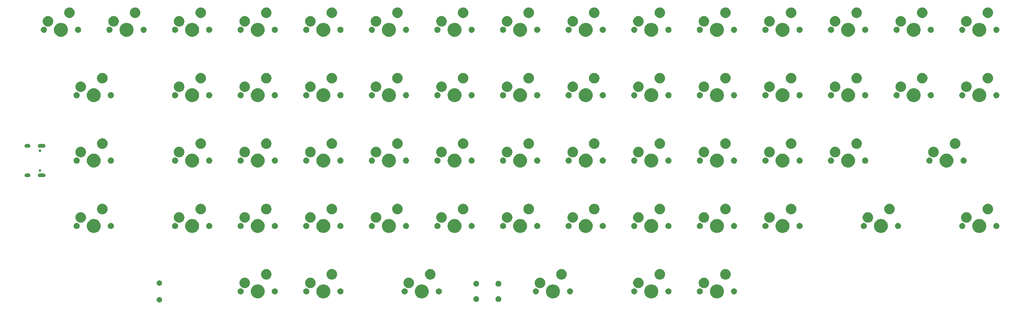
<source format=gts>
G04 #@! TF.GenerationSoftware,KiCad,Pcbnew,(5.1.2)-2*
G04 #@! TF.CreationDate,2020-03-21T00:34:28+09:00*
G04 #@! TF.ProjectId,kyosoc,6b796f73-6f63-42e6-9b69-6361645f7063,rev?*
G04 #@! TF.SameCoordinates,Original*
G04 #@! TF.FileFunction,Soldermask,Top*
G04 #@! TF.FilePolarity,Negative*
%FSLAX46Y46*%
G04 Gerber Fmt 4.6, Leading zero omitted, Abs format (unit mm)*
G04 Created by KiCad (PCBNEW (5.1.2)-2) date 2020-03-21 00:34:28*
%MOMM*%
%LPD*%
G04 APERTURE LIST*
%ADD10C,0.100000*%
G04 APERTURE END LIST*
D10*
G36*
X43056268Y-92564390D02*
G01*
X43206530Y-92609971D01*
X43345013Y-92683992D01*
X43466394Y-92783606D01*
X43566008Y-92904987D01*
X43640029Y-93043470D01*
X43685610Y-93193732D01*
X43701001Y-93349999D01*
X43701001Y-93350001D01*
X43685610Y-93506268D01*
X43640029Y-93656530D01*
X43566008Y-93795013D01*
X43466394Y-93916394D01*
X43345013Y-94016008D01*
X43206530Y-94090029D01*
X43056268Y-94135610D01*
X42900001Y-94151001D01*
X42899999Y-94151001D01*
X42743732Y-94135610D01*
X42593470Y-94090029D01*
X42454987Y-94016008D01*
X42333606Y-93916394D01*
X42233992Y-93795013D01*
X42159971Y-93656530D01*
X42114390Y-93506268D01*
X42098999Y-93350001D01*
X42098999Y-93349999D01*
X42114390Y-93193732D01*
X42159971Y-93043470D01*
X42233992Y-92904987D01*
X42333606Y-92783606D01*
X42454987Y-92683992D01*
X42593470Y-92609971D01*
X42743732Y-92564390D01*
X42899999Y-92548999D01*
X42900001Y-92548999D01*
X43056268Y-92564390D01*
X43056268Y-92564390D01*
G37*
G36*
X142398228Y-92331703D02*
G01*
X142553100Y-92395853D01*
X142692481Y-92488985D01*
X142811015Y-92607519D01*
X142904147Y-92746900D01*
X142968297Y-92901772D01*
X143001000Y-93066184D01*
X143001000Y-93233816D01*
X142968297Y-93398228D01*
X142904147Y-93553100D01*
X142811015Y-93692481D01*
X142692481Y-93811015D01*
X142553100Y-93904147D01*
X142398228Y-93968297D01*
X142233816Y-94001000D01*
X142066184Y-94001000D01*
X141901772Y-93968297D01*
X141746900Y-93904147D01*
X141607519Y-93811015D01*
X141488985Y-93692481D01*
X141395853Y-93553100D01*
X141331703Y-93398228D01*
X141299000Y-93233816D01*
X141299000Y-93066184D01*
X141331703Y-92901772D01*
X141395853Y-92746900D01*
X141488985Y-92607519D01*
X141607519Y-92488985D01*
X141746900Y-92395853D01*
X141901772Y-92331703D01*
X142066184Y-92299000D01*
X142233816Y-92299000D01*
X142398228Y-92331703D01*
X142398228Y-92331703D01*
G37*
G36*
X135898228Y-92331703D02*
G01*
X136053100Y-92395853D01*
X136192481Y-92488985D01*
X136311015Y-92607519D01*
X136404147Y-92746900D01*
X136468297Y-92901772D01*
X136501000Y-93066184D01*
X136501000Y-93233816D01*
X136468297Y-93398228D01*
X136404147Y-93553100D01*
X136311015Y-93692481D01*
X136192481Y-93811015D01*
X136053100Y-93904147D01*
X135898228Y-93968297D01*
X135733816Y-94001000D01*
X135566184Y-94001000D01*
X135401772Y-93968297D01*
X135246900Y-93904147D01*
X135107519Y-93811015D01*
X134988985Y-93692481D01*
X134895853Y-93553100D01*
X134831703Y-93398228D01*
X134799000Y-93233816D01*
X134799000Y-93066184D01*
X134831703Y-92901772D01*
X134895853Y-92746900D01*
X134988985Y-92607519D01*
X135107519Y-92488985D01*
X135246900Y-92395853D01*
X135401772Y-92331703D01*
X135566184Y-92299000D01*
X135733816Y-92299000D01*
X135898228Y-92331703D01*
X135898228Y-92331703D01*
G37*
G36*
X120100131Y-88888408D02*
G01*
X120484885Y-89005122D01*
X120839476Y-89194655D01*
X121150277Y-89449723D01*
X121405345Y-89760524D01*
X121594878Y-90115115D01*
X121711592Y-90499869D01*
X121751001Y-90899999D01*
X121751001Y-90900001D01*
X121711592Y-91300131D01*
X121594878Y-91684885D01*
X121405345Y-92039476D01*
X121150277Y-92350277D01*
X120839476Y-92605345D01*
X120484885Y-92794878D01*
X120100131Y-92911592D01*
X119700001Y-92951001D01*
X119699999Y-92951001D01*
X119299869Y-92911592D01*
X118915115Y-92794878D01*
X118560524Y-92605345D01*
X118249723Y-92350277D01*
X117994655Y-92039476D01*
X117805122Y-91684885D01*
X117688408Y-91300131D01*
X117648999Y-90900001D01*
X117648999Y-90899999D01*
X117688408Y-90499869D01*
X117805122Y-90115115D01*
X117994655Y-89760524D01*
X118249723Y-89449723D01*
X118560524Y-89194655D01*
X118915115Y-89005122D01*
X119299869Y-88888408D01*
X119699999Y-88848999D01*
X119700001Y-88848999D01*
X120100131Y-88888408D01*
X120100131Y-88888408D01*
G37*
G36*
X72100131Y-88888408D02*
G01*
X72484885Y-89005122D01*
X72839476Y-89194655D01*
X73150277Y-89449723D01*
X73405345Y-89760524D01*
X73594878Y-90115115D01*
X73711592Y-90499869D01*
X73751001Y-90899999D01*
X73751001Y-90900001D01*
X73711592Y-91300131D01*
X73594878Y-91684885D01*
X73405345Y-92039476D01*
X73150277Y-92350277D01*
X72839476Y-92605345D01*
X72484885Y-92794878D01*
X72100131Y-92911592D01*
X71700001Y-92951001D01*
X71699999Y-92951001D01*
X71299869Y-92911592D01*
X70915115Y-92794878D01*
X70560524Y-92605345D01*
X70249723Y-92350277D01*
X69994655Y-92039476D01*
X69805122Y-91684885D01*
X69688408Y-91300131D01*
X69648999Y-90900001D01*
X69648999Y-90899999D01*
X69688408Y-90499869D01*
X69805122Y-90115115D01*
X69994655Y-89760524D01*
X70249723Y-89449723D01*
X70560524Y-89194655D01*
X70915115Y-89005122D01*
X71299869Y-88888408D01*
X71699999Y-88848999D01*
X71700001Y-88848999D01*
X72100131Y-88888408D01*
X72100131Y-88888408D01*
G37*
G36*
X91300131Y-88888408D02*
G01*
X91684885Y-89005122D01*
X92039476Y-89194655D01*
X92350277Y-89449723D01*
X92605345Y-89760524D01*
X92794878Y-90115115D01*
X92911592Y-90499869D01*
X92951001Y-90899999D01*
X92951001Y-90900001D01*
X92911592Y-91300131D01*
X92794878Y-91684885D01*
X92605345Y-92039476D01*
X92350277Y-92350277D01*
X92039476Y-92605345D01*
X91684885Y-92794878D01*
X91300131Y-92911592D01*
X90900001Y-92951001D01*
X90899999Y-92951001D01*
X90499869Y-92911592D01*
X90115115Y-92794878D01*
X89760524Y-92605345D01*
X89449723Y-92350277D01*
X89194655Y-92039476D01*
X89005122Y-91684885D01*
X88888408Y-91300131D01*
X88848999Y-90900001D01*
X88848999Y-90899999D01*
X88888408Y-90499869D01*
X89005122Y-90115115D01*
X89194655Y-89760524D01*
X89449723Y-89449723D01*
X89760524Y-89194655D01*
X90115115Y-89005122D01*
X90499869Y-88888408D01*
X90899999Y-88848999D01*
X90900001Y-88848999D01*
X91300131Y-88888408D01*
X91300131Y-88888408D01*
G37*
G36*
X206500131Y-88888408D02*
G01*
X206884885Y-89005122D01*
X207239476Y-89194655D01*
X207550277Y-89449723D01*
X207805345Y-89760524D01*
X207994878Y-90115115D01*
X208111592Y-90499869D01*
X208151001Y-90899999D01*
X208151001Y-90900001D01*
X208111592Y-91300131D01*
X207994878Y-91684885D01*
X207805345Y-92039476D01*
X207550277Y-92350277D01*
X207239476Y-92605345D01*
X206884885Y-92794878D01*
X206500131Y-92911592D01*
X206100001Y-92951001D01*
X206099999Y-92951001D01*
X205699869Y-92911592D01*
X205315115Y-92794878D01*
X204960524Y-92605345D01*
X204649723Y-92350277D01*
X204394655Y-92039476D01*
X204205122Y-91684885D01*
X204088408Y-91300131D01*
X204048999Y-90900001D01*
X204048999Y-90899999D01*
X204088408Y-90499869D01*
X204205122Y-90115115D01*
X204394655Y-89760524D01*
X204649723Y-89449723D01*
X204960524Y-89194655D01*
X205315115Y-89005122D01*
X205699869Y-88888408D01*
X206099999Y-88848999D01*
X206100001Y-88848999D01*
X206500131Y-88888408D01*
X206500131Y-88888408D01*
G37*
G36*
X158500131Y-88888408D02*
G01*
X158884885Y-89005122D01*
X159239476Y-89194655D01*
X159550277Y-89449723D01*
X159805345Y-89760524D01*
X159994878Y-90115115D01*
X160111592Y-90499869D01*
X160151001Y-90899999D01*
X160151001Y-90900001D01*
X160111592Y-91300131D01*
X159994878Y-91684885D01*
X159805345Y-92039476D01*
X159550277Y-92350277D01*
X159239476Y-92605345D01*
X158884885Y-92794878D01*
X158500131Y-92911592D01*
X158100001Y-92951001D01*
X158099999Y-92951001D01*
X157699869Y-92911592D01*
X157315115Y-92794878D01*
X156960524Y-92605345D01*
X156649723Y-92350277D01*
X156394655Y-92039476D01*
X156205122Y-91684885D01*
X156088408Y-91300131D01*
X156048999Y-90900001D01*
X156048999Y-90899999D01*
X156088408Y-90499869D01*
X156205122Y-90115115D01*
X156394655Y-89760524D01*
X156649723Y-89449723D01*
X156960524Y-89194655D01*
X157315115Y-89005122D01*
X157699869Y-88888408D01*
X158099999Y-88848999D01*
X158100001Y-88848999D01*
X158500131Y-88888408D01*
X158500131Y-88888408D01*
G37*
G36*
X187300131Y-88888408D02*
G01*
X187684885Y-89005122D01*
X188039476Y-89194655D01*
X188350277Y-89449723D01*
X188605345Y-89760524D01*
X188794878Y-90115115D01*
X188911592Y-90499869D01*
X188951001Y-90899999D01*
X188951001Y-90900001D01*
X188911592Y-91300131D01*
X188794878Y-91684885D01*
X188605345Y-92039476D01*
X188350277Y-92350277D01*
X188039476Y-92605345D01*
X187684885Y-92794878D01*
X187300131Y-92911592D01*
X186900001Y-92951001D01*
X186899999Y-92951001D01*
X186499869Y-92911592D01*
X186115115Y-92794878D01*
X185760524Y-92605345D01*
X185449723Y-92350277D01*
X185194655Y-92039476D01*
X185005122Y-91684885D01*
X184888408Y-91300131D01*
X184848999Y-90900001D01*
X184848999Y-90899999D01*
X184888408Y-90499869D01*
X185005122Y-90115115D01*
X185194655Y-89760524D01*
X185449723Y-89449723D01*
X185760524Y-89194655D01*
X186115115Y-89005122D01*
X186499869Y-88888408D01*
X186899999Y-88848999D01*
X186900001Y-88848999D01*
X187300131Y-88888408D01*
X187300131Y-88888408D01*
G37*
G36*
X153275777Y-90016311D02*
G01*
X153444799Y-90067584D01*
X153600570Y-90150845D01*
X153737104Y-90262896D01*
X153849155Y-90399430D01*
X153932416Y-90555201D01*
X153983689Y-90724223D01*
X154001001Y-90899999D01*
X154001001Y-90900001D01*
X153983689Y-91075777D01*
X153932416Y-91244799D01*
X153849155Y-91400570D01*
X153737104Y-91537104D01*
X153600570Y-91649155D01*
X153444799Y-91732416D01*
X153275777Y-91783689D01*
X153100001Y-91801001D01*
X153099999Y-91801001D01*
X152924223Y-91783689D01*
X152755201Y-91732416D01*
X152599430Y-91649155D01*
X152462896Y-91537104D01*
X152350845Y-91400570D01*
X152267584Y-91244799D01*
X152216311Y-91075777D01*
X152198999Y-90900001D01*
X152198999Y-90899999D01*
X152216311Y-90724223D01*
X152267584Y-90555201D01*
X152350845Y-90399430D01*
X152462896Y-90262896D01*
X152599430Y-90150845D01*
X152755201Y-90067584D01*
X152924223Y-90016311D01*
X153099999Y-89998999D01*
X153100001Y-89998999D01*
X153275777Y-90016311D01*
X153275777Y-90016311D01*
G37*
G36*
X211275777Y-90016311D02*
G01*
X211444799Y-90067584D01*
X211600570Y-90150845D01*
X211737104Y-90262896D01*
X211849155Y-90399430D01*
X211932416Y-90555201D01*
X211983689Y-90724223D01*
X212001001Y-90899999D01*
X212001001Y-90900001D01*
X211983689Y-91075777D01*
X211932416Y-91244799D01*
X211849155Y-91400570D01*
X211737104Y-91537104D01*
X211600570Y-91649155D01*
X211444799Y-91732416D01*
X211275777Y-91783689D01*
X211100001Y-91801001D01*
X211099999Y-91801001D01*
X210924223Y-91783689D01*
X210755201Y-91732416D01*
X210599430Y-91649155D01*
X210462896Y-91537104D01*
X210350845Y-91400570D01*
X210267584Y-91244799D01*
X210216311Y-91075777D01*
X210198999Y-90900001D01*
X210198999Y-90899999D01*
X210216311Y-90724223D01*
X210267584Y-90555201D01*
X210350845Y-90399430D01*
X210462896Y-90262896D01*
X210599430Y-90150845D01*
X210755201Y-90067584D01*
X210924223Y-90016311D01*
X211099999Y-89998999D01*
X211100001Y-89998999D01*
X211275777Y-90016311D01*
X211275777Y-90016311D01*
G37*
G36*
X201275777Y-90016311D02*
G01*
X201444799Y-90067584D01*
X201600570Y-90150845D01*
X201737104Y-90262896D01*
X201849155Y-90399430D01*
X201932416Y-90555201D01*
X201983689Y-90724223D01*
X202001001Y-90899999D01*
X202001001Y-90900001D01*
X201983689Y-91075777D01*
X201932416Y-91244799D01*
X201849155Y-91400570D01*
X201737104Y-91537104D01*
X201600570Y-91649155D01*
X201444799Y-91732416D01*
X201275777Y-91783689D01*
X201100001Y-91801001D01*
X201099999Y-91801001D01*
X200924223Y-91783689D01*
X200755201Y-91732416D01*
X200599430Y-91649155D01*
X200462896Y-91537104D01*
X200350845Y-91400570D01*
X200267584Y-91244799D01*
X200216311Y-91075777D01*
X200198999Y-90900001D01*
X200198999Y-90899999D01*
X200216311Y-90724223D01*
X200267584Y-90555201D01*
X200350845Y-90399430D01*
X200462896Y-90262896D01*
X200599430Y-90150845D01*
X200755201Y-90067584D01*
X200924223Y-90016311D01*
X201099999Y-89998999D01*
X201100001Y-89998999D01*
X201275777Y-90016311D01*
X201275777Y-90016311D01*
G37*
G36*
X163275777Y-90016311D02*
G01*
X163444799Y-90067584D01*
X163600570Y-90150845D01*
X163737104Y-90262896D01*
X163849155Y-90399430D01*
X163932416Y-90555201D01*
X163983689Y-90724223D01*
X164001001Y-90899999D01*
X164001001Y-90900001D01*
X163983689Y-91075777D01*
X163932416Y-91244799D01*
X163849155Y-91400570D01*
X163737104Y-91537104D01*
X163600570Y-91649155D01*
X163444799Y-91732416D01*
X163275777Y-91783689D01*
X163100001Y-91801001D01*
X163099999Y-91801001D01*
X162924223Y-91783689D01*
X162755201Y-91732416D01*
X162599430Y-91649155D01*
X162462896Y-91537104D01*
X162350845Y-91400570D01*
X162267584Y-91244799D01*
X162216311Y-91075777D01*
X162198999Y-90900001D01*
X162198999Y-90899999D01*
X162216311Y-90724223D01*
X162267584Y-90555201D01*
X162350845Y-90399430D01*
X162462896Y-90262896D01*
X162599430Y-90150845D01*
X162755201Y-90067584D01*
X162924223Y-90016311D01*
X163099999Y-89998999D01*
X163100001Y-89998999D01*
X163275777Y-90016311D01*
X163275777Y-90016311D01*
G37*
G36*
X182075777Y-90016311D02*
G01*
X182244799Y-90067584D01*
X182400570Y-90150845D01*
X182537104Y-90262896D01*
X182649155Y-90399430D01*
X182732416Y-90555201D01*
X182783689Y-90724223D01*
X182801001Y-90899999D01*
X182801001Y-90900001D01*
X182783689Y-91075777D01*
X182732416Y-91244799D01*
X182649155Y-91400570D01*
X182537104Y-91537104D01*
X182400570Y-91649155D01*
X182244799Y-91732416D01*
X182075777Y-91783689D01*
X181900001Y-91801001D01*
X181899999Y-91801001D01*
X181724223Y-91783689D01*
X181555201Y-91732416D01*
X181399430Y-91649155D01*
X181262896Y-91537104D01*
X181150845Y-91400570D01*
X181067584Y-91244799D01*
X181016311Y-91075777D01*
X180998999Y-90900001D01*
X180998999Y-90899999D01*
X181016311Y-90724223D01*
X181067584Y-90555201D01*
X181150845Y-90399430D01*
X181262896Y-90262896D01*
X181399430Y-90150845D01*
X181555201Y-90067584D01*
X181724223Y-90016311D01*
X181899999Y-89998999D01*
X181900001Y-89998999D01*
X182075777Y-90016311D01*
X182075777Y-90016311D01*
G37*
G36*
X114875777Y-90016311D02*
G01*
X115044799Y-90067584D01*
X115200570Y-90150845D01*
X115337104Y-90262896D01*
X115449155Y-90399430D01*
X115532416Y-90555201D01*
X115583689Y-90724223D01*
X115601001Y-90899999D01*
X115601001Y-90900001D01*
X115583689Y-91075777D01*
X115532416Y-91244799D01*
X115449155Y-91400570D01*
X115337104Y-91537104D01*
X115200570Y-91649155D01*
X115044799Y-91732416D01*
X114875777Y-91783689D01*
X114700001Y-91801001D01*
X114699999Y-91801001D01*
X114524223Y-91783689D01*
X114355201Y-91732416D01*
X114199430Y-91649155D01*
X114062896Y-91537104D01*
X113950845Y-91400570D01*
X113867584Y-91244799D01*
X113816311Y-91075777D01*
X113798999Y-90900001D01*
X113798999Y-90899999D01*
X113816311Y-90724223D01*
X113867584Y-90555201D01*
X113950845Y-90399430D01*
X114062896Y-90262896D01*
X114199430Y-90150845D01*
X114355201Y-90067584D01*
X114524223Y-90016311D01*
X114699999Y-89998999D01*
X114700001Y-89998999D01*
X114875777Y-90016311D01*
X114875777Y-90016311D01*
G37*
G36*
X124875777Y-90016311D02*
G01*
X125044799Y-90067584D01*
X125200570Y-90150845D01*
X125337104Y-90262896D01*
X125449155Y-90399430D01*
X125532416Y-90555201D01*
X125583689Y-90724223D01*
X125601001Y-90899999D01*
X125601001Y-90900001D01*
X125583689Y-91075777D01*
X125532416Y-91244799D01*
X125449155Y-91400570D01*
X125337104Y-91537104D01*
X125200570Y-91649155D01*
X125044799Y-91732416D01*
X124875777Y-91783689D01*
X124700001Y-91801001D01*
X124699999Y-91801001D01*
X124524223Y-91783689D01*
X124355201Y-91732416D01*
X124199430Y-91649155D01*
X124062896Y-91537104D01*
X123950845Y-91400570D01*
X123867584Y-91244799D01*
X123816311Y-91075777D01*
X123798999Y-90900001D01*
X123798999Y-90899999D01*
X123816311Y-90724223D01*
X123867584Y-90555201D01*
X123950845Y-90399430D01*
X124062896Y-90262896D01*
X124199430Y-90150845D01*
X124355201Y-90067584D01*
X124524223Y-90016311D01*
X124699999Y-89998999D01*
X124700001Y-89998999D01*
X124875777Y-90016311D01*
X124875777Y-90016311D01*
G37*
G36*
X192075777Y-90016311D02*
G01*
X192244799Y-90067584D01*
X192400570Y-90150845D01*
X192537104Y-90262896D01*
X192649155Y-90399430D01*
X192732416Y-90555201D01*
X192783689Y-90724223D01*
X192801001Y-90899999D01*
X192801001Y-90900001D01*
X192783689Y-91075777D01*
X192732416Y-91244799D01*
X192649155Y-91400570D01*
X192537104Y-91537104D01*
X192400570Y-91649155D01*
X192244799Y-91732416D01*
X192075777Y-91783689D01*
X191900001Y-91801001D01*
X191899999Y-91801001D01*
X191724223Y-91783689D01*
X191555201Y-91732416D01*
X191399430Y-91649155D01*
X191262896Y-91537104D01*
X191150845Y-91400570D01*
X191067584Y-91244799D01*
X191016311Y-91075777D01*
X190998999Y-90900001D01*
X190998999Y-90899999D01*
X191016311Y-90724223D01*
X191067584Y-90555201D01*
X191150845Y-90399430D01*
X191262896Y-90262896D01*
X191399430Y-90150845D01*
X191555201Y-90067584D01*
X191724223Y-90016311D01*
X191899999Y-89998999D01*
X191900001Y-89998999D01*
X192075777Y-90016311D01*
X192075777Y-90016311D01*
G37*
G36*
X86075777Y-90016311D02*
G01*
X86244799Y-90067584D01*
X86400570Y-90150845D01*
X86537104Y-90262896D01*
X86649155Y-90399430D01*
X86732416Y-90555201D01*
X86783689Y-90724223D01*
X86801001Y-90899999D01*
X86801001Y-90900001D01*
X86783689Y-91075777D01*
X86732416Y-91244799D01*
X86649155Y-91400570D01*
X86537104Y-91537104D01*
X86400570Y-91649155D01*
X86244799Y-91732416D01*
X86075777Y-91783689D01*
X85900001Y-91801001D01*
X85899999Y-91801001D01*
X85724223Y-91783689D01*
X85555201Y-91732416D01*
X85399430Y-91649155D01*
X85262896Y-91537104D01*
X85150845Y-91400570D01*
X85067584Y-91244799D01*
X85016311Y-91075777D01*
X84998999Y-90900001D01*
X84998999Y-90899999D01*
X85016311Y-90724223D01*
X85067584Y-90555201D01*
X85150845Y-90399430D01*
X85262896Y-90262896D01*
X85399430Y-90150845D01*
X85555201Y-90067584D01*
X85724223Y-90016311D01*
X85899999Y-89998999D01*
X85900001Y-89998999D01*
X86075777Y-90016311D01*
X86075777Y-90016311D01*
G37*
G36*
X66875777Y-90016311D02*
G01*
X67044799Y-90067584D01*
X67200570Y-90150845D01*
X67337104Y-90262896D01*
X67449155Y-90399430D01*
X67532416Y-90555201D01*
X67583689Y-90724223D01*
X67601001Y-90899999D01*
X67601001Y-90900001D01*
X67583689Y-91075777D01*
X67532416Y-91244799D01*
X67449155Y-91400570D01*
X67337104Y-91537104D01*
X67200570Y-91649155D01*
X67044799Y-91732416D01*
X66875777Y-91783689D01*
X66700001Y-91801001D01*
X66699999Y-91801001D01*
X66524223Y-91783689D01*
X66355201Y-91732416D01*
X66199430Y-91649155D01*
X66062896Y-91537104D01*
X65950845Y-91400570D01*
X65867584Y-91244799D01*
X65816311Y-91075777D01*
X65798999Y-90900001D01*
X65798999Y-90899999D01*
X65816311Y-90724223D01*
X65867584Y-90555201D01*
X65950845Y-90399430D01*
X66062896Y-90262896D01*
X66199430Y-90150845D01*
X66355201Y-90067584D01*
X66524223Y-90016311D01*
X66699999Y-89998999D01*
X66700001Y-89998999D01*
X66875777Y-90016311D01*
X66875777Y-90016311D01*
G37*
G36*
X76875777Y-90016311D02*
G01*
X77044799Y-90067584D01*
X77200570Y-90150845D01*
X77337104Y-90262896D01*
X77449155Y-90399430D01*
X77532416Y-90555201D01*
X77583689Y-90724223D01*
X77601001Y-90899999D01*
X77601001Y-90900001D01*
X77583689Y-91075777D01*
X77532416Y-91244799D01*
X77449155Y-91400570D01*
X77337104Y-91537104D01*
X77200570Y-91649155D01*
X77044799Y-91732416D01*
X76875777Y-91783689D01*
X76700001Y-91801001D01*
X76699999Y-91801001D01*
X76524223Y-91783689D01*
X76355201Y-91732416D01*
X76199430Y-91649155D01*
X76062896Y-91537104D01*
X75950845Y-91400570D01*
X75867584Y-91244799D01*
X75816311Y-91075777D01*
X75798999Y-90900001D01*
X75798999Y-90899999D01*
X75816311Y-90724223D01*
X75867584Y-90555201D01*
X75950845Y-90399430D01*
X76062896Y-90262896D01*
X76199430Y-90150845D01*
X76355201Y-90067584D01*
X76524223Y-90016311D01*
X76699999Y-89998999D01*
X76700001Y-89998999D01*
X76875777Y-90016311D01*
X76875777Y-90016311D01*
G37*
G36*
X96075777Y-90016311D02*
G01*
X96244799Y-90067584D01*
X96400570Y-90150845D01*
X96537104Y-90262896D01*
X96649155Y-90399430D01*
X96732416Y-90555201D01*
X96783689Y-90724223D01*
X96801001Y-90899999D01*
X96801001Y-90900001D01*
X96783689Y-91075777D01*
X96732416Y-91244799D01*
X96649155Y-91400570D01*
X96537104Y-91537104D01*
X96400570Y-91649155D01*
X96244799Y-91732416D01*
X96075777Y-91783689D01*
X95900001Y-91801001D01*
X95899999Y-91801001D01*
X95724223Y-91783689D01*
X95555201Y-91732416D01*
X95399430Y-91649155D01*
X95262896Y-91537104D01*
X95150845Y-91400570D01*
X95067584Y-91244799D01*
X95016311Y-91075777D01*
X94998999Y-90900001D01*
X94998999Y-90899999D01*
X95016311Y-90724223D01*
X95067584Y-90555201D01*
X95150845Y-90399430D01*
X95262896Y-90262896D01*
X95399430Y-90150845D01*
X95555201Y-90067584D01*
X95724223Y-90016311D01*
X95899999Y-89998999D01*
X95900001Y-89998999D01*
X96075777Y-90016311D01*
X96075777Y-90016311D01*
G37*
G36*
X183402586Y-86878801D02*
G01*
X183693543Y-86967062D01*
X183961690Y-87110390D01*
X184196724Y-87303276D01*
X184389610Y-87538310D01*
X184532938Y-87806457D01*
X184621199Y-88097414D01*
X184651001Y-88399999D01*
X184651001Y-88400001D01*
X184621199Y-88702586D01*
X184532938Y-88993543D01*
X184389610Y-89261690D01*
X184196724Y-89496724D01*
X183961690Y-89689610D01*
X183693543Y-89832938D01*
X183402586Y-89921199D01*
X183100001Y-89951001D01*
X183099999Y-89951001D01*
X182797414Y-89921199D01*
X182506457Y-89832938D01*
X182238310Y-89689610D01*
X182003276Y-89496724D01*
X181810390Y-89261690D01*
X181667062Y-88993543D01*
X181578801Y-88702586D01*
X181548999Y-88400001D01*
X181548999Y-88399999D01*
X181578801Y-88097414D01*
X181667062Y-87806457D01*
X181810390Y-87538310D01*
X182003276Y-87303276D01*
X182238310Y-87110390D01*
X182506457Y-86967062D01*
X182797414Y-86878801D01*
X183099999Y-86848999D01*
X183100001Y-86848999D01*
X183402586Y-86878801D01*
X183402586Y-86878801D01*
G37*
G36*
X87402586Y-86878801D02*
G01*
X87693543Y-86967062D01*
X87961690Y-87110390D01*
X88196724Y-87303276D01*
X88389610Y-87538310D01*
X88532938Y-87806457D01*
X88621199Y-88097414D01*
X88651001Y-88399999D01*
X88651001Y-88400001D01*
X88621199Y-88702586D01*
X88532938Y-88993543D01*
X88389610Y-89261690D01*
X88196724Y-89496724D01*
X87961690Y-89689610D01*
X87693543Y-89832938D01*
X87402586Y-89921199D01*
X87100001Y-89951001D01*
X87099999Y-89951001D01*
X86797414Y-89921199D01*
X86506457Y-89832938D01*
X86238310Y-89689610D01*
X86003276Y-89496724D01*
X85810390Y-89261690D01*
X85667062Y-88993543D01*
X85578801Y-88702586D01*
X85548999Y-88400001D01*
X85548999Y-88399999D01*
X85578801Y-88097414D01*
X85667062Y-87806457D01*
X85810390Y-87538310D01*
X86003276Y-87303276D01*
X86238310Y-87110390D01*
X86506457Y-86967062D01*
X86797414Y-86878801D01*
X87099999Y-86848999D01*
X87100001Y-86848999D01*
X87402586Y-86878801D01*
X87402586Y-86878801D01*
G37*
G36*
X116202586Y-86878801D02*
G01*
X116493543Y-86967062D01*
X116761690Y-87110390D01*
X116996724Y-87303276D01*
X117189610Y-87538310D01*
X117332938Y-87806457D01*
X117421199Y-88097414D01*
X117451001Y-88399999D01*
X117451001Y-88400001D01*
X117421199Y-88702586D01*
X117332938Y-88993543D01*
X117189610Y-89261690D01*
X116996724Y-89496724D01*
X116761690Y-89689610D01*
X116493543Y-89832938D01*
X116202586Y-89921199D01*
X115900001Y-89951001D01*
X115899999Y-89951001D01*
X115597414Y-89921199D01*
X115306457Y-89832938D01*
X115038310Y-89689610D01*
X114803276Y-89496724D01*
X114610390Y-89261690D01*
X114467062Y-88993543D01*
X114378801Y-88702586D01*
X114348999Y-88400001D01*
X114348999Y-88399999D01*
X114378801Y-88097414D01*
X114467062Y-87806457D01*
X114610390Y-87538310D01*
X114803276Y-87303276D01*
X115038310Y-87110390D01*
X115306457Y-86967062D01*
X115597414Y-86878801D01*
X115899999Y-86848999D01*
X115900001Y-86848999D01*
X116202586Y-86878801D01*
X116202586Y-86878801D01*
G37*
G36*
X68202586Y-86878801D02*
G01*
X68493543Y-86967062D01*
X68761690Y-87110390D01*
X68996724Y-87303276D01*
X69189610Y-87538310D01*
X69332938Y-87806457D01*
X69421199Y-88097414D01*
X69451001Y-88399999D01*
X69451001Y-88400001D01*
X69421199Y-88702586D01*
X69332938Y-88993543D01*
X69189610Y-89261690D01*
X68996724Y-89496724D01*
X68761690Y-89689610D01*
X68493543Y-89832938D01*
X68202586Y-89921199D01*
X67900001Y-89951001D01*
X67899999Y-89951001D01*
X67597414Y-89921199D01*
X67306457Y-89832938D01*
X67038310Y-89689610D01*
X66803276Y-89496724D01*
X66610390Y-89261690D01*
X66467062Y-88993543D01*
X66378801Y-88702586D01*
X66348999Y-88400001D01*
X66348999Y-88399999D01*
X66378801Y-88097414D01*
X66467062Y-87806457D01*
X66610390Y-87538310D01*
X66803276Y-87303276D01*
X67038310Y-87110390D01*
X67306457Y-86967062D01*
X67597414Y-86878801D01*
X67899999Y-86848999D01*
X67900001Y-86848999D01*
X68202586Y-86878801D01*
X68202586Y-86878801D01*
G37*
G36*
X202602586Y-86878801D02*
G01*
X202893543Y-86967062D01*
X203161690Y-87110390D01*
X203396724Y-87303276D01*
X203589610Y-87538310D01*
X203732938Y-87806457D01*
X203821199Y-88097414D01*
X203851001Y-88399999D01*
X203851001Y-88400001D01*
X203821199Y-88702586D01*
X203732938Y-88993543D01*
X203589610Y-89261690D01*
X203396724Y-89496724D01*
X203161690Y-89689610D01*
X202893543Y-89832938D01*
X202602586Y-89921199D01*
X202300001Y-89951001D01*
X202299999Y-89951001D01*
X201997414Y-89921199D01*
X201706457Y-89832938D01*
X201438310Y-89689610D01*
X201203276Y-89496724D01*
X201010390Y-89261690D01*
X200867062Y-88993543D01*
X200778801Y-88702586D01*
X200748999Y-88400001D01*
X200748999Y-88399999D01*
X200778801Y-88097414D01*
X200867062Y-87806457D01*
X201010390Y-87538310D01*
X201203276Y-87303276D01*
X201438310Y-87110390D01*
X201706457Y-86967062D01*
X201997414Y-86878801D01*
X202299999Y-86848999D01*
X202300001Y-86848999D01*
X202602586Y-86878801D01*
X202602586Y-86878801D01*
G37*
G36*
X154602586Y-86878801D02*
G01*
X154893543Y-86967062D01*
X155161690Y-87110390D01*
X155396724Y-87303276D01*
X155589610Y-87538310D01*
X155732938Y-87806457D01*
X155821199Y-88097414D01*
X155851001Y-88399999D01*
X155851001Y-88400001D01*
X155821199Y-88702586D01*
X155732938Y-88993543D01*
X155589610Y-89261690D01*
X155396724Y-89496724D01*
X155161690Y-89689610D01*
X154893543Y-89832938D01*
X154602586Y-89921199D01*
X154300001Y-89951001D01*
X154299999Y-89951001D01*
X153997414Y-89921199D01*
X153706457Y-89832938D01*
X153438310Y-89689610D01*
X153203276Y-89496724D01*
X153010390Y-89261690D01*
X152867062Y-88993543D01*
X152778801Y-88702586D01*
X152748999Y-88400001D01*
X152748999Y-88399999D01*
X152778801Y-88097414D01*
X152867062Y-87806457D01*
X153010390Y-87538310D01*
X153203276Y-87303276D01*
X153438310Y-87110390D01*
X153706457Y-86967062D01*
X153997414Y-86878801D01*
X154299999Y-86848999D01*
X154300001Y-86848999D01*
X154602586Y-86878801D01*
X154602586Y-86878801D01*
G37*
G36*
X142398228Y-87831703D02*
G01*
X142553100Y-87895853D01*
X142692481Y-87988985D01*
X142811015Y-88107519D01*
X142904147Y-88246900D01*
X142968297Y-88401772D01*
X143001000Y-88566184D01*
X143001000Y-88733816D01*
X142968297Y-88898228D01*
X142904147Y-89053100D01*
X142811015Y-89192481D01*
X142692481Y-89311015D01*
X142553100Y-89404147D01*
X142398228Y-89468297D01*
X142233816Y-89501000D01*
X142066184Y-89501000D01*
X141901772Y-89468297D01*
X141746900Y-89404147D01*
X141607519Y-89311015D01*
X141488985Y-89192481D01*
X141395853Y-89053100D01*
X141331703Y-88898228D01*
X141299000Y-88733816D01*
X141299000Y-88566184D01*
X141331703Y-88401772D01*
X141395853Y-88246900D01*
X141488985Y-88107519D01*
X141607519Y-87988985D01*
X141746900Y-87895853D01*
X141901772Y-87831703D01*
X142066184Y-87799000D01*
X142233816Y-87799000D01*
X142398228Y-87831703D01*
X142398228Y-87831703D01*
G37*
G36*
X135898228Y-87831703D02*
G01*
X136053100Y-87895853D01*
X136192481Y-87988985D01*
X136311015Y-88107519D01*
X136404147Y-88246900D01*
X136468297Y-88401772D01*
X136501000Y-88566184D01*
X136501000Y-88733816D01*
X136468297Y-88898228D01*
X136404147Y-89053100D01*
X136311015Y-89192481D01*
X136192481Y-89311015D01*
X136053100Y-89404147D01*
X135898228Y-89468297D01*
X135733816Y-89501000D01*
X135566184Y-89501000D01*
X135401772Y-89468297D01*
X135246900Y-89404147D01*
X135107519Y-89311015D01*
X134988985Y-89192481D01*
X134895853Y-89053100D01*
X134831703Y-88898228D01*
X134799000Y-88733816D01*
X134799000Y-88566184D01*
X134831703Y-88401772D01*
X134895853Y-88246900D01*
X134988985Y-88107519D01*
X135107519Y-87988985D01*
X135246900Y-87895853D01*
X135401772Y-87831703D01*
X135566184Y-87799000D01*
X135733816Y-87799000D01*
X135898228Y-87831703D01*
X135898228Y-87831703D01*
G37*
G36*
X43056268Y-87664390D02*
G01*
X43206530Y-87709971D01*
X43345013Y-87783992D01*
X43466394Y-87883606D01*
X43566008Y-88004987D01*
X43640029Y-88143470D01*
X43685610Y-88293732D01*
X43701001Y-88449999D01*
X43701001Y-88450001D01*
X43685610Y-88606268D01*
X43640029Y-88756530D01*
X43566008Y-88895013D01*
X43466394Y-89016394D01*
X43345013Y-89116008D01*
X43206530Y-89190029D01*
X43056268Y-89235610D01*
X42900001Y-89251001D01*
X42899999Y-89251001D01*
X42743732Y-89235610D01*
X42593470Y-89190029D01*
X42454987Y-89116008D01*
X42333606Y-89016394D01*
X42233992Y-88895013D01*
X42159971Y-88756530D01*
X42114390Y-88606268D01*
X42098999Y-88450001D01*
X42098999Y-88449999D01*
X42114390Y-88293732D01*
X42159971Y-88143470D01*
X42233992Y-88004987D01*
X42333606Y-87883606D01*
X42454987Y-87783992D01*
X42593470Y-87709971D01*
X42743732Y-87664390D01*
X42899999Y-87648999D01*
X42900001Y-87648999D01*
X43056268Y-87664390D01*
X43056268Y-87664390D01*
G37*
G36*
X189702586Y-84378801D02*
G01*
X189993543Y-84467062D01*
X190261690Y-84610390D01*
X190496724Y-84803276D01*
X190689610Y-85038310D01*
X190832938Y-85306457D01*
X190921199Y-85597414D01*
X190951001Y-85899999D01*
X190951001Y-85900001D01*
X190921199Y-86202586D01*
X190832938Y-86493543D01*
X190689610Y-86761690D01*
X190496724Y-86996724D01*
X190261690Y-87189610D01*
X189993543Y-87332938D01*
X189702586Y-87421199D01*
X189400001Y-87451001D01*
X189399999Y-87451001D01*
X189097414Y-87421199D01*
X188806457Y-87332938D01*
X188538310Y-87189610D01*
X188303276Y-86996724D01*
X188110390Y-86761690D01*
X187967062Y-86493543D01*
X187878801Y-86202586D01*
X187848999Y-85900001D01*
X187848999Y-85899999D01*
X187878801Y-85597414D01*
X187967062Y-85306457D01*
X188110390Y-85038310D01*
X188303276Y-84803276D01*
X188538310Y-84610390D01*
X188806457Y-84467062D01*
X189097414Y-84378801D01*
X189399999Y-84348999D01*
X189400001Y-84348999D01*
X189702586Y-84378801D01*
X189702586Y-84378801D01*
G37*
G36*
X208902586Y-84378801D02*
G01*
X209193543Y-84467062D01*
X209461690Y-84610390D01*
X209696724Y-84803276D01*
X209889610Y-85038310D01*
X210032938Y-85306457D01*
X210121199Y-85597414D01*
X210151001Y-85899999D01*
X210151001Y-85900001D01*
X210121199Y-86202586D01*
X210032938Y-86493543D01*
X209889610Y-86761690D01*
X209696724Y-86996724D01*
X209461690Y-87189610D01*
X209193543Y-87332938D01*
X208902586Y-87421199D01*
X208600001Y-87451001D01*
X208599999Y-87451001D01*
X208297414Y-87421199D01*
X208006457Y-87332938D01*
X207738310Y-87189610D01*
X207503276Y-86996724D01*
X207310390Y-86761690D01*
X207167062Y-86493543D01*
X207078801Y-86202586D01*
X207048999Y-85900001D01*
X207048999Y-85899999D01*
X207078801Y-85597414D01*
X207167062Y-85306457D01*
X207310390Y-85038310D01*
X207503276Y-84803276D01*
X207738310Y-84610390D01*
X208006457Y-84467062D01*
X208297414Y-84378801D01*
X208599999Y-84348999D01*
X208600001Y-84348999D01*
X208902586Y-84378801D01*
X208902586Y-84378801D01*
G37*
G36*
X74502586Y-84378801D02*
G01*
X74793543Y-84467062D01*
X75061690Y-84610390D01*
X75296724Y-84803276D01*
X75489610Y-85038310D01*
X75632938Y-85306457D01*
X75721199Y-85597414D01*
X75751001Y-85899999D01*
X75751001Y-85900001D01*
X75721199Y-86202586D01*
X75632938Y-86493543D01*
X75489610Y-86761690D01*
X75296724Y-86996724D01*
X75061690Y-87189610D01*
X74793543Y-87332938D01*
X74502586Y-87421199D01*
X74200001Y-87451001D01*
X74199999Y-87451001D01*
X73897414Y-87421199D01*
X73606457Y-87332938D01*
X73338310Y-87189610D01*
X73103276Y-86996724D01*
X72910390Y-86761690D01*
X72767062Y-86493543D01*
X72678801Y-86202586D01*
X72648999Y-85900001D01*
X72648999Y-85899999D01*
X72678801Y-85597414D01*
X72767062Y-85306457D01*
X72910390Y-85038310D01*
X73103276Y-84803276D01*
X73338310Y-84610390D01*
X73606457Y-84467062D01*
X73897414Y-84378801D01*
X74199999Y-84348999D01*
X74200001Y-84348999D01*
X74502586Y-84378801D01*
X74502586Y-84378801D01*
G37*
G36*
X160902586Y-84378801D02*
G01*
X161193543Y-84467062D01*
X161461690Y-84610390D01*
X161696724Y-84803276D01*
X161889610Y-85038310D01*
X162032938Y-85306457D01*
X162121199Y-85597414D01*
X162151001Y-85899999D01*
X162151001Y-85900001D01*
X162121199Y-86202586D01*
X162032938Y-86493543D01*
X161889610Y-86761690D01*
X161696724Y-86996724D01*
X161461690Y-87189610D01*
X161193543Y-87332938D01*
X160902586Y-87421199D01*
X160600001Y-87451001D01*
X160599999Y-87451001D01*
X160297414Y-87421199D01*
X160006457Y-87332938D01*
X159738310Y-87189610D01*
X159503276Y-86996724D01*
X159310390Y-86761690D01*
X159167062Y-86493543D01*
X159078801Y-86202586D01*
X159048999Y-85900001D01*
X159048999Y-85899999D01*
X159078801Y-85597414D01*
X159167062Y-85306457D01*
X159310390Y-85038310D01*
X159503276Y-84803276D01*
X159738310Y-84610390D01*
X160006457Y-84467062D01*
X160297414Y-84378801D01*
X160599999Y-84348999D01*
X160600001Y-84348999D01*
X160902586Y-84378801D01*
X160902586Y-84378801D01*
G37*
G36*
X93702586Y-84378801D02*
G01*
X93993543Y-84467062D01*
X94261690Y-84610390D01*
X94496724Y-84803276D01*
X94689610Y-85038310D01*
X94832938Y-85306457D01*
X94921199Y-85597414D01*
X94951001Y-85899999D01*
X94951001Y-85900001D01*
X94921199Y-86202586D01*
X94832938Y-86493543D01*
X94689610Y-86761690D01*
X94496724Y-86996724D01*
X94261690Y-87189610D01*
X93993543Y-87332938D01*
X93702586Y-87421199D01*
X93400001Y-87451001D01*
X93399999Y-87451001D01*
X93097414Y-87421199D01*
X92806457Y-87332938D01*
X92538310Y-87189610D01*
X92303276Y-86996724D01*
X92110390Y-86761690D01*
X91967062Y-86493543D01*
X91878801Y-86202586D01*
X91848999Y-85900001D01*
X91848999Y-85899999D01*
X91878801Y-85597414D01*
X91967062Y-85306457D01*
X92110390Y-85038310D01*
X92303276Y-84803276D01*
X92538310Y-84610390D01*
X92806457Y-84467062D01*
X93097414Y-84378801D01*
X93399999Y-84348999D01*
X93400001Y-84348999D01*
X93702586Y-84378801D01*
X93702586Y-84378801D01*
G37*
G36*
X122502586Y-84378801D02*
G01*
X122793543Y-84467062D01*
X123061690Y-84610390D01*
X123296724Y-84803276D01*
X123489610Y-85038310D01*
X123632938Y-85306457D01*
X123721199Y-85597414D01*
X123751001Y-85899999D01*
X123751001Y-85900001D01*
X123721199Y-86202586D01*
X123632938Y-86493543D01*
X123489610Y-86761690D01*
X123296724Y-86996724D01*
X123061690Y-87189610D01*
X122793543Y-87332938D01*
X122502586Y-87421199D01*
X122200001Y-87451001D01*
X122199999Y-87451001D01*
X121897414Y-87421199D01*
X121606457Y-87332938D01*
X121338310Y-87189610D01*
X121103276Y-86996724D01*
X120910390Y-86761690D01*
X120767062Y-86493543D01*
X120678801Y-86202586D01*
X120648999Y-85900001D01*
X120648999Y-85899999D01*
X120678801Y-85597414D01*
X120767062Y-85306457D01*
X120910390Y-85038310D01*
X121103276Y-84803276D01*
X121338310Y-84610390D01*
X121606457Y-84467062D01*
X121897414Y-84378801D01*
X122199999Y-84348999D01*
X122200001Y-84348999D01*
X122502586Y-84378801D01*
X122502586Y-84378801D01*
G37*
G36*
X187300131Y-69688408D02*
G01*
X187684885Y-69805122D01*
X188039476Y-69994655D01*
X188350277Y-70249723D01*
X188605345Y-70560524D01*
X188794878Y-70915115D01*
X188911592Y-71299869D01*
X188951001Y-71699999D01*
X188951001Y-71700001D01*
X188911592Y-72100131D01*
X188794878Y-72484885D01*
X188605345Y-72839476D01*
X188350277Y-73150277D01*
X188039476Y-73405345D01*
X187684885Y-73594878D01*
X187300131Y-73711592D01*
X186900001Y-73751001D01*
X186899999Y-73751001D01*
X186499869Y-73711592D01*
X186115115Y-73594878D01*
X185760524Y-73405345D01*
X185449723Y-73150277D01*
X185194655Y-72839476D01*
X185005122Y-72484885D01*
X184888408Y-72100131D01*
X184848999Y-71700001D01*
X184848999Y-71699999D01*
X184888408Y-71299869D01*
X185005122Y-70915115D01*
X185194655Y-70560524D01*
X185449723Y-70249723D01*
X185760524Y-69994655D01*
X186115115Y-69805122D01*
X186499869Y-69688408D01*
X186899999Y-69648999D01*
X186900001Y-69648999D01*
X187300131Y-69688408D01*
X187300131Y-69688408D01*
G37*
G36*
X110500131Y-69688408D02*
G01*
X110884885Y-69805122D01*
X111239476Y-69994655D01*
X111550277Y-70249723D01*
X111805345Y-70560524D01*
X111994878Y-70915115D01*
X112111592Y-71299869D01*
X112151001Y-71699999D01*
X112151001Y-71700001D01*
X112111592Y-72100131D01*
X111994878Y-72484885D01*
X111805345Y-72839476D01*
X111550277Y-73150277D01*
X111239476Y-73405345D01*
X110884885Y-73594878D01*
X110500131Y-73711592D01*
X110100001Y-73751001D01*
X110099999Y-73751001D01*
X109699869Y-73711592D01*
X109315115Y-73594878D01*
X108960524Y-73405345D01*
X108649723Y-73150277D01*
X108394655Y-72839476D01*
X108205122Y-72484885D01*
X108088408Y-72100131D01*
X108048999Y-71700001D01*
X108048999Y-71699999D01*
X108088408Y-71299869D01*
X108205122Y-70915115D01*
X108394655Y-70560524D01*
X108649723Y-70249723D01*
X108960524Y-69994655D01*
X109315115Y-69805122D01*
X109699869Y-69688408D01*
X110099999Y-69648999D01*
X110100001Y-69648999D01*
X110500131Y-69688408D01*
X110500131Y-69688408D01*
G37*
G36*
X129700131Y-69688408D02*
G01*
X130084885Y-69805122D01*
X130439476Y-69994655D01*
X130750277Y-70249723D01*
X131005345Y-70560524D01*
X131194878Y-70915115D01*
X131311592Y-71299869D01*
X131351001Y-71699999D01*
X131351001Y-71700001D01*
X131311592Y-72100131D01*
X131194878Y-72484885D01*
X131005345Y-72839476D01*
X130750277Y-73150277D01*
X130439476Y-73405345D01*
X130084885Y-73594878D01*
X129700131Y-73711592D01*
X129300001Y-73751001D01*
X129299999Y-73751001D01*
X128899869Y-73711592D01*
X128515115Y-73594878D01*
X128160524Y-73405345D01*
X127849723Y-73150277D01*
X127594655Y-72839476D01*
X127405122Y-72484885D01*
X127288408Y-72100131D01*
X127248999Y-71700001D01*
X127248999Y-71699999D01*
X127288408Y-71299869D01*
X127405122Y-70915115D01*
X127594655Y-70560524D01*
X127849723Y-70249723D01*
X128160524Y-69994655D01*
X128515115Y-69805122D01*
X128899869Y-69688408D01*
X129299999Y-69648999D01*
X129300001Y-69648999D01*
X129700131Y-69688408D01*
X129700131Y-69688408D01*
G37*
G36*
X91300131Y-69688408D02*
G01*
X91684885Y-69805122D01*
X92039476Y-69994655D01*
X92350277Y-70249723D01*
X92605345Y-70560524D01*
X92794878Y-70915115D01*
X92911592Y-71299869D01*
X92951001Y-71699999D01*
X92951001Y-71700001D01*
X92911592Y-72100131D01*
X92794878Y-72484885D01*
X92605345Y-72839476D01*
X92350277Y-73150277D01*
X92039476Y-73405345D01*
X91684885Y-73594878D01*
X91300131Y-73711592D01*
X90900001Y-73751001D01*
X90899999Y-73751001D01*
X90499869Y-73711592D01*
X90115115Y-73594878D01*
X89760524Y-73405345D01*
X89449723Y-73150277D01*
X89194655Y-72839476D01*
X89005122Y-72484885D01*
X88888408Y-72100131D01*
X88848999Y-71700001D01*
X88848999Y-71699999D01*
X88888408Y-71299869D01*
X89005122Y-70915115D01*
X89194655Y-70560524D01*
X89449723Y-70249723D01*
X89760524Y-69994655D01*
X90115115Y-69805122D01*
X90499869Y-69688408D01*
X90899999Y-69648999D01*
X90900001Y-69648999D01*
X91300131Y-69688408D01*
X91300131Y-69688408D01*
G37*
G36*
X148900131Y-69688408D02*
G01*
X149284885Y-69805122D01*
X149639476Y-69994655D01*
X149950277Y-70249723D01*
X150205345Y-70560524D01*
X150394878Y-70915115D01*
X150511592Y-71299869D01*
X150551001Y-71699999D01*
X150551001Y-71700001D01*
X150511592Y-72100131D01*
X150394878Y-72484885D01*
X150205345Y-72839476D01*
X149950277Y-73150277D01*
X149639476Y-73405345D01*
X149284885Y-73594878D01*
X148900131Y-73711592D01*
X148500001Y-73751001D01*
X148499999Y-73751001D01*
X148099869Y-73711592D01*
X147715115Y-73594878D01*
X147360524Y-73405345D01*
X147049723Y-73150277D01*
X146794655Y-72839476D01*
X146605122Y-72484885D01*
X146488408Y-72100131D01*
X146448999Y-71700001D01*
X146448999Y-71699999D01*
X146488408Y-71299869D01*
X146605122Y-70915115D01*
X146794655Y-70560524D01*
X147049723Y-70249723D01*
X147360524Y-69994655D01*
X147715115Y-69805122D01*
X148099869Y-69688408D01*
X148499999Y-69648999D01*
X148500001Y-69648999D01*
X148900131Y-69688408D01*
X148900131Y-69688408D01*
G37*
G36*
X72100131Y-69688408D02*
G01*
X72484885Y-69805122D01*
X72839476Y-69994655D01*
X73150277Y-70249723D01*
X73405345Y-70560524D01*
X73594878Y-70915115D01*
X73711592Y-71299869D01*
X73751001Y-71699999D01*
X73751001Y-71700001D01*
X73711592Y-72100131D01*
X73594878Y-72484885D01*
X73405345Y-72839476D01*
X73150277Y-73150277D01*
X72839476Y-73405345D01*
X72484885Y-73594878D01*
X72100131Y-73711592D01*
X71700001Y-73751001D01*
X71699999Y-73751001D01*
X71299869Y-73711592D01*
X70915115Y-73594878D01*
X70560524Y-73405345D01*
X70249723Y-73150277D01*
X69994655Y-72839476D01*
X69805122Y-72484885D01*
X69688408Y-72100131D01*
X69648999Y-71700001D01*
X69648999Y-71699999D01*
X69688408Y-71299869D01*
X69805122Y-70915115D01*
X69994655Y-70560524D01*
X70249723Y-70249723D01*
X70560524Y-69994655D01*
X70915115Y-69805122D01*
X71299869Y-69688408D01*
X71699999Y-69648999D01*
X71700001Y-69648999D01*
X72100131Y-69688408D01*
X72100131Y-69688408D01*
G37*
G36*
X52900131Y-69688408D02*
G01*
X53284885Y-69805122D01*
X53639476Y-69994655D01*
X53950277Y-70249723D01*
X54205345Y-70560524D01*
X54394878Y-70915115D01*
X54511592Y-71299869D01*
X54551001Y-71699999D01*
X54551001Y-71700001D01*
X54511592Y-72100131D01*
X54394878Y-72484885D01*
X54205345Y-72839476D01*
X53950277Y-73150277D01*
X53639476Y-73405345D01*
X53284885Y-73594878D01*
X52900131Y-73711592D01*
X52500001Y-73751001D01*
X52499999Y-73751001D01*
X52099869Y-73711592D01*
X51715115Y-73594878D01*
X51360524Y-73405345D01*
X51049723Y-73150277D01*
X50794655Y-72839476D01*
X50605122Y-72484885D01*
X50488408Y-72100131D01*
X50448999Y-71700001D01*
X50448999Y-71699999D01*
X50488408Y-71299869D01*
X50605122Y-70915115D01*
X50794655Y-70560524D01*
X51049723Y-70249723D01*
X51360524Y-69994655D01*
X51715115Y-69805122D01*
X52099869Y-69688408D01*
X52499999Y-69648999D01*
X52500001Y-69648999D01*
X52900131Y-69688408D01*
X52900131Y-69688408D01*
G37*
G36*
X24100131Y-69688408D02*
G01*
X24484885Y-69805122D01*
X24839476Y-69994655D01*
X25150277Y-70249723D01*
X25405345Y-70560524D01*
X25594878Y-70915115D01*
X25711592Y-71299869D01*
X25751001Y-71699999D01*
X25751001Y-71700001D01*
X25711592Y-72100131D01*
X25594878Y-72484885D01*
X25405345Y-72839476D01*
X25150277Y-73150277D01*
X24839476Y-73405345D01*
X24484885Y-73594878D01*
X24100131Y-73711592D01*
X23700001Y-73751001D01*
X23699999Y-73751001D01*
X23299869Y-73711592D01*
X22915115Y-73594878D01*
X22560524Y-73405345D01*
X22249723Y-73150277D01*
X21994655Y-72839476D01*
X21805122Y-72484885D01*
X21688408Y-72100131D01*
X21648999Y-71700001D01*
X21648999Y-71699999D01*
X21688408Y-71299869D01*
X21805122Y-70915115D01*
X21994655Y-70560524D01*
X22249723Y-70249723D01*
X22560524Y-69994655D01*
X22915115Y-69805122D01*
X23299869Y-69688408D01*
X23699999Y-69648999D01*
X23700001Y-69648999D01*
X24100131Y-69688408D01*
X24100131Y-69688408D01*
G37*
G36*
X168100131Y-69688408D02*
G01*
X168484885Y-69805122D01*
X168839476Y-69994655D01*
X169150277Y-70249723D01*
X169405345Y-70560524D01*
X169594878Y-70915115D01*
X169711592Y-71299869D01*
X169751001Y-71699999D01*
X169751001Y-71700001D01*
X169711592Y-72100131D01*
X169594878Y-72484885D01*
X169405345Y-72839476D01*
X169150277Y-73150277D01*
X168839476Y-73405345D01*
X168484885Y-73594878D01*
X168100131Y-73711592D01*
X167700001Y-73751001D01*
X167699999Y-73751001D01*
X167299869Y-73711592D01*
X166915115Y-73594878D01*
X166560524Y-73405345D01*
X166249723Y-73150277D01*
X165994655Y-72839476D01*
X165805122Y-72484885D01*
X165688408Y-72100131D01*
X165648999Y-71700001D01*
X165648999Y-71699999D01*
X165688408Y-71299869D01*
X165805122Y-70915115D01*
X165994655Y-70560524D01*
X166249723Y-70249723D01*
X166560524Y-69994655D01*
X166915115Y-69805122D01*
X167299869Y-69688408D01*
X167699999Y-69648999D01*
X167700001Y-69648999D01*
X168100131Y-69688408D01*
X168100131Y-69688408D01*
G37*
G36*
X254500131Y-69688408D02*
G01*
X254884885Y-69805122D01*
X255239476Y-69994655D01*
X255550277Y-70249723D01*
X255805345Y-70560524D01*
X255994878Y-70915115D01*
X256111592Y-71299869D01*
X256151001Y-71699999D01*
X256151001Y-71700001D01*
X256111592Y-72100131D01*
X255994878Y-72484885D01*
X255805345Y-72839476D01*
X255550277Y-73150277D01*
X255239476Y-73405345D01*
X254884885Y-73594878D01*
X254500131Y-73711592D01*
X254100001Y-73751001D01*
X254099999Y-73751001D01*
X253699869Y-73711592D01*
X253315115Y-73594878D01*
X252960524Y-73405345D01*
X252649723Y-73150277D01*
X252394655Y-72839476D01*
X252205122Y-72484885D01*
X252088408Y-72100131D01*
X252048999Y-71700001D01*
X252048999Y-71699999D01*
X252088408Y-71299869D01*
X252205122Y-70915115D01*
X252394655Y-70560524D01*
X252649723Y-70249723D01*
X252960524Y-69994655D01*
X253315115Y-69805122D01*
X253699869Y-69688408D01*
X254099999Y-69648999D01*
X254100001Y-69648999D01*
X254500131Y-69688408D01*
X254500131Y-69688408D01*
G37*
G36*
X225700131Y-69688408D02*
G01*
X226084885Y-69805122D01*
X226439476Y-69994655D01*
X226750277Y-70249723D01*
X227005345Y-70560524D01*
X227194878Y-70915115D01*
X227311592Y-71299869D01*
X227351001Y-71699999D01*
X227351001Y-71700001D01*
X227311592Y-72100131D01*
X227194878Y-72484885D01*
X227005345Y-72839476D01*
X226750277Y-73150277D01*
X226439476Y-73405345D01*
X226084885Y-73594878D01*
X225700131Y-73711592D01*
X225300001Y-73751001D01*
X225299999Y-73751001D01*
X224899869Y-73711592D01*
X224515115Y-73594878D01*
X224160524Y-73405345D01*
X223849723Y-73150277D01*
X223594655Y-72839476D01*
X223405122Y-72484885D01*
X223288408Y-72100131D01*
X223248999Y-71700001D01*
X223248999Y-71699999D01*
X223288408Y-71299869D01*
X223405122Y-70915115D01*
X223594655Y-70560524D01*
X223849723Y-70249723D01*
X224160524Y-69994655D01*
X224515115Y-69805122D01*
X224899869Y-69688408D01*
X225299999Y-69648999D01*
X225300001Y-69648999D01*
X225700131Y-69688408D01*
X225700131Y-69688408D01*
G37*
G36*
X206500131Y-69688408D02*
G01*
X206884885Y-69805122D01*
X207239476Y-69994655D01*
X207550277Y-70249723D01*
X207805345Y-70560524D01*
X207994878Y-70915115D01*
X208111592Y-71299869D01*
X208151001Y-71699999D01*
X208151001Y-71700001D01*
X208111592Y-72100131D01*
X207994878Y-72484885D01*
X207805345Y-72839476D01*
X207550277Y-73150277D01*
X207239476Y-73405345D01*
X206884885Y-73594878D01*
X206500131Y-73711592D01*
X206100001Y-73751001D01*
X206099999Y-73751001D01*
X205699869Y-73711592D01*
X205315115Y-73594878D01*
X204960524Y-73405345D01*
X204649723Y-73150277D01*
X204394655Y-72839476D01*
X204205122Y-72484885D01*
X204088408Y-72100131D01*
X204048999Y-71700001D01*
X204048999Y-71699999D01*
X204088408Y-71299869D01*
X204205122Y-70915115D01*
X204394655Y-70560524D01*
X204649723Y-70249723D01*
X204960524Y-69994655D01*
X205315115Y-69805122D01*
X205699869Y-69688408D01*
X206099999Y-69648999D01*
X206100001Y-69648999D01*
X206500131Y-69688408D01*
X206500131Y-69688408D01*
G37*
G36*
X283300131Y-69688408D02*
G01*
X283684885Y-69805122D01*
X284039476Y-69994655D01*
X284350277Y-70249723D01*
X284605345Y-70560524D01*
X284794878Y-70915115D01*
X284911592Y-71299869D01*
X284951001Y-71699999D01*
X284951001Y-71700001D01*
X284911592Y-72100131D01*
X284794878Y-72484885D01*
X284605345Y-72839476D01*
X284350277Y-73150277D01*
X284039476Y-73405345D01*
X283684885Y-73594878D01*
X283300131Y-73711592D01*
X282900001Y-73751001D01*
X282899999Y-73751001D01*
X282499869Y-73711592D01*
X282115115Y-73594878D01*
X281760524Y-73405345D01*
X281449723Y-73150277D01*
X281194655Y-72839476D01*
X281005122Y-72484885D01*
X280888408Y-72100131D01*
X280848999Y-71700001D01*
X280848999Y-71699999D01*
X280888408Y-71299869D01*
X281005122Y-70915115D01*
X281194655Y-70560524D01*
X281449723Y-70249723D01*
X281760524Y-69994655D01*
X282115115Y-69805122D01*
X282499869Y-69688408D01*
X282899999Y-69648999D01*
X282900001Y-69648999D01*
X283300131Y-69688408D01*
X283300131Y-69688408D01*
G37*
G36*
X278075777Y-70816311D02*
G01*
X278244799Y-70867584D01*
X278400570Y-70950845D01*
X278537104Y-71062896D01*
X278649155Y-71199430D01*
X278732416Y-71355201D01*
X278783689Y-71524223D01*
X278801001Y-71699999D01*
X278801001Y-71700001D01*
X278783689Y-71875777D01*
X278732416Y-72044799D01*
X278649155Y-72200570D01*
X278537104Y-72337104D01*
X278400570Y-72449155D01*
X278244799Y-72532416D01*
X278075777Y-72583689D01*
X277900001Y-72601001D01*
X277899999Y-72601001D01*
X277724223Y-72583689D01*
X277555201Y-72532416D01*
X277399430Y-72449155D01*
X277262896Y-72337104D01*
X277150845Y-72200570D01*
X277067584Y-72044799D01*
X277016311Y-71875777D01*
X276998999Y-71700001D01*
X276998999Y-71699999D01*
X277016311Y-71524223D01*
X277067584Y-71355201D01*
X277150845Y-71199430D01*
X277262896Y-71062896D01*
X277399430Y-70950845D01*
X277555201Y-70867584D01*
X277724223Y-70816311D01*
X277899999Y-70798999D01*
X277900001Y-70798999D01*
X278075777Y-70816311D01*
X278075777Y-70816311D01*
G37*
G36*
X249275777Y-70816311D02*
G01*
X249444799Y-70867584D01*
X249600570Y-70950845D01*
X249737104Y-71062896D01*
X249849155Y-71199430D01*
X249932416Y-71355201D01*
X249983689Y-71524223D01*
X250001001Y-71699999D01*
X250001001Y-71700001D01*
X249983689Y-71875777D01*
X249932416Y-72044799D01*
X249849155Y-72200570D01*
X249737104Y-72337104D01*
X249600570Y-72449155D01*
X249444799Y-72532416D01*
X249275777Y-72583689D01*
X249100001Y-72601001D01*
X249099999Y-72601001D01*
X248924223Y-72583689D01*
X248755201Y-72532416D01*
X248599430Y-72449155D01*
X248462896Y-72337104D01*
X248350845Y-72200570D01*
X248267584Y-72044799D01*
X248216311Y-71875777D01*
X248198999Y-71700001D01*
X248198999Y-71699999D01*
X248216311Y-71524223D01*
X248267584Y-71355201D01*
X248350845Y-71199430D01*
X248462896Y-71062896D01*
X248599430Y-70950845D01*
X248755201Y-70867584D01*
X248924223Y-70816311D01*
X249099999Y-70798999D01*
X249100001Y-70798999D01*
X249275777Y-70816311D01*
X249275777Y-70816311D01*
G37*
G36*
X259275777Y-70816311D02*
G01*
X259444799Y-70867584D01*
X259600570Y-70950845D01*
X259737104Y-71062896D01*
X259849155Y-71199430D01*
X259932416Y-71355201D01*
X259983689Y-71524223D01*
X260001001Y-71699999D01*
X260001001Y-71700001D01*
X259983689Y-71875777D01*
X259932416Y-72044799D01*
X259849155Y-72200570D01*
X259737104Y-72337104D01*
X259600570Y-72449155D01*
X259444799Y-72532416D01*
X259275777Y-72583689D01*
X259100001Y-72601001D01*
X259099999Y-72601001D01*
X258924223Y-72583689D01*
X258755201Y-72532416D01*
X258599430Y-72449155D01*
X258462896Y-72337104D01*
X258350845Y-72200570D01*
X258267584Y-72044799D01*
X258216311Y-71875777D01*
X258198999Y-71700001D01*
X258198999Y-71699999D01*
X258216311Y-71524223D01*
X258267584Y-71355201D01*
X258350845Y-71199430D01*
X258462896Y-71062896D01*
X258599430Y-70950845D01*
X258755201Y-70867584D01*
X258924223Y-70816311D01*
X259099999Y-70798999D01*
X259100001Y-70798999D01*
X259275777Y-70816311D01*
X259275777Y-70816311D01*
G37*
G36*
X220475777Y-70816311D02*
G01*
X220644799Y-70867584D01*
X220800570Y-70950845D01*
X220937104Y-71062896D01*
X221049155Y-71199430D01*
X221132416Y-71355201D01*
X221183689Y-71524223D01*
X221201001Y-71699999D01*
X221201001Y-71700001D01*
X221183689Y-71875777D01*
X221132416Y-72044799D01*
X221049155Y-72200570D01*
X220937104Y-72337104D01*
X220800570Y-72449155D01*
X220644799Y-72532416D01*
X220475777Y-72583689D01*
X220300001Y-72601001D01*
X220299999Y-72601001D01*
X220124223Y-72583689D01*
X219955201Y-72532416D01*
X219799430Y-72449155D01*
X219662896Y-72337104D01*
X219550845Y-72200570D01*
X219467584Y-72044799D01*
X219416311Y-71875777D01*
X219398999Y-71700001D01*
X219398999Y-71699999D01*
X219416311Y-71524223D01*
X219467584Y-71355201D01*
X219550845Y-71199430D01*
X219662896Y-71062896D01*
X219799430Y-70950845D01*
X219955201Y-70867584D01*
X220124223Y-70816311D01*
X220299999Y-70798999D01*
X220300001Y-70798999D01*
X220475777Y-70816311D01*
X220475777Y-70816311D01*
G37*
G36*
X230475777Y-70816311D02*
G01*
X230644799Y-70867584D01*
X230800570Y-70950845D01*
X230937104Y-71062896D01*
X231049155Y-71199430D01*
X231132416Y-71355201D01*
X231183689Y-71524223D01*
X231201001Y-71699999D01*
X231201001Y-71700001D01*
X231183689Y-71875777D01*
X231132416Y-72044799D01*
X231049155Y-72200570D01*
X230937104Y-72337104D01*
X230800570Y-72449155D01*
X230644799Y-72532416D01*
X230475777Y-72583689D01*
X230300001Y-72601001D01*
X230299999Y-72601001D01*
X230124223Y-72583689D01*
X229955201Y-72532416D01*
X229799430Y-72449155D01*
X229662896Y-72337104D01*
X229550845Y-72200570D01*
X229467584Y-72044799D01*
X229416311Y-71875777D01*
X229398999Y-71700001D01*
X229398999Y-71699999D01*
X229416311Y-71524223D01*
X229467584Y-71355201D01*
X229550845Y-71199430D01*
X229662896Y-71062896D01*
X229799430Y-70950845D01*
X229955201Y-70867584D01*
X230124223Y-70816311D01*
X230299999Y-70798999D01*
X230300001Y-70798999D01*
X230475777Y-70816311D01*
X230475777Y-70816311D01*
G37*
G36*
X201275777Y-70816311D02*
G01*
X201444799Y-70867584D01*
X201600570Y-70950845D01*
X201737104Y-71062896D01*
X201849155Y-71199430D01*
X201932416Y-71355201D01*
X201983689Y-71524223D01*
X202001001Y-71699999D01*
X202001001Y-71700001D01*
X201983689Y-71875777D01*
X201932416Y-72044799D01*
X201849155Y-72200570D01*
X201737104Y-72337104D01*
X201600570Y-72449155D01*
X201444799Y-72532416D01*
X201275777Y-72583689D01*
X201100001Y-72601001D01*
X201099999Y-72601001D01*
X200924223Y-72583689D01*
X200755201Y-72532416D01*
X200599430Y-72449155D01*
X200462896Y-72337104D01*
X200350845Y-72200570D01*
X200267584Y-72044799D01*
X200216311Y-71875777D01*
X200198999Y-71700001D01*
X200198999Y-71699999D01*
X200216311Y-71524223D01*
X200267584Y-71355201D01*
X200350845Y-71199430D01*
X200462896Y-71062896D01*
X200599430Y-70950845D01*
X200755201Y-70867584D01*
X200924223Y-70816311D01*
X201099999Y-70798999D01*
X201100001Y-70798999D01*
X201275777Y-70816311D01*
X201275777Y-70816311D01*
G37*
G36*
X211275777Y-70816311D02*
G01*
X211444799Y-70867584D01*
X211600570Y-70950845D01*
X211737104Y-71062896D01*
X211849155Y-71199430D01*
X211932416Y-71355201D01*
X211983689Y-71524223D01*
X212001001Y-71699999D01*
X212001001Y-71700001D01*
X211983689Y-71875777D01*
X211932416Y-72044799D01*
X211849155Y-72200570D01*
X211737104Y-72337104D01*
X211600570Y-72449155D01*
X211444799Y-72532416D01*
X211275777Y-72583689D01*
X211100001Y-72601001D01*
X211099999Y-72601001D01*
X210924223Y-72583689D01*
X210755201Y-72532416D01*
X210599430Y-72449155D01*
X210462896Y-72337104D01*
X210350845Y-72200570D01*
X210267584Y-72044799D01*
X210216311Y-71875777D01*
X210198999Y-71700001D01*
X210198999Y-71699999D01*
X210216311Y-71524223D01*
X210267584Y-71355201D01*
X210350845Y-71199430D01*
X210462896Y-71062896D01*
X210599430Y-70950845D01*
X210755201Y-70867584D01*
X210924223Y-70816311D01*
X211099999Y-70798999D01*
X211100001Y-70798999D01*
X211275777Y-70816311D01*
X211275777Y-70816311D01*
G37*
G36*
X182075777Y-70816311D02*
G01*
X182244799Y-70867584D01*
X182400570Y-70950845D01*
X182537104Y-71062896D01*
X182649155Y-71199430D01*
X182732416Y-71355201D01*
X182783689Y-71524223D01*
X182801001Y-71699999D01*
X182801001Y-71700001D01*
X182783689Y-71875777D01*
X182732416Y-72044799D01*
X182649155Y-72200570D01*
X182537104Y-72337104D01*
X182400570Y-72449155D01*
X182244799Y-72532416D01*
X182075777Y-72583689D01*
X181900001Y-72601001D01*
X181899999Y-72601001D01*
X181724223Y-72583689D01*
X181555201Y-72532416D01*
X181399430Y-72449155D01*
X181262896Y-72337104D01*
X181150845Y-72200570D01*
X181067584Y-72044799D01*
X181016311Y-71875777D01*
X180998999Y-71700001D01*
X180998999Y-71699999D01*
X181016311Y-71524223D01*
X181067584Y-71355201D01*
X181150845Y-71199430D01*
X181262896Y-71062896D01*
X181399430Y-70950845D01*
X181555201Y-70867584D01*
X181724223Y-70816311D01*
X181899999Y-70798999D01*
X181900001Y-70798999D01*
X182075777Y-70816311D01*
X182075777Y-70816311D01*
G37*
G36*
X192075777Y-70816311D02*
G01*
X192244799Y-70867584D01*
X192400570Y-70950845D01*
X192537104Y-71062896D01*
X192649155Y-71199430D01*
X192732416Y-71355201D01*
X192783689Y-71524223D01*
X192801001Y-71699999D01*
X192801001Y-71700001D01*
X192783689Y-71875777D01*
X192732416Y-72044799D01*
X192649155Y-72200570D01*
X192537104Y-72337104D01*
X192400570Y-72449155D01*
X192244799Y-72532416D01*
X192075777Y-72583689D01*
X191900001Y-72601001D01*
X191899999Y-72601001D01*
X191724223Y-72583689D01*
X191555201Y-72532416D01*
X191399430Y-72449155D01*
X191262896Y-72337104D01*
X191150845Y-72200570D01*
X191067584Y-72044799D01*
X191016311Y-71875777D01*
X190998999Y-71700001D01*
X190998999Y-71699999D01*
X191016311Y-71524223D01*
X191067584Y-71355201D01*
X191150845Y-71199430D01*
X191262896Y-71062896D01*
X191399430Y-70950845D01*
X191555201Y-70867584D01*
X191724223Y-70816311D01*
X191899999Y-70798999D01*
X191900001Y-70798999D01*
X192075777Y-70816311D01*
X192075777Y-70816311D01*
G37*
G36*
X162875777Y-70816311D02*
G01*
X163044799Y-70867584D01*
X163200570Y-70950845D01*
X163337104Y-71062896D01*
X163449155Y-71199430D01*
X163532416Y-71355201D01*
X163583689Y-71524223D01*
X163601001Y-71699999D01*
X163601001Y-71700001D01*
X163583689Y-71875777D01*
X163532416Y-72044799D01*
X163449155Y-72200570D01*
X163337104Y-72337104D01*
X163200570Y-72449155D01*
X163044799Y-72532416D01*
X162875777Y-72583689D01*
X162700001Y-72601001D01*
X162699999Y-72601001D01*
X162524223Y-72583689D01*
X162355201Y-72532416D01*
X162199430Y-72449155D01*
X162062896Y-72337104D01*
X161950845Y-72200570D01*
X161867584Y-72044799D01*
X161816311Y-71875777D01*
X161798999Y-71700001D01*
X161798999Y-71699999D01*
X161816311Y-71524223D01*
X161867584Y-71355201D01*
X161950845Y-71199430D01*
X162062896Y-71062896D01*
X162199430Y-70950845D01*
X162355201Y-70867584D01*
X162524223Y-70816311D01*
X162699999Y-70798999D01*
X162700001Y-70798999D01*
X162875777Y-70816311D01*
X162875777Y-70816311D01*
G37*
G36*
X172875777Y-70816311D02*
G01*
X173044799Y-70867584D01*
X173200570Y-70950845D01*
X173337104Y-71062896D01*
X173449155Y-71199430D01*
X173532416Y-71355201D01*
X173583689Y-71524223D01*
X173601001Y-71699999D01*
X173601001Y-71700001D01*
X173583689Y-71875777D01*
X173532416Y-72044799D01*
X173449155Y-72200570D01*
X173337104Y-72337104D01*
X173200570Y-72449155D01*
X173044799Y-72532416D01*
X172875777Y-72583689D01*
X172700001Y-72601001D01*
X172699999Y-72601001D01*
X172524223Y-72583689D01*
X172355201Y-72532416D01*
X172199430Y-72449155D01*
X172062896Y-72337104D01*
X171950845Y-72200570D01*
X171867584Y-72044799D01*
X171816311Y-71875777D01*
X171798999Y-71700001D01*
X171798999Y-71699999D01*
X171816311Y-71524223D01*
X171867584Y-71355201D01*
X171950845Y-71199430D01*
X172062896Y-71062896D01*
X172199430Y-70950845D01*
X172355201Y-70867584D01*
X172524223Y-70816311D01*
X172699999Y-70798999D01*
X172700001Y-70798999D01*
X172875777Y-70816311D01*
X172875777Y-70816311D01*
G37*
G36*
X143675777Y-70816311D02*
G01*
X143844799Y-70867584D01*
X144000570Y-70950845D01*
X144137104Y-71062896D01*
X144249155Y-71199430D01*
X144332416Y-71355201D01*
X144383689Y-71524223D01*
X144401001Y-71699999D01*
X144401001Y-71700001D01*
X144383689Y-71875777D01*
X144332416Y-72044799D01*
X144249155Y-72200570D01*
X144137104Y-72337104D01*
X144000570Y-72449155D01*
X143844799Y-72532416D01*
X143675777Y-72583689D01*
X143500001Y-72601001D01*
X143499999Y-72601001D01*
X143324223Y-72583689D01*
X143155201Y-72532416D01*
X142999430Y-72449155D01*
X142862896Y-72337104D01*
X142750845Y-72200570D01*
X142667584Y-72044799D01*
X142616311Y-71875777D01*
X142598999Y-71700001D01*
X142598999Y-71699999D01*
X142616311Y-71524223D01*
X142667584Y-71355201D01*
X142750845Y-71199430D01*
X142862896Y-71062896D01*
X142999430Y-70950845D01*
X143155201Y-70867584D01*
X143324223Y-70816311D01*
X143499999Y-70798999D01*
X143500001Y-70798999D01*
X143675777Y-70816311D01*
X143675777Y-70816311D01*
G37*
G36*
X153675777Y-70816311D02*
G01*
X153844799Y-70867584D01*
X154000570Y-70950845D01*
X154137104Y-71062896D01*
X154249155Y-71199430D01*
X154332416Y-71355201D01*
X154383689Y-71524223D01*
X154401001Y-71699999D01*
X154401001Y-71700001D01*
X154383689Y-71875777D01*
X154332416Y-72044799D01*
X154249155Y-72200570D01*
X154137104Y-72337104D01*
X154000570Y-72449155D01*
X153844799Y-72532416D01*
X153675777Y-72583689D01*
X153500001Y-72601001D01*
X153499999Y-72601001D01*
X153324223Y-72583689D01*
X153155201Y-72532416D01*
X152999430Y-72449155D01*
X152862896Y-72337104D01*
X152750845Y-72200570D01*
X152667584Y-72044799D01*
X152616311Y-71875777D01*
X152598999Y-71700001D01*
X152598999Y-71699999D01*
X152616311Y-71524223D01*
X152667584Y-71355201D01*
X152750845Y-71199430D01*
X152862896Y-71062896D01*
X152999430Y-70950845D01*
X153155201Y-70867584D01*
X153324223Y-70816311D01*
X153499999Y-70798999D01*
X153500001Y-70798999D01*
X153675777Y-70816311D01*
X153675777Y-70816311D01*
G37*
G36*
X105275777Y-70816311D02*
G01*
X105444799Y-70867584D01*
X105600570Y-70950845D01*
X105737104Y-71062896D01*
X105849155Y-71199430D01*
X105932416Y-71355201D01*
X105983689Y-71524223D01*
X106001001Y-71699999D01*
X106001001Y-71700001D01*
X105983689Y-71875777D01*
X105932416Y-72044799D01*
X105849155Y-72200570D01*
X105737104Y-72337104D01*
X105600570Y-72449155D01*
X105444799Y-72532416D01*
X105275777Y-72583689D01*
X105100001Y-72601001D01*
X105099999Y-72601001D01*
X104924223Y-72583689D01*
X104755201Y-72532416D01*
X104599430Y-72449155D01*
X104462896Y-72337104D01*
X104350845Y-72200570D01*
X104267584Y-72044799D01*
X104216311Y-71875777D01*
X104198999Y-71700001D01*
X104198999Y-71699999D01*
X104216311Y-71524223D01*
X104267584Y-71355201D01*
X104350845Y-71199430D01*
X104462896Y-71062896D01*
X104599430Y-70950845D01*
X104755201Y-70867584D01*
X104924223Y-70816311D01*
X105099999Y-70798999D01*
X105100001Y-70798999D01*
X105275777Y-70816311D01*
X105275777Y-70816311D01*
G37*
G36*
X288075777Y-70816311D02*
G01*
X288244799Y-70867584D01*
X288400570Y-70950845D01*
X288537104Y-71062896D01*
X288649155Y-71199430D01*
X288732416Y-71355201D01*
X288783689Y-71524223D01*
X288801001Y-71699999D01*
X288801001Y-71700001D01*
X288783689Y-71875777D01*
X288732416Y-72044799D01*
X288649155Y-72200570D01*
X288537104Y-72337104D01*
X288400570Y-72449155D01*
X288244799Y-72532416D01*
X288075777Y-72583689D01*
X287900001Y-72601001D01*
X287899999Y-72601001D01*
X287724223Y-72583689D01*
X287555201Y-72532416D01*
X287399430Y-72449155D01*
X287262896Y-72337104D01*
X287150845Y-72200570D01*
X287067584Y-72044799D01*
X287016311Y-71875777D01*
X286998999Y-71700001D01*
X286998999Y-71699999D01*
X287016311Y-71524223D01*
X287067584Y-71355201D01*
X287150845Y-71199430D01*
X287262896Y-71062896D01*
X287399430Y-70950845D01*
X287555201Y-70867584D01*
X287724223Y-70816311D01*
X287899999Y-70798999D01*
X287900001Y-70798999D01*
X288075777Y-70816311D01*
X288075777Y-70816311D01*
G37*
G36*
X124475777Y-70816311D02*
G01*
X124644799Y-70867584D01*
X124800570Y-70950845D01*
X124937104Y-71062896D01*
X125049155Y-71199430D01*
X125132416Y-71355201D01*
X125183689Y-71524223D01*
X125201001Y-71699999D01*
X125201001Y-71700001D01*
X125183689Y-71875777D01*
X125132416Y-72044799D01*
X125049155Y-72200570D01*
X124937104Y-72337104D01*
X124800570Y-72449155D01*
X124644799Y-72532416D01*
X124475777Y-72583689D01*
X124300001Y-72601001D01*
X124299999Y-72601001D01*
X124124223Y-72583689D01*
X123955201Y-72532416D01*
X123799430Y-72449155D01*
X123662896Y-72337104D01*
X123550845Y-72200570D01*
X123467584Y-72044799D01*
X123416311Y-71875777D01*
X123398999Y-71700001D01*
X123398999Y-71699999D01*
X123416311Y-71524223D01*
X123467584Y-71355201D01*
X123550845Y-71199430D01*
X123662896Y-71062896D01*
X123799430Y-70950845D01*
X123955201Y-70867584D01*
X124124223Y-70816311D01*
X124299999Y-70798999D01*
X124300001Y-70798999D01*
X124475777Y-70816311D01*
X124475777Y-70816311D01*
G37*
G36*
X28875777Y-70816311D02*
G01*
X29044799Y-70867584D01*
X29200570Y-70950845D01*
X29337104Y-71062896D01*
X29449155Y-71199430D01*
X29532416Y-71355201D01*
X29583689Y-71524223D01*
X29601001Y-71699999D01*
X29601001Y-71700001D01*
X29583689Y-71875777D01*
X29532416Y-72044799D01*
X29449155Y-72200570D01*
X29337104Y-72337104D01*
X29200570Y-72449155D01*
X29044799Y-72532416D01*
X28875777Y-72583689D01*
X28700001Y-72601001D01*
X28699999Y-72601001D01*
X28524223Y-72583689D01*
X28355201Y-72532416D01*
X28199430Y-72449155D01*
X28062896Y-72337104D01*
X27950845Y-72200570D01*
X27867584Y-72044799D01*
X27816311Y-71875777D01*
X27798999Y-71700001D01*
X27798999Y-71699999D01*
X27816311Y-71524223D01*
X27867584Y-71355201D01*
X27950845Y-71199430D01*
X28062896Y-71062896D01*
X28199430Y-70950845D01*
X28355201Y-70867584D01*
X28524223Y-70816311D01*
X28699999Y-70798999D01*
X28700001Y-70798999D01*
X28875777Y-70816311D01*
X28875777Y-70816311D01*
G37*
G36*
X18875777Y-70816311D02*
G01*
X19044799Y-70867584D01*
X19200570Y-70950845D01*
X19337104Y-71062896D01*
X19449155Y-71199430D01*
X19532416Y-71355201D01*
X19583689Y-71524223D01*
X19601001Y-71699999D01*
X19601001Y-71700001D01*
X19583689Y-71875777D01*
X19532416Y-72044799D01*
X19449155Y-72200570D01*
X19337104Y-72337104D01*
X19200570Y-72449155D01*
X19044799Y-72532416D01*
X18875777Y-72583689D01*
X18700001Y-72601001D01*
X18699999Y-72601001D01*
X18524223Y-72583689D01*
X18355201Y-72532416D01*
X18199430Y-72449155D01*
X18062896Y-72337104D01*
X17950845Y-72200570D01*
X17867584Y-72044799D01*
X17816311Y-71875777D01*
X17798999Y-71700001D01*
X17798999Y-71699999D01*
X17816311Y-71524223D01*
X17867584Y-71355201D01*
X17950845Y-71199430D01*
X18062896Y-71062896D01*
X18199430Y-70950845D01*
X18355201Y-70867584D01*
X18524223Y-70816311D01*
X18699999Y-70798999D01*
X18700001Y-70798999D01*
X18875777Y-70816311D01*
X18875777Y-70816311D01*
G37*
G36*
X57675777Y-70816311D02*
G01*
X57844799Y-70867584D01*
X58000570Y-70950845D01*
X58137104Y-71062896D01*
X58249155Y-71199430D01*
X58332416Y-71355201D01*
X58383689Y-71524223D01*
X58401001Y-71699999D01*
X58401001Y-71700001D01*
X58383689Y-71875777D01*
X58332416Y-72044799D01*
X58249155Y-72200570D01*
X58137104Y-72337104D01*
X58000570Y-72449155D01*
X57844799Y-72532416D01*
X57675777Y-72583689D01*
X57500001Y-72601001D01*
X57499999Y-72601001D01*
X57324223Y-72583689D01*
X57155201Y-72532416D01*
X56999430Y-72449155D01*
X56862896Y-72337104D01*
X56750845Y-72200570D01*
X56667584Y-72044799D01*
X56616311Y-71875777D01*
X56598999Y-71700001D01*
X56598999Y-71699999D01*
X56616311Y-71524223D01*
X56667584Y-71355201D01*
X56750845Y-71199430D01*
X56862896Y-71062896D01*
X56999430Y-70950845D01*
X57155201Y-70867584D01*
X57324223Y-70816311D01*
X57499999Y-70798999D01*
X57500001Y-70798999D01*
X57675777Y-70816311D01*
X57675777Y-70816311D01*
G37*
G36*
X47675777Y-70816311D02*
G01*
X47844799Y-70867584D01*
X48000570Y-70950845D01*
X48137104Y-71062896D01*
X48249155Y-71199430D01*
X48332416Y-71355201D01*
X48383689Y-71524223D01*
X48401001Y-71699999D01*
X48401001Y-71700001D01*
X48383689Y-71875777D01*
X48332416Y-72044799D01*
X48249155Y-72200570D01*
X48137104Y-72337104D01*
X48000570Y-72449155D01*
X47844799Y-72532416D01*
X47675777Y-72583689D01*
X47500001Y-72601001D01*
X47499999Y-72601001D01*
X47324223Y-72583689D01*
X47155201Y-72532416D01*
X46999430Y-72449155D01*
X46862896Y-72337104D01*
X46750845Y-72200570D01*
X46667584Y-72044799D01*
X46616311Y-71875777D01*
X46598999Y-71700001D01*
X46598999Y-71699999D01*
X46616311Y-71524223D01*
X46667584Y-71355201D01*
X46750845Y-71199430D01*
X46862896Y-71062896D01*
X46999430Y-70950845D01*
X47155201Y-70867584D01*
X47324223Y-70816311D01*
X47499999Y-70798999D01*
X47500001Y-70798999D01*
X47675777Y-70816311D01*
X47675777Y-70816311D01*
G37*
G36*
X76875777Y-70816311D02*
G01*
X77044799Y-70867584D01*
X77200570Y-70950845D01*
X77337104Y-71062896D01*
X77449155Y-71199430D01*
X77532416Y-71355201D01*
X77583689Y-71524223D01*
X77601001Y-71699999D01*
X77601001Y-71700001D01*
X77583689Y-71875777D01*
X77532416Y-72044799D01*
X77449155Y-72200570D01*
X77337104Y-72337104D01*
X77200570Y-72449155D01*
X77044799Y-72532416D01*
X76875777Y-72583689D01*
X76700001Y-72601001D01*
X76699999Y-72601001D01*
X76524223Y-72583689D01*
X76355201Y-72532416D01*
X76199430Y-72449155D01*
X76062896Y-72337104D01*
X75950845Y-72200570D01*
X75867584Y-72044799D01*
X75816311Y-71875777D01*
X75798999Y-71700001D01*
X75798999Y-71699999D01*
X75816311Y-71524223D01*
X75867584Y-71355201D01*
X75950845Y-71199430D01*
X76062896Y-71062896D01*
X76199430Y-70950845D01*
X76355201Y-70867584D01*
X76524223Y-70816311D01*
X76699999Y-70798999D01*
X76700001Y-70798999D01*
X76875777Y-70816311D01*
X76875777Y-70816311D01*
G37*
G36*
X66875777Y-70816311D02*
G01*
X67044799Y-70867584D01*
X67200570Y-70950845D01*
X67337104Y-71062896D01*
X67449155Y-71199430D01*
X67532416Y-71355201D01*
X67583689Y-71524223D01*
X67601001Y-71699999D01*
X67601001Y-71700001D01*
X67583689Y-71875777D01*
X67532416Y-72044799D01*
X67449155Y-72200570D01*
X67337104Y-72337104D01*
X67200570Y-72449155D01*
X67044799Y-72532416D01*
X66875777Y-72583689D01*
X66700001Y-72601001D01*
X66699999Y-72601001D01*
X66524223Y-72583689D01*
X66355201Y-72532416D01*
X66199430Y-72449155D01*
X66062896Y-72337104D01*
X65950845Y-72200570D01*
X65867584Y-72044799D01*
X65816311Y-71875777D01*
X65798999Y-71700001D01*
X65798999Y-71699999D01*
X65816311Y-71524223D01*
X65867584Y-71355201D01*
X65950845Y-71199430D01*
X66062896Y-71062896D01*
X66199430Y-70950845D01*
X66355201Y-70867584D01*
X66524223Y-70816311D01*
X66699999Y-70798999D01*
X66700001Y-70798999D01*
X66875777Y-70816311D01*
X66875777Y-70816311D01*
G37*
G36*
X96075777Y-70816311D02*
G01*
X96244799Y-70867584D01*
X96400570Y-70950845D01*
X96537104Y-71062896D01*
X96649155Y-71199430D01*
X96732416Y-71355201D01*
X96783689Y-71524223D01*
X96801001Y-71699999D01*
X96801001Y-71700001D01*
X96783689Y-71875777D01*
X96732416Y-72044799D01*
X96649155Y-72200570D01*
X96537104Y-72337104D01*
X96400570Y-72449155D01*
X96244799Y-72532416D01*
X96075777Y-72583689D01*
X95900001Y-72601001D01*
X95899999Y-72601001D01*
X95724223Y-72583689D01*
X95555201Y-72532416D01*
X95399430Y-72449155D01*
X95262896Y-72337104D01*
X95150845Y-72200570D01*
X95067584Y-72044799D01*
X95016311Y-71875777D01*
X94998999Y-71700001D01*
X94998999Y-71699999D01*
X95016311Y-71524223D01*
X95067584Y-71355201D01*
X95150845Y-71199430D01*
X95262896Y-71062896D01*
X95399430Y-70950845D01*
X95555201Y-70867584D01*
X95724223Y-70816311D01*
X95899999Y-70798999D01*
X95900001Y-70798999D01*
X96075777Y-70816311D01*
X96075777Y-70816311D01*
G37*
G36*
X86075777Y-70816311D02*
G01*
X86244799Y-70867584D01*
X86400570Y-70950845D01*
X86537104Y-71062896D01*
X86649155Y-71199430D01*
X86732416Y-71355201D01*
X86783689Y-71524223D01*
X86801001Y-71699999D01*
X86801001Y-71700001D01*
X86783689Y-71875777D01*
X86732416Y-72044799D01*
X86649155Y-72200570D01*
X86537104Y-72337104D01*
X86400570Y-72449155D01*
X86244799Y-72532416D01*
X86075777Y-72583689D01*
X85900001Y-72601001D01*
X85899999Y-72601001D01*
X85724223Y-72583689D01*
X85555201Y-72532416D01*
X85399430Y-72449155D01*
X85262896Y-72337104D01*
X85150845Y-72200570D01*
X85067584Y-72044799D01*
X85016311Y-71875777D01*
X84998999Y-71700001D01*
X84998999Y-71699999D01*
X85016311Y-71524223D01*
X85067584Y-71355201D01*
X85150845Y-71199430D01*
X85262896Y-71062896D01*
X85399430Y-70950845D01*
X85555201Y-70867584D01*
X85724223Y-70816311D01*
X85899999Y-70798999D01*
X85900001Y-70798999D01*
X86075777Y-70816311D01*
X86075777Y-70816311D01*
G37*
G36*
X115275777Y-70816311D02*
G01*
X115444799Y-70867584D01*
X115600570Y-70950845D01*
X115737104Y-71062896D01*
X115849155Y-71199430D01*
X115932416Y-71355201D01*
X115983689Y-71524223D01*
X116001001Y-71699999D01*
X116001001Y-71700001D01*
X115983689Y-71875777D01*
X115932416Y-72044799D01*
X115849155Y-72200570D01*
X115737104Y-72337104D01*
X115600570Y-72449155D01*
X115444799Y-72532416D01*
X115275777Y-72583689D01*
X115100001Y-72601001D01*
X115099999Y-72601001D01*
X114924223Y-72583689D01*
X114755201Y-72532416D01*
X114599430Y-72449155D01*
X114462896Y-72337104D01*
X114350845Y-72200570D01*
X114267584Y-72044799D01*
X114216311Y-71875777D01*
X114198999Y-71700001D01*
X114198999Y-71699999D01*
X114216311Y-71524223D01*
X114267584Y-71355201D01*
X114350845Y-71199430D01*
X114462896Y-71062896D01*
X114599430Y-70950845D01*
X114755201Y-70867584D01*
X114924223Y-70816311D01*
X115099999Y-70798999D01*
X115100001Y-70798999D01*
X115275777Y-70816311D01*
X115275777Y-70816311D01*
G37*
G36*
X134475777Y-70816311D02*
G01*
X134644799Y-70867584D01*
X134800570Y-70950845D01*
X134937104Y-71062896D01*
X135049155Y-71199430D01*
X135132416Y-71355201D01*
X135183689Y-71524223D01*
X135201001Y-71699999D01*
X135201001Y-71700001D01*
X135183689Y-71875777D01*
X135132416Y-72044799D01*
X135049155Y-72200570D01*
X134937104Y-72337104D01*
X134800570Y-72449155D01*
X134644799Y-72532416D01*
X134475777Y-72583689D01*
X134300001Y-72601001D01*
X134299999Y-72601001D01*
X134124223Y-72583689D01*
X133955201Y-72532416D01*
X133799430Y-72449155D01*
X133662896Y-72337104D01*
X133550845Y-72200570D01*
X133467584Y-72044799D01*
X133416311Y-71875777D01*
X133398999Y-71700001D01*
X133398999Y-71699999D01*
X133416311Y-71524223D01*
X133467584Y-71355201D01*
X133550845Y-71199430D01*
X133662896Y-71062896D01*
X133799430Y-70950845D01*
X133955201Y-70867584D01*
X134124223Y-70816311D01*
X134299999Y-70798999D01*
X134300001Y-70798999D01*
X134475777Y-70816311D01*
X134475777Y-70816311D01*
G37*
G36*
X68202586Y-67678801D02*
G01*
X68493543Y-67767062D01*
X68761690Y-67910390D01*
X68996724Y-68103276D01*
X69189610Y-68338310D01*
X69332938Y-68606457D01*
X69421199Y-68897414D01*
X69451001Y-69199999D01*
X69451001Y-69200001D01*
X69421199Y-69502586D01*
X69332938Y-69793543D01*
X69189610Y-70061690D01*
X68996724Y-70296724D01*
X68761690Y-70489610D01*
X68493543Y-70632938D01*
X68202586Y-70721199D01*
X67900001Y-70751001D01*
X67899999Y-70751001D01*
X67597414Y-70721199D01*
X67306457Y-70632938D01*
X67038310Y-70489610D01*
X66803276Y-70296724D01*
X66610390Y-70061690D01*
X66467062Y-69793543D01*
X66378801Y-69502586D01*
X66348999Y-69200001D01*
X66348999Y-69199999D01*
X66378801Y-68897414D01*
X66467062Y-68606457D01*
X66610390Y-68338310D01*
X66803276Y-68103276D01*
X67038310Y-67910390D01*
X67306457Y-67767062D01*
X67597414Y-67678801D01*
X67899999Y-67648999D01*
X67900001Y-67648999D01*
X68202586Y-67678801D01*
X68202586Y-67678801D01*
G37*
G36*
X145002586Y-67678801D02*
G01*
X145293543Y-67767062D01*
X145561690Y-67910390D01*
X145796724Y-68103276D01*
X145989610Y-68338310D01*
X146132938Y-68606457D01*
X146221199Y-68897414D01*
X146251001Y-69199999D01*
X146251001Y-69200001D01*
X146221199Y-69502586D01*
X146132938Y-69793543D01*
X145989610Y-70061690D01*
X145796724Y-70296724D01*
X145561690Y-70489610D01*
X145293543Y-70632938D01*
X145002586Y-70721199D01*
X144700001Y-70751001D01*
X144699999Y-70751001D01*
X144397414Y-70721199D01*
X144106457Y-70632938D01*
X143838310Y-70489610D01*
X143603276Y-70296724D01*
X143410390Y-70061690D01*
X143267062Y-69793543D01*
X143178801Y-69502586D01*
X143148999Y-69200001D01*
X143148999Y-69199999D01*
X143178801Y-68897414D01*
X143267062Y-68606457D01*
X143410390Y-68338310D01*
X143603276Y-68103276D01*
X143838310Y-67910390D01*
X144106457Y-67767062D01*
X144397414Y-67678801D01*
X144699999Y-67648999D01*
X144700001Y-67648999D01*
X145002586Y-67678801D01*
X145002586Y-67678801D01*
G37*
G36*
X125802586Y-67678801D02*
G01*
X126093543Y-67767062D01*
X126361690Y-67910390D01*
X126596724Y-68103276D01*
X126789610Y-68338310D01*
X126932938Y-68606457D01*
X127021199Y-68897414D01*
X127051001Y-69199999D01*
X127051001Y-69200001D01*
X127021199Y-69502586D01*
X126932938Y-69793543D01*
X126789610Y-70061690D01*
X126596724Y-70296724D01*
X126361690Y-70489610D01*
X126093543Y-70632938D01*
X125802586Y-70721199D01*
X125500001Y-70751001D01*
X125499999Y-70751001D01*
X125197414Y-70721199D01*
X124906457Y-70632938D01*
X124638310Y-70489610D01*
X124403276Y-70296724D01*
X124210390Y-70061690D01*
X124067062Y-69793543D01*
X123978801Y-69502586D01*
X123948999Y-69200001D01*
X123948999Y-69199999D01*
X123978801Y-68897414D01*
X124067062Y-68606457D01*
X124210390Y-68338310D01*
X124403276Y-68103276D01*
X124638310Y-67910390D01*
X124906457Y-67767062D01*
X125197414Y-67678801D01*
X125499999Y-67648999D01*
X125500001Y-67648999D01*
X125802586Y-67678801D01*
X125802586Y-67678801D01*
G37*
G36*
X106602586Y-67678801D02*
G01*
X106893543Y-67767062D01*
X107161690Y-67910390D01*
X107396724Y-68103276D01*
X107589610Y-68338310D01*
X107732938Y-68606457D01*
X107821199Y-68897414D01*
X107851001Y-69199999D01*
X107851001Y-69200001D01*
X107821199Y-69502586D01*
X107732938Y-69793543D01*
X107589610Y-70061690D01*
X107396724Y-70296724D01*
X107161690Y-70489610D01*
X106893543Y-70632938D01*
X106602586Y-70721199D01*
X106300001Y-70751001D01*
X106299999Y-70751001D01*
X105997414Y-70721199D01*
X105706457Y-70632938D01*
X105438310Y-70489610D01*
X105203276Y-70296724D01*
X105010390Y-70061690D01*
X104867062Y-69793543D01*
X104778801Y-69502586D01*
X104748999Y-69200001D01*
X104748999Y-69199999D01*
X104778801Y-68897414D01*
X104867062Y-68606457D01*
X105010390Y-68338310D01*
X105203276Y-68103276D01*
X105438310Y-67910390D01*
X105706457Y-67767062D01*
X105997414Y-67678801D01*
X106299999Y-67648999D01*
X106300001Y-67648999D01*
X106602586Y-67678801D01*
X106602586Y-67678801D01*
G37*
G36*
X279402586Y-67678801D02*
G01*
X279693543Y-67767062D01*
X279961690Y-67910390D01*
X280196724Y-68103276D01*
X280389610Y-68338310D01*
X280532938Y-68606457D01*
X280621199Y-68897414D01*
X280651001Y-69199999D01*
X280651001Y-69200001D01*
X280621199Y-69502586D01*
X280532938Y-69793543D01*
X280389610Y-70061690D01*
X280196724Y-70296724D01*
X279961690Y-70489610D01*
X279693543Y-70632938D01*
X279402586Y-70721199D01*
X279100001Y-70751001D01*
X279099999Y-70751001D01*
X278797414Y-70721199D01*
X278506457Y-70632938D01*
X278238310Y-70489610D01*
X278003276Y-70296724D01*
X277810390Y-70061690D01*
X277667062Y-69793543D01*
X277578801Y-69502586D01*
X277548999Y-69200001D01*
X277548999Y-69199999D01*
X277578801Y-68897414D01*
X277667062Y-68606457D01*
X277810390Y-68338310D01*
X278003276Y-68103276D01*
X278238310Y-67910390D01*
X278506457Y-67767062D01*
X278797414Y-67678801D01*
X279099999Y-67648999D01*
X279100001Y-67648999D01*
X279402586Y-67678801D01*
X279402586Y-67678801D01*
G37*
G36*
X87402586Y-67678801D02*
G01*
X87693543Y-67767062D01*
X87961690Y-67910390D01*
X88196724Y-68103276D01*
X88389610Y-68338310D01*
X88532938Y-68606457D01*
X88621199Y-68897414D01*
X88651001Y-69199999D01*
X88651001Y-69200001D01*
X88621199Y-69502586D01*
X88532938Y-69793543D01*
X88389610Y-70061690D01*
X88196724Y-70296724D01*
X87961690Y-70489610D01*
X87693543Y-70632938D01*
X87402586Y-70721199D01*
X87100001Y-70751001D01*
X87099999Y-70751001D01*
X86797414Y-70721199D01*
X86506457Y-70632938D01*
X86238310Y-70489610D01*
X86003276Y-70296724D01*
X85810390Y-70061690D01*
X85667062Y-69793543D01*
X85578801Y-69502586D01*
X85548999Y-69200001D01*
X85548999Y-69199999D01*
X85578801Y-68897414D01*
X85667062Y-68606457D01*
X85810390Y-68338310D01*
X86003276Y-68103276D01*
X86238310Y-67910390D01*
X86506457Y-67767062D01*
X86797414Y-67678801D01*
X87099999Y-67648999D01*
X87100001Y-67648999D01*
X87402586Y-67678801D01*
X87402586Y-67678801D01*
G37*
G36*
X221802586Y-67678801D02*
G01*
X222093543Y-67767062D01*
X222361690Y-67910390D01*
X222596724Y-68103276D01*
X222789610Y-68338310D01*
X222932938Y-68606457D01*
X223021199Y-68897414D01*
X223051001Y-69199999D01*
X223051001Y-69200001D01*
X223021199Y-69502586D01*
X222932938Y-69793543D01*
X222789610Y-70061690D01*
X222596724Y-70296724D01*
X222361690Y-70489610D01*
X222093543Y-70632938D01*
X221802586Y-70721199D01*
X221500001Y-70751001D01*
X221499999Y-70751001D01*
X221197414Y-70721199D01*
X220906457Y-70632938D01*
X220638310Y-70489610D01*
X220403276Y-70296724D01*
X220210390Y-70061690D01*
X220067062Y-69793543D01*
X219978801Y-69502586D01*
X219948999Y-69200001D01*
X219948999Y-69199999D01*
X219978801Y-68897414D01*
X220067062Y-68606457D01*
X220210390Y-68338310D01*
X220403276Y-68103276D01*
X220638310Y-67910390D01*
X220906457Y-67767062D01*
X221197414Y-67678801D01*
X221499999Y-67648999D01*
X221500001Y-67648999D01*
X221802586Y-67678801D01*
X221802586Y-67678801D01*
G37*
G36*
X164202586Y-67678801D02*
G01*
X164493543Y-67767062D01*
X164761690Y-67910390D01*
X164996724Y-68103276D01*
X165189610Y-68338310D01*
X165332938Y-68606457D01*
X165421199Y-68897414D01*
X165451001Y-69199999D01*
X165451001Y-69200001D01*
X165421199Y-69502586D01*
X165332938Y-69793543D01*
X165189610Y-70061690D01*
X164996724Y-70296724D01*
X164761690Y-70489610D01*
X164493543Y-70632938D01*
X164202586Y-70721199D01*
X163900001Y-70751001D01*
X163899999Y-70751001D01*
X163597414Y-70721199D01*
X163306457Y-70632938D01*
X163038310Y-70489610D01*
X162803276Y-70296724D01*
X162610390Y-70061690D01*
X162467062Y-69793543D01*
X162378801Y-69502586D01*
X162348999Y-69200001D01*
X162348999Y-69199999D01*
X162378801Y-68897414D01*
X162467062Y-68606457D01*
X162610390Y-68338310D01*
X162803276Y-68103276D01*
X163038310Y-67910390D01*
X163306457Y-67767062D01*
X163597414Y-67678801D01*
X163899999Y-67648999D01*
X163900001Y-67648999D01*
X164202586Y-67678801D01*
X164202586Y-67678801D01*
G37*
G36*
X183402586Y-67678801D02*
G01*
X183693543Y-67767062D01*
X183961690Y-67910390D01*
X184196724Y-68103276D01*
X184389610Y-68338310D01*
X184532938Y-68606457D01*
X184621199Y-68897414D01*
X184651001Y-69199999D01*
X184651001Y-69200001D01*
X184621199Y-69502586D01*
X184532938Y-69793543D01*
X184389610Y-70061690D01*
X184196724Y-70296724D01*
X183961690Y-70489610D01*
X183693543Y-70632938D01*
X183402586Y-70721199D01*
X183100001Y-70751001D01*
X183099999Y-70751001D01*
X182797414Y-70721199D01*
X182506457Y-70632938D01*
X182238310Y-70489610D01*
X182003276Y-70296724D01*
X181810390Y-70061690D01*
X181667062Y-69793543D01*
X181578801Y-69502586D01*
X181548999Y-69200001D01*
X181548999Y-69199999D01*
X181578801Y-68897414D01*
X181667062Y-68606457D01*
X181810390Y-68338310D01*
X182003276Y-68103276D01*
X182238310Y-67910390D01*
X182506457Y-67767062D01*
X182797414Y-67678801D01*
X183099999Y-67648999D01*
X183100001Y-67648999D01*
X183402586Y-67678801D01*
X183402586Y-67678801D01*
G37*
G36*
X49002586Y-67678801D02*
G01*
X49293543Y-67767062D01*
X49561690Y-67910390D01*
X49796724Y-68103276D01*
X49989610Y-68338310D01*
X50132938Y-68606457D01*
X50221199Y-68897414D01*
X50251001Y-69199999D01*
X50251001Y-69200001D01*
X50221199Y-69502586D01*
X50132938Y-69793543D01*
X49989610Y-70061690D01*
X49796724Y-70296724D01*
X49561690Y-70489610D01*
X49293543Y-70632938D01*
X49002586Y-70721199D01*
X48700001Y-70751001D01*
X48699999Y-70751001D01*
X48397414Y-70721199D01*
X48106457Y-70632938D01*
X47838310Y-70489610D01*
X47603276Y-70296724D01*
X47410390Y-70061690D01*
X47267062Y-69793543D01*
X47178801Y-69502586D01*
X47148999Y-69200001D01*
X47148999Y-69199999D01*
X47178801Y-68897414D01*
X47267062Y-68606457D01*
X47410390Y-68338310D01*
X47603276Y-68103276D01*
X47838310Y-67910390D01*
X48106457Y-67767062D01*
X48397414Y-67678801D01*
X48699999Y-67648999D01*
X48700001Y-67648999D01*
X49002586Y-67678801D01*
X49002586Y-67678801D01*
G37*
G36*
X20202586Y-67678801D02*
G01*
X20493543Y-67767062D01*
X20761690Y-67910390D01*
X20996724Y-68103276D01*
X21189610Y-68338310D01*
X21332938Y-68606457D01*
X21421199Y-68897414D01*
X21451001Y-69199999D01*
X21451001Y-69200001D01*
X21421199Y-69502586D01*
X21332938Y-69793543D01*
X21189610Y-70061690D01*
X20996724Y-70296724D01*
X20761690Y-70489610D01*
X20493543Y-70632938D01*
X20202586Y-70721199D01*
X19900001Y-70751001D01*
X19899999Y-70751001D01*
X19597414Y-70721199D01*
X19306457Y-70632938D01*
X19038310Y-70489610D01*
X18803276Y-70296724D01*
X18610390Y-70061690D01*
X18467062Y-69793543D01*
X18378801Y-69502586D01*
X18348999Y-69200001D01*
X18348999Y-69199999D01*
X18378801Y-68897414D01*
X18467062Y-68606457D01*
X18610390Y-68338310D01*
X18803276Y-68103276D01*
X19038310Y-67910390D01*
X19306457Y-67767062D01*
X19597414Y-67678801D01*
X19899999Y-67648999D01*
X19900001Y-67648999D01*
X20202586Y-67678801D01*
X20202586Y-67678801D01*
G37*
G36*
X202602586Y-67678801D02*
G01*
X202893543Y-67767062D01*
X203161690Y-67910390D01*
X203396724Y-68103276D01*
X203589610Y-68338310D01*
X203732938Y-68606457D01*
X203821199Y-68897414D01*
X203851001Y-69199999D01*
X203851001Y-69200001D01*
X203821199Y-69502586D01*
X203732938Y-69793543D01*
X203589610Y-70061690D01*
X203396724Y-70296724D01*
X203161690Y-70489610D01*
X202893543Y-70632938D01*
X202602586Y-70721199D01*
X202300001Y-70751001D01*
X202299999Y-70751001D01*
X201997414Y-70721199D01*
X201706457Y-70632938D01*
X201438310Y-70489610D01*
X201203276Y-70296724D01*
X201010390Y-70061690D01*
X200867062Y-69793543D01*
X200778801Y-69502586D01*
X200748999Y-69200001D01*
X200748999Y-69199999D01*
X200778801Y-68897414D01*
X200867062Y-68606457D01*
X201010390Y-68338310D01*
X201203276Y-68103276D01*
X201438310Y-67910390D01*
X201706457Y-67767062D01*
X201997414Y-67678801D01*
X202299999Y-67648999D01*
X202300001Y-67648999D01*
X202602586Y-67678801D01*
X202602586Y-67678801D01*
G37*
G36*
X250602586Y-67678801D02*
G01*
X250893543Y-67767062D01*
X251161690Y-67910390D01*
X251396724Y-68103276D01*
X251589610Y-68338310D01*
X251732938Y-68606457D01*
X251821199Y-68897414D01*
X251851001Y-69199999D01*
X251851001Y-69200001D01*
X251821199Y-69502586D01*
X251732938Y-69793543D01*
X251589610Y-70061690D01*
X251396724Y-70296724D01*
X251161690Y-70489610D01*
X250893543Y-70632938D01*
X250602586Y-70721199D01*
X250300001Y-70751001D01*
X250299999Y-70751001D01*
X249997414Y-70721199D01*
X249706457Y-70632938D01*
X249438310Y-70489610D01*
X249203276Y-70296724D01*
X249010390Y-70061690D01*
X248867062Y-69793543D01*
X248778801Y-69502586D01*
X248748999Y-69200001D01*
X248748999Y-69199999D01*
X248778801Y-68897414D01*
X248867062Y-68606457D01*
X249010390Y-68338310D01*
X249203276Y-68103276D01*
X249438310Y-67910390D01*
X249706457Y-67767062D01*
X249997414Y-67678801D01*
X250299999Y-67648999D01*
X250300001Y-67648999D01*
X250602586Y-67678801D01*
X250602586Y-67678801D01*
G37*
G36*
X55302586Y-65178801D02*
G01*
X55593543Y-65267062D01*
X55861690Y-65410390D01*
X56096724Y-65603276D01*
X56289610Y-65838310D01*
X56432938Y-66106457D01*
X56521199Y-66397414D01*
X56551001Y-66699999D01*
X56551001Y-66700001D01*
X56521199Y-67002586D01*
X56432938Y-67293543D01*
X56289610Y-67561690D01*
X56096724Y-67796724D01*
X55861690Y-67989610D01*
X55593543Y-68132938D01*
X55302586Y-68221199D01*
X55000001Y-68251001D01*
X54999999Y-68251001D01*
X54697414Y-68221199D01*
X54406457Y-68132938D01*
X54138310Y-67989610D01*
X53903276Y-67796724D01*
X53710390Y-67561690D01*
X53567062Y-67293543D01*
X53478801Y-67002586D01*
X53448999Y-66700001D01*
X53448999Y-66699999D01*
X53478801Y-66397414D01*
X53567062Y-66106457D01*
X53710390Y-65838310D01*
X53903276Y-65603276D01*
X54138310Y-65410390D01*
X54406457Y-65267062D01*
X54697414Y-65178801D01*
X54999999Y-65148999D01*
X55000001Y-65148999D01*
X55302586Y-65178801D01*
X55302586Y-65178801D01*
G37*
G36*
X189702586Y-65178801D02*
G01*
X189993543Y-65267062D01*
X190261690Y-65410390D01*
X190496724Y-65603276D01*
X190689610Y-65838310D01*
X190832938Y-66106457D01*
X190921199Y-66397414D01*
X190951001Y-66699999D01*
X190951001Y-66700001D01*
X190921199Y-67002586D01*
X190832938Y-67293543D01*
X190689610Y-67561690D01*
X190496724Y-67796724D01*
X190261690Y-67989610D01*
X189993543Y-68132938D01*
X189702586Y-68221199D01*
X189400001Y-68251001D01*
X189399999Y-68251001D01*
X189097414Y-68221199D01*
X188806457Y-68132938D01*
X188538310Y-67989610D01*
X188303276Y-67796724D01*
X188110390Y-67561690D01*
X187967062Y-67293543D01*
X187878801Y-67002586D01*
X187848999Y-66700001D01*
X187848999Y-66699999D01*
X187878801Y-66397414D01*
X187967062Y-66106457D01*
X188110390Y-65838310D01*
X188303276Y-65603276D01*
X188538310Y-65410390D01*
X188806457Y-65267062D01*
X189097414Y-65178801D01*
X189399999Y-65148999D01*
X189400001Y-65148999D01*
X189702586Y-65178801D01*
X189702586Y-65178801D01*
G37*
G36*
X26502586Y-65178801D02*
G01*
X26793543Y-65267062D01*
X27061690Y-65410390D01*
X27296724Y-65603276D01*
X27489610Y-65838310D01*
X27632938Y-66106457D01*
X27721199Y-66397414D01*
X27751001Y-66699999D01*
X27751001Y-66700001D01*
X27721199Y-67002586D01*
X27632938Y-67293543D01*
X27489610Y-67561690D01*
X27296724Y-67796724D01*
X27061690Y-67989610D01*
X26793543Y-68132938D01*
X26502586Y-68221199D01*
X26200001Y-68251001D01*
X26199999Y-68251001D01*
X25897414Y-68221199D01*
X25606457Y-68132938D01*
X25338310Y-67989610D01*
X25103276Y-67796724D01*
X24910390Y-67561690D01*
X24767062Y-67293543D01*
X24678801Y-67002586D01*
X24648999Y-66700001D01*
X24648999Y-66699999D01*
X24678801Y-66397414D01*
X24767062Y-66106457D01*
X24910390Y-65838310D01*
X25103276Y-65603276D01*
X25338310Y-65410390D01*
X25606457Y-65267062D01*
X25897414Y-65178801D01*
X26199999Y-65148999D01*
X26200001Y-65148999D01*
X26502586Y-65178801D01*
X26502586Y-65178801D01*
G37*
G36*
X208902586Y-65178801D02*
G01*
X209193543Y-65267062D01*
X209461690Y-65410390D01*
X209696724Y-65603276D01*
X209889610Y-65838310D01*
X210032938Y-66106457D01*
X210121199Y-66397414D01*
X210151001Y-66699999D01*
X210151001Y-66700001D01*
X210121199Y-67002586D01*
X210032938Y-67293543D01*
X209889610Y-67561690D01*
X209696724Y-67796724D01*
X209461690Y-67989610D01*
X209193543Y-68132938D01*
X208902586Y-68221199D01*
X208600001Y-68251001D01*
X208599999Y-68251001D01*
X208297414Y-68221199D01*
X208006457Y-68132938D01*
X207738310Y-67989610D01*
X207503276Y-67796724D01*
X207310390Y-67561690D01*
X207167062Y-67293543D01*
X207078801Y-67002586D01*
X207048999Y-66700001D01*
X207048999Y-66699999D01*
X207078801Y-66397414D01*
X207167062Y-66106457D01*
X207310390Y-65838310D01*
X207503276Y-65603276D01*
X207738310Y-65410390D01*
X208006457Y-65267062D01*
X208297414Y-65178801D01*
X208599999Y-65148999D01*
X208600001Y-65148999D01*
X208902586Y-65178801D01*
X208902586Y-65178801D01*
G37*
G36*
X151302586Y-65178801D02*
G01*
X151593543Y-65267062D01*
X151861690Y-65410390D01*
X152096724Y-65603276D01*
X152289610Y-65838310D01*
X152432938Y-66106457D01*
X152521199Y-66397414D01*
X152551001Y-66699999D01*
X152551001Y-66700001D01*
X152521199Y-67002586D01*
X152432938Y-67293543D01*
X152289610Y-67561690D01*
X152096724Y-67796724D01*
X151861690Y-67989610D01*
X151593543Y-68132938D01*
X151302586Y-68221199D01*
X151000001Y-68251001D01*
X150999999Y-68251001D01*
X150697414Y-68221199D01*
X150406457Y-68132938D01*
X150138310Y-67989610D01*
X149903276Y-67796724D01*
X149710390Y-67561690D01*
X149567062Y-67293543D01*
X149478801Y-67002586D01*
X149448999Y-66700001D01*
X149448999Y-66699999D01*
X149478801Y-66397414D01*
X149567062Y-66106457D01*
X149710390Y-65838310D01*
X149903276Y-65603276D01*
X150138310Y-65410390D01*
X150406457Y-65267062D01*
X150697414Y-65178801D01*
X150999999Y-65148999D01*
X151000001Y-65148999D01*
X151302586Y-65178801D01*
X151302586Y-65178801D01*
G37*
G36*
X132102586Y-65178801D02*
G01*
X132393543Y-65267062D01*
X132661690Y-65410390D01*
X132896724Y-65603276D01*
X133089610Y-65838310D01*
X133232938Y-66106457D01*
X133321199Y-66397414D01*
X133351001Y-66699999D01*
X133351001Y-66700001D01*
X133321199Y-67002586D01*
X133232938Y-67293543D01*
X133089610Y-67561690D01*
X132896724Y-67796724D01*
X132661690Y-67989610D01*
X132393543Y-68132938D01*
X132102586Y-68221199D01*
X131800001Y-68251001D01*
X131799999Y-68251001D01*
X131497414Y-68221199D01*
X131206457Y-68132938D01*
X130938310Y-67989610D01*
X130703276Y-67796724D01*
X130510390Y-67561690D01*
X130367062Y-67293543D01*
X130278801Y-67002586D01*
X130248999Y-66700001D01*
X130248999Y-66699999D01*
X130278801Y-66397414D01*
X130367062Y-66106457D01*
X130510390Y-65838310D01*
X130703276Y-65603276D01*
X130938310Y-65410390D01*
X131206457Y-65267062D01*
X131497414Y-65178801D01*
X131799999Y-65148999D01*
X131800001Y-65148999D01*
X132102586Y-65178801D01*
X132102586Y-65178801D01*
G37*
G36*
X74502586Y-65178801D02*
G01*
X74793543Y-65267062D01*
X75061690Y-65410390D01*
X75296724Y-65603276D01*
X75489610Y-65838310D01*
X75632938Y-66106457D01*
X75721199Y-66397414D01*
X75751001Y-66699999D01*
X75751001Y-66700001D01*
X75721199Y-67002586D01*
X75632938Y-67293543D01*
X75489610Y-67561690D01*
X75296724Y-67796724D01*
X75061690Y-67989610D01*
X74793543Y-68132938D01*
X74502586Y-68221199D01*
X74200001Y-68251001D01*
X74199999Y-68251001D01*
X73897414Y-68221199D01*
X73606457Y-68132938D01*
X73338310Y-67989610D01*
X73103276Y-67796724D01*
X72910390Y-67561690D01*
X72767062Y-67293543D01*
X72678801Y-67002586D01*
X72648999Y-66700001D01*
X72648999Y-66699999D01*
X72678801Y-66397414D01*
X72767062Y-66106457D01*
X72910390Y-65838310D01*
X73103276Y-65603276D01*
X73338310Y-65410390D01*
X73606457Y-65267062D01*
X73897414Y-65178801D01*
X74199999Y-65148999D01*
X74200001Y-65148999D01*
X74502586Y-65178801D01*
X74502586Y-65178801D01*
G37*
G36*
X285702586Y-65178801D02*
G01*
X285993543Y-65267062D01*
X286261690Y-65410390D01*
X286496724Y-65603276D01*
X286689610Y-65838310D01*
X286832938Y-66106457D01*
X286921199Y-66397414D01*
X286951001Y-66699999D01*
X286951001Y-66700001D01*
X286921199Y-67002586D01*
X286832938Y-67293543D01*
X286689610Y-67561690D01*
X286496724Y-67796724D01*
X286261690Y-67989610D01*
X285993543Y-68132938D01*
X285702586Y-68221199D01*
X285400001Y-68251001D01*
X285399999Y-68251001D01*
X285097414Y-68221199D01*
X284806457Y-68132938D01*
X284538310Y-67989610D01*
X284303276Y-67796724D01*
X284110390Y-67561690D01*
X283967062Y-67293543D01*
X283878801Y-67002586D01*
X283848999Y-66700001D01*
X283848999Y-66699999D01*
X283878801Y-66397414D01*
X283967062Y-66106457D01*
X284110390Y-65838310D01*
X284303276Y-65603276D01*
X284538310Y-65410390D01*
X284806457Y-65267062D01*
X285097414Y-65178801D01*
X285399999Y-65148999D01*
X285400001Y-65148999D01*
X285702586Y-65178801D01*
X285702586Y-65178801D01*
G37*
G36*
X256902586Y-65178801D02*
G01*
X257193543Y-65267062D01*
X257461690Y-65410390D01*
X257696724Y-65603276D01*
X257889610Y-65838310D01*
X258032938Y-66106457D01*
X258121199Y-66397414D01*
X258151001Y-66699999D01*
X258151001Y-66700001D01*
X258121199Y-67002586D01*
X258032938Y-67293543D01*
X257889610Y-67561690D01*
X257696724Y-67796724D01*
X257461690Y-67989610D01*
X257193543Y-68132938D01*
X256902586Y-68221199D01*
X256600001Y-68251001D01*
X256599999Y-68251001D01*
X256297414Y-68221199D01*
X256006457Y-68132938D01*
X255738310Y-67989610D01*
X255503276Y-67796724D01*
X255310390Y-67561690D01*
X255167062Y-67293543D01*
X255078801Y-67002586D01*
X255048999Y-66700001D01*
X255048999Y-66699999D01*
X255078801Y-66397414D01*
X255167062Y-66106457D01*
X255310390Y-65838310D01*
X255503276Y-65603276D01*
X255738310Y-65410390D01*
X256006457Y-65267062D01*
X256297414Y-65178801D01*
X256599999Y-65148999D01*
X256600001Y-65148999D01*
X256902586Y-65178801D01*
X256902586Y-65178801D01*
G37*
G36*
X170502586Y-65178801D02*
G01*
X170793543Y-65267062D01*
X171061690Y-65410390D01*
X171296724Y-65603276D01*
X171489610Y-65838310D01*
X171632938Y-66106457D01*
X171721199Y-66397414D01*
X171751001Y-66699999D01*
X171751001Y-66700001D01*
X171721199Y-67002586D01*
X171632938Y-67293543D01*
X171489610Y-67561690D01*
X171296724Y-67796724D01*
X171061690Y-67989610D01*
X170793543Y-68132938D01*
X170502586Y-68221199D01*
X170200001Y-68251001D01*
X170199999Y-68251001D01*
X169897414Y-68221199D01*
X169606457Y-68132938D01*
X169338310Y-67989610D01*
X169103276Y-67796724D01*
X168910390Y-67561690D01*
X168767062Y-67293543D01*
X168678801Y-67002586D01*
X168648999Y-66700001D01*
X168648999Y-66699999D01*
X168678801Y-66397414D01*
X168767062Y-66106457D01*
X168910390Y-65838310D01*
X169103276Y-65603276D01*
X169338310Y-65410390D01*
X169606457Y-65267062D01*
X169897414Y-65178801D01*
X170199999Y-65148999D01*
X170200001Y-65148999D01*
X170502586Y-65178801D01*
X170502586Y-65178801D01*
G37*
G36*
X112902586Y-65178801D02*
G01*
X113193543Y-65267062D01*
X113461690Y-65410390D01*
X113696724Y-65603276D01*
X113889610Y-65838310D01*
X114032938Y-66106457D01*
X114121199Y-66397414D01*
X114151001Y-66699999D01*
X114151001Y-66700001D01*
X114121199Y-67002586D01*
X114032938Y-67293543D01*
X113889610Y-67561690D01*
X113696724Y-67796724D01*
X113461690Y-67989610D01*
X113193543Y-68132938D01*
X112902586Y-68221199D01*
X112600001Y-68251001D01*
X112599999Y-68251001D01*
X112297414Y-68221199D01*
X112006457Y-68132938D01*
X111738310Y-67989610D01*
X111503276Y-67796724D01*
X111310390Y-67561690D01*
X111167062Y-67293543D01*
X111078801Y-67002586D01*
X111048999Y-66700001D01*
X111048999Y-66699999D01*
X111078801Y-66397414D01*
X111167062Y-66106457D01*
X111310390Y-65838310D01*
X111503276Y-65603276D01*
X111738310Y-65410390D01*
X112006457Y-65267062D01*
X112297414Y-65178801D01*
X112599999Y-65148999D01*
X112600001Y-65148999D01*
X112902586Y-65178801D01*
X112902586Y-65178801D01*
G37*
G36*
X93702586Y-65178801D02*
G01*
X93993543Y-65267062D01*
X94261690Y-65410390D01*
X94496724Y-65603276D01*
X94689610Y-65838310D01*
X94832938Y-66106457D01*
X94921199Y-66397414D01*
X94951001Y-66699999D01*
X94951001Y-66700001D01*
X94921199Y-67002586D01*
X94832938Y-67293543D01*
X94689610Y-67561690D01*
X94496724Y-67796724D01*
X94261690Y-67989610D01*
X93993543Y-68132938D01*
X93702586Y-68221199D01*
X93400001Y-68251001D01*
X93399999Y-68251001D01*
X93097414Y-68221199D01*
X92806457Y-68132938D01*
X92538310Y-67989610D01*
X92303276Y-67796724D01*
X92110390Y-67561690D01*
X91967062Y-67293543D01*
X91878801Y-67002586D01*
X91848999Y-66700001D01*
X91848999Y-66699999D01*
X91878801Y-66397414D01*
X91967062Y-66106457D01*
X92110390Y-65838310D01*
X92303276Y-65603276D01*
X92538310Y-65410390D01*
X92806457Y-65267062D01*
X93097414Y-65178801D01*
X93399999Y-65148999D01*
X93400001Y-65148999D01*
X93702586Y-65178801D01*
X93702586Y-65178801D01*
G37*
G36*
X228102586Y-65178801D02*
G01*
X228393543Y-65267062D01*
X228661690Y-65410390D01*
X228896724Y-65603276D01*
X229089610Y-65838310D01*
X229232938Y-66106457D01*
X229321199Y-66397414D01*
X229351001Y-66699999D01*
X229351001Y-66700001D01*
X229321199Y-67002586D01*
X229232938Y-67293543D01*
X229089610Y-67561690D01*
X228896724Y-67796724D01*
X228661690Y-67989610D01*
X228393543Y-68132938D01*
X228102586Y-68221199D01*
X227800001Y-68251001D01*
X227799999Y-68251001D01*
X227497414Y-68221199D01*
X227206457Y-68132938D01*
X226938310Y-67989610D01*
X226703276Y-67796724D01*
X226510390Y-67561690D01*
X226367062Y-67293543D01*
X226278801Y-67002586D01*
X226248999Y-66700001D01*
X226248999Y-66699999D01*
X226278801Y-66397414D01*
X226367062Y-66106457D01*
X226510390Y-65838310D01*
X226703276Y-65603276D01*
X226938310Y-65410390D01*
X227206457Y-65267062D01*
X227497414Y-65178801D01*
X227799999Y-65148999D01*
X227800001Y-65148999D01*
X228102586Y-65178801D01*
X228102586Y-65178801D01*
G37*
G36*
X4707495Y-56279586D02*
G01*
X4810859Y-56310941D01*
X4906119Y-56361859D01*
X4989616Y-56430383D01*
X5058140Y-56513880D01*
X5109058Y-56609140D01*
X5140413Y-56712504D01*
X5151000Y-56819999D01*
X5151000Y-56820001D01*
X5140413Y-56927496D01*
X5109058Y-57030860D01*
X5058140Y-57126120D01*
X4989616Y-57209617D01*
X4906119Y-57278141D01*
X4810859Y-57329059D01*
X4707495Y-57360414D01*
X4600000Y-57371001D01*
X4000000Y-57371001D01*
X3892505Y-57360414D01*
X3789141Y-57329059D01*
X3693881Y-57278141D01*
X3610384Y-57209617D01*
X3541860Y-57126120D01*
X3490942Y-57030860D01*
X3459587Y-56927496D01*
X3449000Y-56820001D01*
X3449000Y-56819999D01*
X3459587Y-56712504D01*
X3490942Y-56609140D01*
X3541860Y-56513880D01*
X3610384Y-56430383D01*
X3693881Y-56361859D01*
X3789141Y-56310941D01*
X3892505Y-56279586D01*
X4000000Y-56268999D01*
X4600000Y-56268999D01*
X4707495Y-56279586D01*
X4707495Y-56279586D01*
G37*
G36*
X9137495Y-56279586D02*
G01*
X9240859Y-56310941D01*
X9336119Y-56361859D01*
X9419616Y-56430383D01*
X9488140Y-56513880D01*
X9539058Y-56609140D01*
X9570413Y-56712504D01*
X9581000Y-56819999D01*
X9581000Y-56820001D01*
X9570413Y-56927496D01*
X9539058Y-57030860D01*
X9488140Y-57126120D01*
X9419616Y-57209617D01*
X9336119Y-57278141D01*
X9240859Y-57329059D01*
X9137495Y-57360414D01*
X9030000Y-57371001D01*
X7930000Y-57371001D01*
X7822505Y-57360414D01*
X7719141Y-57329059D01*
X7623881Y-57278141D01*
X7540384Y-57209617D01*
X7471860Y-57126120D01*
X7420942Y-57030860D01*
X7389587Y-56927496D01*
X7379000Y-56820001D01*
X7379000Y-56819999D01*
X7389587Y-56712504D01*
X7420942Y-56609140D01*
X7471860Y-56513880D01*
X7540384Y-56430383D01*
X7623881Y-56361859D01*
X7719141Y-56310941D01*
X7822505Y-56279586D01*
X7930000Y-56268999D01*
X9030000Y-56268999D01*
X9137495Y-56279586D01*
X9137495Y-56279586D01*
G37*
G36*
X8023355Y-55021224D02*
G01*
X8093890Y-55042620D01*
X8158895Y-55077366D01*
X8215873Y-55124127D01*
X8262634Y-55181105D01*
X8297380Y-55246110D01*
X8318776Y-55316645D01*
X8326001Y-55389999D01*
X8326001Y-55390001D01*
X8318776Y-55463355D01*
X8297380Y-55533890D01*
X8262634Y-55598895D01*
X8215873Y-55655873D01*
X8158895Y-55702634D01*
X8093890Y-55737380D01*
X8023355Y-55758776D01*
X7950001Y-55766001D01*
X7949999Y-55766001D01*
X7876645Y-55758776D01*
X7806110Y-55737380D01*
X7741105Y-55702634D01*
X7684127Y-55655873D01*
X7637366Y-55598895D01*
X7602620Y-55533890D01*
X7581224Y-55463355D01*
X7573999Y-55390001D01*
X7573999Y-55389999D01*
X7581224Y-55316645D01*
X7602620Y-55246110D01*
X7637366Y-55181105D01*
X7684127Y-55124127D01*
X7741105Y-55077366D01*
X7806110Y-55042620D01*
X7876645Y-55021224D01*
X7949999Y-55013999D01*
X7950001Y-55013999D01*
X8023355Y-55021224D01*
X8023355Y-55021224D01*
G37*
G36*
X225700131Y-50488408D02*
G01*
X226084885Y-50605122D01*
X226439476Y-50794655D01*
X226750277Y-51049723D01*
X227005345Y-51360524D01*
X227194878Y-51715115D01*
X227311592Y-52099869D01*
X227351001Y-52499999D01*
X227351001Y-52500001D01*
X227311592Y-52900131D01*
X227194878Y-53284885D01*
X227005345Y-53639476D01*
X226750277Y-53950277D01*
X226439476Y-54205345D01*
X226084885Y-54394878D01*
X225700131Y-54511592D01*
X225300001Y-54551001D01*
X225299999Y-54551001D01*
X224899869Y-54511592D01*
X224515115Y-54394878D01*
X224160524Y-54205345D01*
X223849723Y-53950277D01*
X223594655Y-53639476D01*
X223405122Y-53284885D01*
X223288408Y-52900131D01*
X223248999Y-52500001D01*
X223248999Y-52499999D01*
X223288408Y-52099869D01*
X223405122Y-51715115D01*
X223594655Y-51360524D01*
X223849723Y-51049723D01*
X224160524Y-50794655D01*
X224515115Y-50605122D01*
X224899869Y-50488408D01*
X225299999Y-50448999D01*
X225300001Y-50448999D01*
X225700131Y-50488408D01*
X225700131Y-50488408D01*
G37*
G36*
X110500131Y-50488408D02*
G01*
X110884885Y-50605122D01*
X111239476Y-50794655D01*
X111550277Y-51049723D01*
X111805345Y-51360524D01*
X111994878Y-51715115D01*
X112111592Y-52099869D01*
X112151001Y-52499999D01*
X112151001Y-52500001D01*
X112111592Y-52900131D01*
X111994878Y-53284885D01*
X111805345Y-53639476D01*
X111550277Y-53950277D01*
X111239476Y-54205345D01*
X110884885Y-54394878D01*
X110500131Y-54511592D01*
X110100001Y-54551001D01*
X110099999Y-54551001D01*
X109699869Y-54511592D01*
X109315115Y-54394878D01*
X108960524Y-54205345D01*
X108649723Y-53950277D01*
X108394655Y-53639476D01*
X108205122Y-53284885D01*
X108088408Y-52900131D01*
X108048999Y-52500001D01*
X108048999Y-52499999D01*
X108088408Y-52099869D01*
X108205122Y-51715115D01*
X108394655Y-51360524D01*
X108649723Y-51049723D01*
X108960524Y-50794655D01*
X109315115Y-50605122D01*
X109699869Y-50488408D01*
X110099999Y-50448999D01*
X110100001Y-50448999D01*
X110500131Y-50488408D01*
X110500131Y-50488408D01*
G37*
G36*
X273700131Y-50488408D02*
G01*
X274084885Y-50605122D01*
X274439476Y-50794655D01*
X274750277Y-51049723D01*
X275005345Y-51360524D01*
X275194878Y-51715115D01*
X275311592Y-52099869D01*
X275351001Y-52499999D01*
X275351001Y-52500001D01*
X275311592Y-52900131D01*
X275194878Y-53284885D01*
X275005345Y-53639476D01*
X274750277Y-53950277D01*
X274439476Y-54205345D01*
X274084885Y-54394878D01*
X273700131Y-54511592D01*
X273300001Y-54551001D01*
X273299999Y-54551001D01*
X272899869Y-54511592D01*
X272515115Y-54394878D01*
X272160524Y-54205345D01*
X271849723Y-53950277D01*
X271594655Y-53639476D01*
X271405122Y-53284885D01*
X271288408Y-52900131D01*
X271248999Y-52500001D01*
X271248999Y-52499999D01*
X271288408Y-52099869D01*
X271405122Y-51715115D01*
X271594655Y-51360524D01*
X271849723Y-51049723D01*
X272160524Y-50794655D01*
X272515115Y-50605122D01*
X272899869Y-50488408D01*
X273299999Y-50448999D01*
X273300001Y-50448999D01*
X273700131Y-50488408D01*
X273700131Y-50488408D01*
G37*
G36*
X91300131Y-50488408D02*
G01*
X91684885Y-50605122D01*
X92039476Y-50794655D01*
X92350277Y-51049723D01*
X92605345Y-51360524D01*
X92794878Y-51715115D01*
X92911592Y-52099869D01*
X92951001Y-52499999D01*
X92951001Y-52500001D01*
X92911592Y-52900131D01*
X92794878Y-53284885D01*
X92605345Y-53639476D01*
X92350277Y-53950277D01*
X92039476Y-54205345D01*
X91684885Y-54394878D01*
X91300131Y-54511592D01*
X90900001Y-54551001D01*
X90899999Y-54551001D01*
X90499869Y-54511592D01*
X90115115Y-54394878D01*
X89760524Y-54205345D01*
X89449723Y-53950277D01*
X89194655Y-53639476D01*
X89005122Y-53284885D01*
X88888408Y-52900131D01*
X88848999Y-52500001D01*
X88848999Y-52499999D01*
X88888408Y-52099869D01*
X89005122Y-51715115D01*
X89194655Y-51360524D01*
X89449723Y-51049723D01*
X89760524Y-50794655D01*
X90115115Y-50605122D01*
X90499869Y-50488408D01*
X90899999Y-50448999D01*
X90900001Y-50448999D01*
X91300131Y-50488408D01*
X91300131Y-50488408D01*
G37*
G36*
X72100131Y-50488408D02*
G01*
X72484885Y-50605122D01*
X72839476Y-50794655D01*
X73150277Y-51049723D01*
X73405345Y-51360524D01*
X73594878Y-51715115D01*
X73711592Y-52099869D01*
X73751001Y-52499999D01*
X73751001Y-52500001D01*
X73711592Y-52900131D01*
X73594878Y-53284885D01*
X73405345Y-53639476D01*
X73150277Y-53950277D01*
X72839476Y-54205345D01*
X72484885Y-54394878D01*
X72100131Y-54511592D01*
X71700001Y-54551001D01*
X71699999Y-54551001D01*
X71299869Y-54511592D01*
X70915115Y-54394878D01*
X70560524Y-54205345D01*
X70249723Y-53950277D01*
X69994655Y-53639476D01*
X69805122Y-53284885D01*
X69688408Y-52900131D01*
X69648999Y-52500001D01*
X69648999Y-52499999D01*
X69688408Y-52099869D01*
X69805122Y-51715115D01*
X69994655Y-51360524D01*
X70249723Y-51049723D01*
X70560524Y-50794655D01*
X70915115Y-50605122D01*
X71299869Y-50488408D01*
X71699999Y-50448999D01*
X71700001Y-50448999D01*
X72100131Y-50488408D01*
X72100131Y-50488408D01*
G37*
G36*
X244900131Y-50488408D02*
G01*
X245284885Y-50605122D01*
X245639476Y-50794655D01*
X245950277Y-51049723D01*
X246205345Y-51360524D01*
X246394878Y-51715115D01*
X246511592Y-52099869D01*
X246551001Y-52499999D01*
X246551001Y-52500001D01*
X246511592Y-52900131D01*
X246394878Y-53284885D01*
X246205345Y-53639476D01*
X245950277Y-53950277D01*
X245639476Y-54205345D01*
X245284885Y-54394878D01*
X244900131Y-54511592D01*
X244500001Y-54551001D01*
X244499999Y-54551001D01*
X244099869Y-54511592D01*
X243715115Y-54394878D01*
X243360524Y-54205345D01*
X243049723Y-53950277D01*
X242794655Y-53639476D01*
X242605122Y-53284885D01*
X242488408Y-52900131D01*
X242448999Y-52500001D01*
X242448999Y-52499999D01*
X242488408Y-52099869D01*
X242605122Y-51715115D01*
X242794655Y-51360524D01*
X243049723Y-51049723D01*
X243360524Y-50794655D01*
X243715115Y-50605122D01*
X244099869Y-50488408D01*
X244499999Y-50448999D01*
X244500001Y-50448999D01*
X244900131Y-50488408D01*
X244900131Y-50488408D01*
G37*
G36*
X52900131Y-50488408D02*
G01*
X53284885Y-50605122D01*
X53639476Y-50794655D01*
X53950277Y-51049723D01*
X54205345Y-51360524D01*
X54394878Y-51715115D01*
X54511592Y-52099869D01*
X54551001Y-52499999D01*
X54551001Y-52500001D01*
X54511592Y-52900131D01*
X54394878Y-53284885D01*
X54205345Y-53639476D01*
X53950277Y-53950277D01*
X53639476Y-54205345D01*
X53284885Y-54394878D01*
X52900131Y-54511592D01*
X52500001Y-54551001D01*
X52499999Y-54551001D01*
X52099869Y-54511592D01*
X51715115Y-54394878D01*
X51360524Y-54205345D01*
X51049723Y-53950277D01*
X50794655Y-53639476D01*
X50605122Y-53284885D01*
X50488408Y-52900131D01*
X50448999Y-52500001D01*
X50448999Y-52499999D01*
X50488408Y-52099869D01*
X50605122Y-51715115D01*
X50794655Y-51360524D01*
X51049723Y-51049723D01*
X51360524Y-50794655D01*
X51715115Y-50605122D01*
X52099869Y-50488408D01*
X52499999Y-50448999D01*
X52500001Y-50448999D01*
X52900131Y-50488408D01*
X52900131Y-50488408D01*
G37*
G36*
X206500131Y-50488408D02*
G01*
X206884885Y-50605122D01*
X207239476Y-50794655D01*
X207550277Y-51049723D01*
X207805345Y-51360524D01*
X207994878Y-51715115D01*
X208111592Y-52099869D01*
X208151001Y-52499999D01*
X208151001Y-52500001D01*
X208111592Y-52900131D01*
X207994878Y-53284885D01*
X207805345Y-53639476D01*
X207550277Y-53950277D01*
X207239476Y-54205345D01*
X206884885Y-54394878D01*
X206500131Y-54511592D01*
X206100001Y-54551001D01*
X206099999Y-54551001D01*
X205699869Y-54511592D01*
X205315115Y-54394878D01*
X204960524Y-54205345D01*
X204649723Y-53950277D01*
X204394655Y-53639476D01*
X204205122Y-53284885D01*
X204088408Y-52900131D01*
X204048999Y-52500001D01*
X204048999Y-52499999D01*
X204088408Y-52099869D01*
X204205122Y-51715115D01*
X204394655Y-51360524D01*
X204649723Y-51049723D01*
X204960524Y-50794655D01*
X205315115Y-50605122D01*
X205699869Y-50488408D01*
X206099999Y-50448999D01*
X206100001Y-50448999D01*
X206500131Y-50488408D01*
X206500131Y-50488408D01*
G37*
G36*
X148900131Y-50488408D02*
G01*
X149284885Y-50605122D01*
X149639476Y-50794655D01*
X149950277Y-51049723D01*
X150205345Y-51360524D01*
X150394878Y-51715115D01*
X150511592Y-52099869D01*
X150551001Y-52499999D01*
X150551001Y-52500001D01*
X150511592Y-52900131D01*
X150394878Y-53284885D01*
X150205345Y-53639476D01*
X149950277Y-53950277D01*
X149639476Y-54205345D01*
X149284885Y-54394878D01*
X148900131Y-54511592D01*
X148500001Y-54551001D01*
X148499999Y-54551001D01*
X148099869Y-54511592D01*
X147715115Y-54394878D01*
X147360524Y-54205345D01*
X147049723Y-53950277D01*
X146794655Y-53639476D01*
X146605122Y-53284885D01*
X146488408Y-52900131D01*
X146448999Y-52500001D01*
X146448999Y-52499999D01*
X146488408Y-52099869D01*
X146605122Y-51715115D01*
X146794655Y-51360524D01*
X147049723Y-51049723D01*
X147360524Y-50794655D01*
X147715115Y-50605122D01*
X148099869Y-50488408D01*
X148499999Y-50448999D01*
X148500001Y-50448999D01*
X148900131Y-50488408D01*
X148900131Y-50488408D01*
G37*
G36*
X187300131Y-50488408D02*
G01*
X187684885Y-50605122D01*
X188039476Y-50794655D01*
X188350277Y-51049723D01*
X188605345Y-51360524D01*
X188794878Y-51715115D01*
X188911592Y-52099869D01*
X188951001Y-52499999D01*
X188951001Y-52500001D01*
X188911592Y-52900131D01*
X188794878Y-53284885D01*
X188605345Y-53639476D01*
X188350277Y-53950277D01*
X188039476Y-54205345D01*
X187684885Y-54394878D01*
X187300131Y-54511592D01*
X186900001Y-54551001D01*
X186899999Y-54551001D01*
X186499869Y-54511592D01*
X186115115Y-54394878D01*
X185760524Y-54205345D01*
X185449723Y-53950277D01*
X185194655Y-53639476D01*
X185005122Y-53284885D01*
X184888408Y-52900131D01*
X184848999Y-52500001D01*
X184848999Y-52499999D01*
X184888408Y-52099869D01*
X185005122Y-51715115D01*
X185194655Y-51360524D01*
X185449723Y-51049723D01*
X185760524Y-50794655D01*
X186115115Y-50605122D01*
X186499869Y-50488408D01*
X186899999Y-50448999D01*
X186900001Y-50448999D01*
X187300131Y-50488408D01*
X187300131Y-50488408D01*
G37*
G36*
X168100131Y-50488408D02*
G01*
X168484885Y-50605122D01*
X168839476Y-50794655D01*
X169150277Y-51049723D01*
X169405345Y-51360524D01*
X169594878Y-51715115D01*
X169711592Y-52099869D01*
X169751001Y-52499999D01*
X169751001Y-52500001D01*
X169711592Y-52900131D01*
X169594878Y-53284885D01*
X169405345Y-53639476D01*
X169150277Y-53950277D01*
X168839476Y-54205345D01*
X168484885Y-54394878D01*
X168100131Y-54511592D01*
X167700001Y-54551001D01*
X167699999Y-54551001D01*
X167299869Y-54511592D01*
X166915115Y-54394878D01*
X166560524Y-54205345D01*
X166249723Y-53950277D01*
X165994655Y-53639476D01*
X165805122Y-53284885D01*
X165688408Y-52900131D01*
X165648999Y-52500001D01*
X165648999Y-52499999D01*
X165688408Y-52099869D01*
X165805122Y-51715115D01*
X165994655Y-51360524D01*
X166249723Y-51049723D01*
X166560524Y-50794655D01*
X166915115Y-50605122D01*
X167299869Y-50488408D01*
X167699999Y-50448999D01*
X167700001Y-50448999D01*
X168100131Y-50488408D01*
X168100131Y-50488408D01*
G37*
G36*
X129700131Y-50488408D02*
G01*
X130084885Y-50605122D01*
X130439476Y-50794655D01*
X130750277Y-51049723D01*
X131005345Y-51360524D01*
X131194878Y-51715115D01*
X131311592Y-52099869D01*
X131351001Y-52499999D01*
X131351001Y-52500001D01*
X131311592Y-52900131D01*
X131194878Y-53284885D01*
X131005345Y-53639476D01*
X130750277Y-53950277D01*
X130439476Y-54205345D01*
X130084885Y-54394878D01*
X129700131Y-54511592D01*
X129300001Y-54551001D01*
X129299999Y-54551001D01*
X128899869Y-54511592D01*
X128515115Y-54394878D01*
X128160524Y-54205345D01*
X127849723Y-53950277D01*
X127594655Y-53639476D01*
X127405122Y-53284885D01*
X127288408Y-52900131D01*
X127248999Y-52500001D01*
X127248999Y-52499999D01*
X127288408Y-52099869D01*
X127405122Y-51715115D01*
X127594655Y-51360524D01*
X127849723Y-51049723D01*
X128160524Y-50794655D01*
X128515115Y-50605122D01*
X128899869Y-50488408D01*
X129299999Y-50448999D01*
X129300001Y-50448999D01*
X129700131Y-50488408D01*
X129700131Y-50488408D01*
G37*
G36*
X24100131Y-50488408D02*
G01*
X24484885Y-50605122D01*
X24839476Y-50794655D01*
X25150277Y-51049723D01*
X25405345Y-51360524D01*
X25594878Y-51715115D01*
X25711592Y-52099869D01*
X25751001Y-52499999D01*
X25751001Y-52500001D01*
X25711592Y-52900131D01*
X25594878Y-53284885D01*
X25405345Y-53639476D01*
X25150277Y-53950277D01*
X24839476Y-54205345D01*
X24484885Y-54394878D01*
X24100131Y-54511592D01*
X23700001Y-54551001D01*
X23699999Y-54551001D01*
X23299869Y-54511592D01*
X22915115Y-54394878D01*
X22560524Y-54205345D01*
X22249723Y-53950277D01*
X21994655Y-53639476D01*
X21805122Y-53284885D01*
X21688408Y-52900131D01*
X21648999Y-52500001D01*
X21648999Y-52499999D01*
X21688408Y-52099869D01*
X21805122Y-51715115D01*
X21994655Y-51360524D01*
X22249723Y-51049723D01*
X22560524Y-50794655D01*
X22915115Y-50605122D01*
X23299869Y-50488408D01*
X23699999Y-50448999D01*
X23700001Y-50448999D01*
X24100131Y-50488408D01*
X24100131Y-50488408D01*
G37*
G36*
X211275777Y-51616311D02*
G01*
X211444799Y-51667584D01*
X211600570Y-51750845D01*
X211737104Y-51862896D01*
X211849155Y-51999430D01*
X211932416Y-52155201D01*
X211983689Y-52324223D01*
X212001001Y-52499999D01*
X212001001Y-52500001D01*
X211983689Y-52675777D01*
X211932416Y-52844799D01*
X211849155Y-53000570D01*
X211737104Y-53137104D01*
X211600570Y-53249155D01*
X211444799Y-53332416D01*
X211275777Y-53383689D01*
X211100001Y-53401001D01*
X211099999Y-53401001D01*
X210924223Y-53383689D01*
X210755201Y-53332416D01*
X210599430Y-53249155D01*
X210462896Y-53137104D01*
X210350845Y-53000570D01*
X210267584Y-52844799D01*
X210216311Y-52675777D01*
X210198999Y-52500001D01*
X210198999Y-52499999D01*
X210216311Y-52324223D01*
X210267584Y-52155201D01*
X210350845Y-51999430D01*
X210462896Y-51862896D01*
X210599430Y-51750845D01*
X210755201Y-51667584D01*
X210924223Y-51616311D01*
X211099999Y-51598999D01*
X211100001Y-51598999D01*
X211275777Y-51616311D01*
X211275777Y-51616311D01*
G37*
G36*
X182075777Y-51616311D02*
G01*
X182244799Y-51667584D01*
X182400570Y-51750845D01*
X182537104Y-51862896D01*
X182649155Y-51999430D01*
X182732416Y-52155201D01*
X182783689Y-52324223D01*
X182801001Y-52499999D01*
X182801001Y-52500001D01*
X182783689Y-52675777D01*
X182732416Y-52844799D01*
X182649155Y-53000570D01*
X182537104Y-53137104D01*
X182400570Y-53249155D01*
X182244799Y-53332416D01*
X182075777Y-53383689D01*
X181900001Y-53401001D01*
X181899999Y-53401001D01*
X181724223Y-53383689D01*
X181555201Y-53332416D01*
X181399430Y-53249155D01*
X181262896Y-53137104D01*
X181150845Y-53000570D01*
X181067584Y-52844799D01*
X181016311Y-52675777D01*
X180998999Y-52500001D01*
X180998999Y-52499999D01*
X181016311Y-52324223D01*
X181067584Y-52155201D01*
X181150845Y-51999430D01*
X181262896Y-51862896D01*
X181399430Y-51750845D01*
X181555201Y-51667584D01*
X181724223Y-51616311D01*
X181899999Y-51598999D01*
X181900001Y-51598999D01*
X182075777Y-51616311D01*
X182075777Y-51616311D01*
G37*
G36*
X192075777Y-51616311D02*
G01*
X192244799Y-51667584D01*
X192400570Y-51750845D01*
X192537104Y-51862896D01*
X192649155Y-51999430D01*
X192732416Y-52155201D01*
X192783689Y-52324223D01*
X192801001Y-52499999D01*
X192801001Y-52500001D01*
X192783689Y-52675777D01*
X192732416Y-52844799D01*
X192649155Y-53000570D01*
X192537104Y-53137104D01*
X192400570Y-53249155D01*
X192244799Y-53332416D01*
X192075777Y-53383689D01*
X191900001Y-53401001D01*
X191899999Y-53401001D01*
X191724223Y-53383689D01*
X191555201Y-53332416D01*
X191399430Y-53249155D01*
X191262896Y-53137104D01*
X191150845Y-53000570D01*
X191067584Y-52844799D01*
X191016311Y-52675777D01*
X190998999Y-52500001D01*
X190998999Y-52499999D01*
X191016311Y-52324223D01*
X191067584Y-52155201D01*
X191150845Y-51999430D01*
X191262896Y-51862896D01*
X191399430Y-51750845D01*
X191555201Y-51667584D01*
X191724223Y-51616311D01*
X191899999Y-51598999D01*
X191900001Y-51598999D01*
X192075777Y-51616311D01*
X192075777Y-51616311D01*
G37*
G36*
X162875777Y-51616311D02*
G01*
X163044799Y-51667584D01*
X163200570Y-51750845D01*
X163337104Y-51862896D01*
X163449155Y-51999430D01*
X163532416Y-52155201D01*
X163583689Y-52324223D01*
X163601001Y-52499999D01*
X163601001Y-52500001D01*
X163583689Y-52675777D01*
X163532416Y-52844799D01*
X163449155Y-53000570D01*
X163337104Y-53137104D01*
X163200570Y-53249155D01*
X163044799Y-53332416D01*
X162875777Y-53383689D01*
X162700001Y-53401001D01*
X162699999Y-53401001D01*
X162524223Y-53383689D01*
X162355201Y-53332416D01*
X162199430Y-53249155D01*
X162062896Y-53137104D01*
X161950845Y-53000570D01*
X161867584Y-52844799D01*
X161816311Y-52675777D01*
X161798999Y-52500001D01*
X161798999Y-52499999D01*
X161816311Y-52324223D01*
X161867584Y-52155201D01*
X161950845Y-51999430D01*
X162062896Y-51862896D01*
X162199430Y-51750845D01*
X162355201Y-51667584D01*
X162524223Y-51616311D01*
X162699999Y-51598999D01*
X162700001Y-51598999D01*
X162875777Y-51616311D01*
X162875777Y-51616311D01*
G37*
G36*
X172875777Y-51616311D02*
G01*
X173044799Y-51667584D01*
X173200570Y-51750845D01*
X173337104Y-51862896D01*
X173449155Y-51999430D01*
X173532416Y-52155201D01*
X173583689Y-52324223D01*
X173601001Y-52499999D01*
X173601001Y-52500001D01*
X173583689Y-52675777D01*
X173532416Y-52844799D01*
X173449155Y-53000570D01*
X173337104Y-53137104D01*
X173200570Y-53249155D01*
X173044799Y-53332416D01*
X172875777Y-53383689D01*
X172700001Y-53401001D01*
X172699999Y-53401001D01*
X172524223Y-53383689D01*
X172355201Y-53332416D01*
X172199430Y-53249155D01*
X172062896Y-53137104D01*
X171950845Y-53000570D01*
X171867584Y-52844799D01*
X171816311Y-52675777D01*
X171798999Y-52500001D01*
X171798999Y-52499999D01*
X171816311Y-52324223D01*
X171867584Y-52155201D01*
X171950845Y-51999430D01*
X172062896Y-51862896D01*
X172199430Y-51750845D01*
X172355201Y-51667584D01*
X172524223Y-51616311D01*
X172699999Y-51598999D01*
X172700001Y-51598999D01*
X172875777Y-51616311D01*
X172875777Y-51616311D01*
G37*
G36*
X143675777Y-51616311D02*
G01*
X143844799Y-51667584D01*
X144000570Y-51750845D01*
X144137104Y-51862896D01*
X144249155Y-51999430D01*
X144332416Y-52155201D01*
X144383689Y-52324223D01*
X144401001Y-52499999D01*
X144401001Y-52500001D01*
X144383689Y-52675777D01*
X144332416Y-52844799D01*
X144249155Y-53000570D01*
X144137104Y-53137104D01*
X144000570Y-53249155D01*
X143844799Y-53332416D01*
X143675777Y-53383689D01*
X143500001Y-53401001D01*
X143499999Y-53401001D01*
X143324223Y-53383689D01*
X143155201Y-53332416D01*
X142999430Y-53249155D01*
X142862896Y-53137104D01*
X142750845Y-53000570D01*
X142667584Y-52844799D01*
X142616311Y-52675777D01*
X142598999Y-52500001D01*
X142598999Y-52499999D01*
X142616311Y-52324223D01*
X142667584Y-52155201D01*
X142750845Y-51999430D01*
X142862896Y-51862896D01*
X142999430Y-51750845D01*
X143155201Y-51667584D01*
X143324223Y-51616311D01*
X143499999Y-51598999D01*
X143500001Y-51598999D01*
X143675777Y-51616311D01*
X143675777Y-51616311D01*
G37*
G36*
X153675777Y-51616311D02*
G01*
X153844799Y-51667584D01*
X154000570Y-51750845D01*
X154137104Y-51862896D01*
X154249155Y-51999430D01*
X154332416Y-52155201D01*
X154383689Y-52324223D01*
X154401001Y-52499999D01*
X154401001Y-52500001D01*
X154383689Y-52675777D01*
X154332416Y-52844799D01*
X154249155Y-53000570D01*
X154137104Y-53137104D01*
X154000570Y-53249155D01*
X153844799Y-53332416D01*
X153675777Y-53383689D01*
X153500001Y-53401001D01*
X153499999Y-53401001D01*
X153324223Y-53383689D01*
X153155201Y-53332416D01*
X152999430Y-53249155D01*
X152862896Y-53137104D01*
X152750845Y-53000570D01*
X152667584Y-52844799D01*
X152616311Y-52675777D01*
X152598999Y-52500001D01*
X152598999Y-52499999D01*
X152616311Y-52324223D01*
X152667584Y-52155201D01*
X152750845Y-51999430D01*
X152862896Y-51862896D01*
X152999430Y-51750845D01*
X153155201Y-51667584D01*
X153324223Y-51616311D01*
X153499999Y-51598999D01*
X153500001Y-51598999D01*
X153675777Y-51616311D01*
X153675777Y-51616311D01*
G37*
G36*
X124475777Y-51616311D02*
G01*
X124644799Y-51667584D01*
X124800570Y-51750845D01*
X124937104Y-51862896D01*
X125049155Y-51999430D01*
X125132416Y-52155201D01*
X125183689Y-52324223D01*
X125201001Y-52499999D01*
X125201001Y-52500001D01*
X125183689Y-52675777D01*
X125132416Y-52844799D01*
X125049155Y-53000570D01*
X124937104Y-53137104D01*
X124800570Y-53249155D01*
X124644799Y-53332416D01*
X124475777Y-53383689D01*
X124300001Y-53401001D01*
X124299999Y-53401001D01*
X124124223Y-53383689D01*
X123955201Y-53332416D01*
X123799430Y-53249155D01*
X123662896Y-53137104D01*
X123550845Y-53000570D01*
X123467584Y-52844799D01*
X123416311Y-52675777D01*
X123398999Y-52500001D01*
X123398999Y-52499999D01*
X123416311Y-52324223D01*
X123467584Y-52155201D01*
X123550845Y-51999430D01*
X123662896Y-51862896D01*
X123799430Y-51750845D01*
X123955201Y-51667584D01*
X124124223Y-51616311D01*
X124299999Y-51598999D01*
X124300001Y-51598999D01*
X124475777Y-51616311D01*
X124475777Y-51616311D01*
G37*
G36*
X134475777Y-51616311D02*
G01*
X134644799Y-51667584D01*
X134800570Y-51750845D01*
X134937104Y-51862896D01*
X135049155Y-51999430D01*
X135132416Y-52155201D01*
X135183689Y-52324223D01*
X135201001Y-52499999D01*
X135201001Y-52500001D01*
X135183689Y-52675777D01*
X135132416Y-52844799D01*
X135049155Y-53000570D01*
X134937104Y-53137104D01*
X134800570Y-53249155D01*
X134644799Y-53332416D01*
X134475777Y-53383689D01*
X134300001Y-53401001D01*
X134299999Y-53401001D01*
X134124223Y-53383689D01*
X133955201Y-53332416D01*
X133799430Y-53249155D01*
X133662896Y-53137104D01*
X133550845Y-53000570D01*
X133467584Y-52844799D01*
X133416311Y-52675777D01*
X133398999Y-52500001D01*
X133398999Y-52499999D01*
X133416311Y-52324223D01*
X133467584Y-52155201D01*
X133550845Y-51999430D01*
X133662896Y-51862896D01*
X133799430Y-51750845D01*
X133955201Y-51667584D01*
X134124223Y-51616311D01*
X134299999Y-51598999D01*
X134300001Y-51598999D01*
X134475777Y-51616311D01*
X134475777Y-51616311D01*
G37*
G36*
X105275777Y-51616311D02*
G01*
X105444799Y-51667584D01*
X105600570Y-51750845D01*
X105737104Y-51862896D01*
X105849155Y-51999430D01*
X105932416Y-52155201D01*
X105983689Y-52324223D01*
X106001001Y-52499999D01*
X106001001Y-52500001D01*
X105983689Y-52675777D01*
X105932416Y-52844799D01*
X105849155Y-53000570D01*
X105737104Y-53137104D01*
X105600570Y-53249155D01*
X105444799Y-53332416D01*
X105275777Y-53383689D01*
X105100001Y-53401001D01*
X105099999Y-53401001D01*
X104924223Y-53383689D01*
X104755201Y-53332416D01*
X104599430Y-53249155D01*
X104462896Y-53137104D01*
X104350845Y-53000570D01*
X104267584Y-52844799D01*
X104216311Y-52675777D01*
X104198999Y-52500001D01*
X104198999Y-52499999D01*
X104216311Y-52324223D01*
X104267584Y-52155201D01*
X104350845Y-51999430D01*
X104462896Y-51862896D01*
X104599430Y-51750845D01*
X104755201Y-51667584D01*
X104924223Y-51616311D01*
X105099999Y-51598999D01*
X105100001Y-51598999D01*
X105275777Y-51616311D01*
X105275777Y-51616311D01*
G37*
G36*
X115275777Y-51616311D02*
G01*
X115444799Y-51667584D01*
X115600570Y-51750845D01*
X115737104Y-51862896D01*
X115849155Y-51999430D01*
X115932416Y-52155201D01*
X115983689Y-52324223D01*
X116001001Y-52499999D01*
X116001001Y-52500001D01*
X115983689Y-52675777D01*
X115932416Y-52844799D01*
X115849155Y-53000570D01*
X115737104Y-53137104D01*
X115600570Y-53249155D01*
X115444799Y-53332416D01*
X115275777Y-53383689D01*
X115100001Y-53401001D01*
X115099999Y-53401001D01*
X114924223Y-53383689D01*
X114755201Y-53332416D01*
X114599430Y-53249155D01*
X114462896Y-53137104D01*
X114350845Y-53000570D01*
X114267584Y-52844799D01*
X114216311Y-52675777D01*
X114198999Y-52500001D01*
X114198999Y-52499999D01*
X114216311Y-52324223D01*
X114267584Y-52155201D01*
X114350845Y-51999430D01*
X114462896Y-51862896D01*
X114599430Y-51750845D01*
X114755201Y-51667584D01*
X114924223Y-51616311D01*
X115099999Y-51598999D01*
X115100001Y-51598999D01*
X115275777Y-51616311D01*
X115275777Y-51616311D01*
G37*
G36*
X86075777Y-51616311D02*
G01*
X86244799Y-51667584D01*
X86400570Y-51750845D01*
X86537104Y-51862896D01*
X86649155Y-51999430D01*
X86732416Y-52155201D01*
X86783689Y-52324223D01*
X86801001Y-52499999D01*
X86801001Y-52500001D01*
X86783689Y-52675777D01*
X86732416Y-52844799D01*
X86649155Y-53000570D01*
X86537104Y-53137104D01*
X86400570Y-53249155D01*
X86244799Y-53332416D01*
X86075777Y-53383689D01*
X85900001Y-53401001D01*
X85899999Y-53401001D01*
X85724223Y-53383689D01*
X85555201Y-53332416D01*
X85399430Y-53249155D01*
X85262896Y-53137104D01*
X85150845Y-53000570D01*
X85067584Y-52844799D01*
X85016311Y-52675777D01*
X84998999Y-52500001D01*
X84998999Y-52499999D01*
X85016311Y-52324223D01*
X85067584Y-52155201D01*
X85150845Y-51999430D01*
X85262896Y-51862896D01*
X85399430Y-51750845D01*
X85555201Y-51667584D01*
X85724223Y-51616311D01*
X85899999Y-51598999D01*
X85900001Y-51598999D01*
X86075777Y-51616311D01*
X86075777Y-51616311D01*
G37*
G36*
X57675777Y-51616311D02*
G01*
X57844799Y-51667584D01*
X58000570Y-51750845D01*
X58137104Y-51862896D01*
X58249155Y-51999430D01*
X58332416Y-52155201D01*
X58383689Y-52324223D01*
X58401001Y-52499999D01*
X58401001Y-52500001D01*
X58383689Y-52675777D01*
X58332416Y-52844799D01*
X58249155Y-53000570D01*
X58137104Y-53137104D01*
X58000570Y-53249155D01*
X57844799Y-53332416D01*
X57675777Y-53383689D01*
X57500001Y-53401001D01*
X57499999Y-53401001D01*
X57324223Y-53383689D01*
X57155201Y-53332416D01*
X56999430Y-53249155D01*
X56862896Y-53137104D01*
X56750845Y-53000570D01*
X56667584Y-52844799D01*
X56616311Y-52675777D01*
X56598999Y-52500001D01*
X56598999Y-52499999D01*
X56616311Y-52324223D01*
X56667584Y-52155201D01*
X56750845Y-51999430D01*
X56862896Y-51862896D01*
X56999430Y-51750845D01*
X57155201Y-51667584D01*
X57324223Y-51616311D01*
X57499999Y-51598999D01*
X57500001Y-51598999D01*
X57675777Y-51616311D01*
X57675777Y-51616311D01*
G37*
G36*
X230475777Y-51616311D02*
G01*
X230644799Y-51667584D01*
X230800570Y-51750845D01*
X230937104Y-51862896D01*
X231049155Y-51999430D01*
X231132416Y-52155201D01*
X231183689Y-52324223D01*
X231201001Y-52499999D01*
X231201001Y-52500001D01*
X231183689Y-52675777D01*
X231132416Y-52844799D01*
X231049155Y-53000570D01*
X230937104Y-53137104D01*
X230800570Y-53249155D01*
X230644799Y-53332416D01*
X230475777Y-53383689D01*
X230300001Y-53401001D01*
X230299999Y-53401001D01*
X230124223Y-53383689D01*
X229955201Y-53332416D01*
X229799430Y-53249155D01*
X229662896Y-53137104D01*
X229550845Y-53000570D01*
X229467584Y-52844799D01*
X229416311Y-52675777D01*
X229398999Y-52500001D01*
X229398999Y-52499999D01*
X229416311Y-52324223D01*
X229467584Y-52155201D01*
X229550845Y-51999430D01*
X229662896Y-51862896D01*
X229799430Y-51750845D01*
X229955201Y-51667584D01*
X230124223Y-51616311D01*
X230299999Y-51598999D01*
X230300001Y-51598999D01*
X230475777Y-51616311D01*
X230475777Y-51616311D01*
G37*
G36*
X201275777Y-51616311D02*
G01*
X201444799Y-51667584D01*
X201600570Y-51750845D01*
X201737104Y-51862896D01*
X201849155Y-51999430D01*
X201932416Y-52155201D01*
X201983689Y-52324223D01*
X202001001Y-52499999D01*
X202001001Y-52500001D01*
X201983689Y-52675777D01*
X201932416Y-52844799D01*
X201849155Y-53000570D01*
X201737104Y-53137104D01*
X201600570Y-53249155D01*
X201444799Y-53332416D01*
X201275777Y-53383689D01*
X201100001Y-53401001D01*
X201099999Y-53401001D01*
X200924223Y-53383689D01*
X200755201Y-53332416D01*
X200599430Y-53249155D01*
X200462896Y-53137104D01*
X200350845Y-53000570D01*
X200267584Y-52844799D01*
X200216311Y-52675777D01*
X200198999Y-52500001D01*
X200198999Y-52499999D01*
X200216311Y-52324223D01*
X200267584Y-52155201D01*
X200350845Y-51999430D01*
X200462896Y-51862896D01*
X200599430Y-51750845D01*
X200755201Y-51667584D01*
X200924223Y-51616311D01*
X201099999Y-51598999D01*
X201100001Y-51598999D01*
X201275777Y-51616311D01*
X201275777Y-51616311D01*
G37*
G36*
X278475777Y-51616311D02*
G01*
X278644799Y-51667584D01*
X278800570Y-51750845D01*
X278937104Y-51862896D01*
X279049155Y-51999430D01*
X279132416Y-52155201D01*
X279183689Y-52324223D01*
X279201001Y-52499999D01*
X279201001Y-52500001D01*
X279183689Y-52675777D01*
X279132416Y-52844799D01*
X279049155Y-53000570D01*
X278937104Y-53137104D01*
X278800570Y-53249155D01*
X278644799Y-53332416D01*
X278475777Y-53383689D01*
X278300001Y-53401001D01*
X278299999Y-53401001D01*
X278124223Y-53383689D01*
X277955201Y-53332416D01*
X277799430Y-53249155D01*
X277662896Y-53137104D01*
X277550845Y-53000570D01*
X277467584Y-52844799D01*
X277416311Y-52675777D01*
X277398999Y-52500001D01*
X277398999Y-52499999D01*
X277416311Y-52324223D01*
X277467584Y-52155201D01*
X277550845Y-51999430D01*
X277662896Y-51862896D01*
X277799430Y-51750845D01*
X277955201Y-51667584D01*
X278124223Y-51616311D01*
X278299999Y-51598999D01*
X278300001Y-51598999D01*
X278475777Y-51616311D01*
X278475777Y-51616311D01*
G37*
G36*
X47675777Y-51616311D02*
G01*
X47844799Y-51667584D01*
X48000570Y-51750845D01*
X48137104Y-51862896D01*
X48249155Y-51999430D01*
X48332416Y-52155201D01*
X48383689Y-52324223D01*
X48401001Y-52499999D01*
X48401001Y-52500001D01*
X48383689Y-52675777D01*
X48332416Y-52844799D01*
X48249155Y-53000570D01*
X48137104Y-53137104D01*
X48000570Y-53249155D01*
X47844799Y-53332416D01*
X47675777Y-53383689D01*
X47500001Y-53401001D01*
X47499999Y-53401001D01*
X47324223Y-53383689D01*
X47155201Y-53332416D01*
X46999430Y-53249155D01*
X46862896Y-53137104D01*
X46750845Y-53000570D01*
X46667584Y-52844799D01*
X46616311Y-52675777D01*
X46598999Y-52500001D01*
X46598999Y-52499999D01*
X46616311Y-52324223D01*
X46667584Y-52155201D01*
X46750845Y-51999430D01*
X46862896Y-51862896D01*
X46999430Y-51750845D01*
X47155201Y-51667584D01*
X47324223Y-51616311D01*
X47499999Y-51598999D01*
X47500001Y-51598999D01*
X47675777Y-51616311D01*
X47675777Y-51616311D01*
G37*
G36*
X76875777Y-51616311D02*
G01*
X77044799Y-51667584D01*
X77200570Y-51750845D01*
X77337104Y-51862896D01*
X77449155Y-51999430D01*
X77532416Y-52155201D01*
X77583689Y-52324223D01*
X77601001Y-52499999D01*
X77601001Y-52500001D01*
X77583689Y-52675777D01*
X77532416Y-52844799D01*
X77449155Y-53000570D01*
X77337104Y-53137104D01*
X77200570Y-53249155D01*
X77044799Y-53332416D01*
X76875777Y-53383689D01*
X76700001Y-53401001D01*
X76699999Y-53401001D01*
X76524223Y-53383689D01*
X76355201Y-53332416D01*
X76199430Y-53249155D01*
X76062896Y-53137104D01*
X75950845Y-53000570D01*
X75867584Y-52844799D01*
X75816311Y-52675777D01*
X75798999Y-52500001D01*
X75798999Y-52499999D01*
X75816311Y-52324223D01*
X75867584Y-52155201D01*
X75950845Y-51999430D01*
X76062896Y-51862896D01*
X76199430Y-51750845D01*
X76355201Y-51667584D01*
X76524223Y-51616311D01*
X76699999Y-51598999D01*
X76700001Y-51598999D01*
X76875777Y-51616311D01*
X76875777Y-51616311D01*
G37*
G36*
X18875777Y-51616311D02*
G01*
X19044799Y-51667584D01*
X19200570Y-51750845D01*
X19337104Y-51862896D01*
X19449155Y-51999430D01*
X19532416Y-52155201D01*
X19583689Y-52324223D01*
X19601001Y-52499999D01*
X19601001Y-52500001D01*
X19583689Y-52675777D01*
X19532416Y-52844799D01*
X19449155Y-53000570D01*
X19337104Y-53137104D01*
X19200570Y-53249155D01*
X19044799Y-53332416D01*
X18875777Y-53383689D01*
X18700001Y-53401001D01*
X18699999Y-53401001D01*
X18524223Y-53383689D01*
X18355201Y-53332416D01*
X18199430Y-53249155D01*
X18062896Y-53137104D01*
X17950845Y-53000570D01*
X17867584Y-52844799D01*
X17816311Y-52675777D01*
X17798999Y-52500001D01*
X17798999Y-52499999D01*
X17816311Y-52324223D01*
X17867584Y-52155201D01*
X17950845Y-51999430D01*
X18062896Y-51862896D01*
X18199430Y-51750845D01*
X18355201Y-51667584D01*
X18524223Y-51616311D01*
X18699999Y-51598999D01*
X18700001Y-51598999D01*
X18875777Y-51616311D01*
X18875777Y-51616311D01*
G37*
G36*
X28875777Y-51616311D02*
G01*
X29044799Y-51667584D01*
X29200570Y-51750845D01*
X29337104Y-51862896D01*
X29449155Y-51999430D01*
X29532416Y-52155201D01*
X29583689Y-52324223D01*
X29601001Y-52499999D01*
X29601001Y-52500001D01*
X29583689Y-52675777D01*
X29532416Y-52844799D01*
X29449155Y-53000570D01*
X29337104Y-53137104D01*
X29200570Y-53249155D01*
X29044799Y-53332416D01*
X28875777Y-53383689D01*
X28700001Y-53401001D01*
X28699999Y-53401001D01*
X28524223Y-53383689D01*
X28355201Y-53332416D01*
X28199430Y-53249155D01*
X28062896Y-53137104D01*
X27950845Y-53000570D01*
X27867584Y-52844799D01*
X27816311Y-52675777D01*
X27798999Y-52500001D01*
X27798999Y-52499999D01*
X27816311Y-52324223D01*
X27867584Y-52155201D01*
X27950845Y-51999430D01*
X28062896Y-51862896D01*
X28199430Y-51750845D01*
X28355201Y-51667584D01*
X28524223Y-51616311D01*
X28699999Y-51598999D01*
X28700001Y-51598999D01*
X28875777Y-51616311D01*
X28875777Y-51616311D01*
G37*
G36*
X96075777Y-51616311D02*
G01*
X96244799Y-51667584D01*
X96400570Y-51750845D01*
X96537104Y-51862896D01*
X96649155Y-51999430D01*
X96732416Y-52155201D01*
X96783689Y-52324223D01*
X96801001Y-52499999D01*
X96801001Y-52500001D01*
X96783689Y-52675777D01*
X96732416Y-52844799D01*
X96649155Y-53000570D01*
X96537104Y-53137104D01*
X96400570Y-53249155D01*
X96244799Y-53332416D01*
X96075777Y-53383689D01*
X95900001Y-53401001D01*
X95899999Y-53401001D01*
X95724223Y-53383689D01*
X95555201Y-53332416D01*
X95399430Y-53249155D01*
X95262896Y-53137104D01*
X95150845Y-53000570D01*
X95067584Y-52844799D01*
X95016311Y-52675777D01*
X94998999Y-52500001D01*
X94998999Y-52499999D01*
X95016311Y-52324223D01*
X95067584Y-52155201D01*
X95150845Y-51999430D01*
X95262896Y-51862896D01*
X95399430Y-51750845D01*
X95555201Y-51667584D01*
X95724223Y-51616311D01*
X95899999Y-51598999D01*
X95900001Y-51598999D01*
X96075777Y-51616311D01*
X96075777Y-51616311D01*
G37*
G36*
X239675777Y-51616311D02*
G01*
X239844799Y-51667584D01*
X240000570Y-51750845D01*
X240137104Y-51862896D01*
X240249155Y-51999430D01*
X240332416Y-52155201D01*
X240383689Y-52324223D01*
X240401001Y-52499999D01*
X240401001Y-52500001D01*
X240383689Y-52675777D01*
X240332416Y-52844799D01*
X240249155Y-53000570D01*
X240137104Y-53137104D01*
X240000570Y-53249155D01*
X239844799Y-53332416D01*
X239675777Y-53383689D01*
X239500001Y-53401001D01*
X239499999Y-53401001D01*
X239324223Y-53383689D01*
X239155201Y-53332416D01*
X238999430Y-53249155D01*
X238862896Y-53137104D01*
X238750845Y-53000570D01*
X238667584Y-52844799D01*
X238616311Y-52675777D01*
X238598999Y-52500001D01*
X238598999Y-52499999D01*
X238616311Y-52324223D01*
X238667584Y-52155201D01*
X238750845Y-51999430D01*
X238862896Y-51862896D01*
X238999430Y-51750845D01*
X239155201Y-51667584D01*
X239324223Y-51616311D01*
X239499999Y-51598999D01*
X239500001Y-51598999D01*
X239675777Y-51616311D01*
X239675777Y-51616311D01*
G37*
G36*
X268475777Y-51616311D02*
G01*
X268644799Y-51667584D01*
X268800570Y-51750845D01*
X268937104Y-51862896D01*
X269049155Y-51999430D01*
X269132416Y-52155201D01*
X269183689Y-52324223D01*
X269201001Y-52499999D01*
X269201001Y-52500001D01*
X269183689Y-52675777D01*
X269132416Y-52844799D01*
X269049155Y-53000570D01*
X268937104Y-53137104D01*
X268800570Y-53249155D01*
X268644799Y-53332416D01*
X268475777Y-53383689D01*
X268300001Y-53401001D01*
X268299999Y-53401001D01*
X268124223Y-53383689D01*
X267955201Y-53332416D01*
X267799430Y-53249155D01*
X267662896Y-53137104D01*
X267550845Y-53000570D01*
X267467584Y-52844799D01*
X267416311Y-52675777D01*
X267398999Y-52500001D01*
X267398999Y-52499999D01*
X267416311Y-52324223D01*
X267467584Y-52155201D01*
X267550845Y-51999430D01*
X267662896Y-51862896D01*
X267799430Y-51750845D01*
X267955201Y-51667584D01*
X268124223Y-51616311D01*
X268299999Y-51598999D01*
X268300001Y-51598999D01*
X268475777Y-51616311D01*
X268475777Y-51616311D01*
G37*
G36*
X66875777Y-51616311D02*
G01*
X67044799Y-51667584D01*
X67200570Y-51750845D01*
X67337104Y-51862896D01*
X67449155Y-51999430D01*
X67532416Y-52155201D01*
X67583689Y-52324223D01*
X67601001Y-52499999D01*
X67601001Y-52500001D01*
X67583689Y-52675777D01*
X67532416Y-52844799D01*
X67449155Y-53000570D01*
X67337104Y-53137104D01*
X67200570Y-53249155D01*
X67044799Y-53332416D01*
X66875777Y-53383689D01*
X66700001Y-53401001D01*
X66699999Y-53401001D01*
X66524223Y-53383689D01*
X66355201Y-53332416D01*
X66199430Y-53249155D01*
X66062896Y-53137104D01*
X65950845Y-53000570D01*
X65867584Y-52844799D01*
X65816311Y-52675777D01*
X65798999Y-52500001D01*
X65798999Y-52499999D01*
X65816311Y-52324223D01*
X65867584Y-52155201D01*
X65950845Y-51999430D01*
X66062896Y-51862896D01*
X66199430Y-51750845D01*
X66355201Y-51667584D01*
X66524223Y-51616311D01*
X66699999Y-51598999D01*
X66700001Y-51598999D01*
X66875777Y-51616311D01*
X66875777Y-51616311D01*
G37*
G36*
X249675777Y-51616311D02*
G01*
X249844799Y-51667584D01*
X250000570Y-51750845D01*
X250137104Y-51862896D01*
X250249155Y-51999430D01*
X250332416Y-52155201D01*
X250383689Y-52324223D01*
X250401001Y-52499999D01*
X250401001Y-52500001D01*
X250383689Y-52675777D01*
X250332416Y-52844799D01*
X250249155Y-53000570D01*
X250137104Y-53137104D01*
X250000570Y-53249155D01*
X249844799Y-53332416D01*
X249675777Y-53383689D01*
X249500001Y-53401001D01*
X249499999Y-53401001D01*
X249324223Y-53383689D01*
X249155201Y-53332416D01*
X248999430Y-53249155D01*
X248862896Y-53137104D01*
X248750845Y-53000570D01*
X248667584Y-52844799D01*
X248616311Y-52675777D01*
X248598999Y-52500001D01*
X248598999Y-52499999D01*
X248616311Y-52324223D01*
X248667584Y-52155201D01*
X248750845Y-51999430D01*
X248862896Y-51862896D01*
X248999430Y-51750845D01*
X249155201Y-51667584D01*
X249324223Y-51616311D01*
X249499999Y-51598999D01*
X249500001Y-51598999D01*
X249675777Y-51616311D01*
X249675777Y-51616311D01*
G37*
G36*
X220475777Y-51616311D02*
G01*
X220644799Y-51667584D01*
X220800570Y-51750845D01*
X220937104Y-51862896D01*
X221049155Y-51999430D01*
X221132416Y-52155201D01*
X221183689Y-52324223D01*
X221201001Y-52499999D01*
X221201001Y-52500001D01*
X221183689Y-52675777D01*
X221132416Y-52844799D01*
X221049155Y-53000570D01*
X220937104Y-53137104D01*
X220800570Y-53249155D01*
X220644799Y-53332416D01*
X220475777Y-53383689D01*
X220300001Y-53401001D01*
X220299999Y-53401001D01*
X220124223Y-53383689D01*
X219955201Y-53332416D01*
X219799430Y-53249155D01*
X219662896Y-53137104D01*
X219550845Y-53000570D01*
X219467584Y-52844799D01*
X219416311Y-52675777D01*
X219398999Y-52500001D01*
X219398999Y-52499999D01*
X219416311Y-52324223D01*
X219467584Y-52155201D01*
X219550845Y-51999430D01*
X219662896Y-51862896D01*
X219799430Y-51750845D01*
X219955201Y-51667584D01*
X220124223Y-51616311D01*
X220299999Y-51598999D01*
X220300001Y-51598999D01*
X220475777Y-51616311D01*
X220475777Y-51616311D01*
G37*
G36*
X202602586Y-48478801D02*
G01*
X202893543Y-48567062D01*
X203161690Y-48710390D01*
X203396724Y-48903276D01*
X203589610Y-49138310D01*
X203732938Y-49406457D01*
X203821199Y-49697414D01*
X203851001Y-49999999D01*
X203851001Y-50000001D01*
X203821199Y-50302586D01*
X203732938Y-50593543D01*
X203589610Y-50861690D01*
X203396724Y-51096724D01*
X203161690Y-51289610D01*
X202893543Y-51432938D01*
X202602586Y-51521199D01*
X202300001Y-51551001D01*
X202299999Y-51551001D01*
X201997414Y-51521199D01*
X201706457Y-51432938D01*
X201438310Y-51289610D01*
X201203276Y-51096724D01*
X201010390Y-50861690D01*
X200867062Y-50593543D01*
X200778801Y-50302586D01*
X200748999Y-50000001D01*
X200748999Y-49999999D01*
X200778801Y-49697414D01*
X200867062Y-49406457D01*
X201010390Y-49138310D01*
X201203276Y-48903276D01*
X201438310Y-48710390D01*
X201706457Y-48567062D01*
X201997414Y-48478801D01*
X202299999Y-48448999D01*
X202300001Y-48448999D01*
X202602586Y-48478801D01*
X202602586Y-48478801D01*
G37*
G36*
X221802586Y-48478801D02*
G01*
X222093543Y-48567062D01*
X222361690Y-48710390D01*
X222596724Y-48903276D01*
X222789610Y-49138310D01*
X222932938Y-49406457D01*
X223021199Y-49697414D01*
X223051001Y-49999999D01*
X223051001Y-50000001D01*
X223021199Y-50302586D01*
X222932938Y-50593543D01*
X222789610Y-50861690D01*
X222596724Y-51096724D01*
X222361690Y-51289610D01*
X222093543Y-51432938D01*
X221802586Y-51521199D01*
X221500001Y-51551001D01*
X221499999Y-51551001D01*
X221197414Y-51521199D01*
X220906457Y-51432938D01*
X220638310Y-51289610D01*
X220403276Y-51096724D01*
X220210390Y-50861690D01*
X220067062Y-50593543D01*
X219978801Y-50302586D01*
X219948999Y-50000001D01*
X219948999Y-49999999D01*
X219978801Y-49697414D01*
X220067062Y-49406457D01*
X220210390Y-49138310D01*
X220403276Y-48903276D01*
X220638310Y-48710390D01*
X220906457Y-48567062D01*
X221197414Y-48478801D01*
X221499999Y-48448999D01*
X221500001Y-48448999D01*
X221802586Y-48478801D01*
X221802586Y-48478801D01*
G37*
G36*
X49002586Y-48478801D02*
G01*
X49293543Y-48567062D01*
X49561690Y-48710390D01*
X49796724Y-48903276D01*
X49989610Y-49138310D01*
X50132938Y-49406457D01*
X50221199Y-49697414D01*
X50251001Y-49999999D01*
X50251001Y-50000001D01*
X50221199Y-50302586D01*
X50132938Y-50593543D01*
X49989610Y-50861690D01*
X49796724Y-51096724D01*
X49561690Y-51289610D01*
X49293543Y-51432938D01*
X49002586Y-51521199D01*
X48700001Y-51551001D01*
X48699999Y-51551001D01*
X48397414Y-51521199D01*
X48106457Y-51432938D01*
X47838310Y-51289610D01*
X47603276Y-51096724D01*
X47410390Y-50861690D01*
X47267062Y-50593543D01*
X47178801Y-50302586D01*
X47148999Y-50000001D01*
X47148999Y-49999999D01*
X47178801Y-49697414D01*
X47267062Y-49406457D01*
X47410390Y-49138310D01*
X47603276Y-48903276D01*
X47838310Y-48710390D01*
X48106457Y-48567062D01*
X48397414Y-48478801D01*
X48699999Y-48448999D01*
X48700001Y-48448999D01*
X49002586Y-48478801D01*
X49002586Y-48478801D01*
G37*
G36*
X125802586Y-48478801D02*
G01*
X126093543Y-48567062D01*
X126361690Y-48710390D01*
X126596724Y-48903276D01*
X126789610Y-49138310D01*
X126932938Y-49406457D01*
X127021199Y-49697414D01*
X127051001Y-49999999D01*
X127051001Y-50000001D01*
X127021199Y-50302586D01*
X126932938Y-50593543D01*
X126789610Y-50861690D01*
X126596724Y-51096724D01*
X126361690Y-51289610D01*
X126093543Y-51432938D01*
X125802586Y-51521199D01*
X125500001Y-51551001D01*
X125499999Y-51551001D01*
X125197414Y-51521199D01*
X124906457Y-51432938D01*
X124638310Y-51289610D01*
X124403276Y-51096724D01*
X124210390Y-50861690D01*
X124067062Y-50593543D01*
X123978801Y-50302586D01*
X123948999Y-50000001D01*
X123948999Y-49999999D01*
X123978801Y-49697414D01*
X124067062Y-49406457D01*
X124210390Y-49138310D01*
X124403276Y-48903276D01*
X124638310Y-48710390D01*
X124906457Y-48567062D01*
X125197414Y-48478801D01*
X125499999Y-48448999D01*
X125500001Y-48448999D01*
X125802586Y-48478801D01*
X125802586Y-48478801D01*
G37*
G36*
X20202586Y-48478801D02*
G01*
X20493543Y-48567062D01*
X20761690Y-48710390D01*
X20996724Y-48903276D01*
X21189610Y-49138310D01*
X21332938Y-49406457D01*
X21421199Y-49697414D01*
X21451001Y-49999999D01*
X21451001Y-50000001D01*
X21421199Y-50302586D01*
X21332938Y-50593543D01*
X21189610Y-50861690D01*
X20996724Y-51096724D01*
X20761690Y-51289610D01*
X20493543Y-51432938D01*
X20202586Y-51521199D01*
X19900001Y-51551001D01*
X19899999Y-51551001D01*
X19597414Y-51521199D01*
X19306457Y-51432938D01*
X19038310Y-51289610D01*
X18803276Y-51096724D01*
X18610390Y-50861690D01*
X18467062Y-50593543D01*
X18378801Y-50302586D01*
X18348999Y-50000001D01*
X18348999Y-49999999D01*
X18378801Y-49697414D01*
X18467062Y-49406457D01*
X18610390Y-49138310D01*
X18803276Y-48903276D01*
X19038310Y-48710390D01*
X19306457Y-48567062D01*
X19597414Y-48478801D01*
X19899999Y-48448999D01*
X19900001Y-48448999D01*
X20202586Y-48478801D01*
X20202586Y-48478801D01*
G37*
G36*
X87402586Y-48478801D02*
G01*
X87693543Y-48567062D01*
X87961690Y-48710390D01*
X88196724Y-48903276D01*
X88389610Y-49138310D01*
X88532938Y-49406457D01*
X88621199Y-49697414D01*
X88651001Y-49999999D01*
X88651001Y-50000001D01*
X88621199Y-50302586D01*
X88532938Y-50593543D01*
X88389610Y-50861690D01*
X88196724Y-51096724D01*
X87961690Y-51289610D01*
X87693543Y-51432938D01*
X87402586Y-51521199D01*
X87100001Y-51551001D01*
X87099999Y-51551001D01*
X86797414Y-51521199D01*
X86506457Y-51432938D01*
X86238310Y-51289610D01*
X86003276Y-51096724D01*
X85810390Y-50861690D01*
X85667062Y-50593543D01*
X85578801Y-50302586D01*
X85548999Y-50000001D01*
X85548999Y-49999999D01*
X85578801Y-49697414D01*
X85667062Y-49406457D01*
X85810390Y-49138310D01*
X86003276Y-48903276D01*
X86238310Y-48710390D01*
X86506457Y-48567062D01*
X86797414Y-48478801D01*
X87099999Y-48448999D01*
X87100001Y-48448999D01*
X87402586Y-48478801D01*
X87402586Y-48478801D01*
G37*
G36*
X269802586Y-48478801D02*
G01*
X270093543Y-48567062D01*
X270361690Y-48710390D01*
X270596724Y-48903276D01*
X270789610Y-49138310D01*
X270932938Y-49406457D01*
X271021199Y-49697414D01*
X271051001Y-49999999D01*
X271051001Y-50000001D01*
X271021199Y-50302586D01*
X270932938Y-50593543D01*
X270789610Y-50861690D01*
X270596724Y-51096724D01*
X270361690Y-51289610D01*
X270093543Y-51432938D01*
X269802586Y-51521199D01*
X269500001Y-51551001D01*
X269499999Y-51551001D01*
X269197414Y-51521199D01*
X268906457Y-51432938D01*
X268638310Y-51289610D01*
X268403276Y-51096724D01*
X268210390Y-50861690D01*
X268067062Y-50593543D01*
X267978801Y-50302586D01*
X267948999Y-50000001D01*
X267948999Y-49999999D01*
X267978801Y-49697414D01*
X268067062Y-49406457D01*
X268210390Y-49138310D01*
X268403276Y-48903276D01*
X268638310Y-48710390D01*
X268906457Y-48567062D01*
X269197414Y-48478801D01*
X269499999Y-48448999D01*
X269500001Y-48448999D01*
X269802586Y-48478801D01*
X269802586Y-48478801D01*
G37*
G36*
X145002586Y-48478801D02*
G01*
X145293543Y-48567062D01*
X145561690Y-48710390D01*
X145796724Y-48903276D01*
X145989610Y-49138310D01*
X146132938Y-49406457D01*
X146221199Y-49697414D01*
X146251001Y-49999999D01*
X146251001Y-50000001D01*
X146221199Y-50302586D01*
X146132938Y-50593543D01*
X145989610Y-50861690D01*
X145796724Y-51096724D01*
X145561690Y-51289610D01*
X145293543Y-51432938D01*
X145002586Y-51521199D01*
X144700001Y-51551001D01*
X144699999Y-51551001D01*
X144397414Y-51521199D01*
X144106457Y-51432938D01*
X143838310Y-51289610D01*
X143603276Y-51096724D01*
X143410390Y-50861690D01*
X143267062Y-50593543D01*
X143178801Y-50302586D01*
X143148999Y-50000001D01*
X143148999Y-49999999D01*
X143178801Y-49697414D01*
X143267062Y-49406457D01*
X143410390Y-49138310D01*
X143603276Y-48903276D01*
X143838310Y-48710390D01*
X144106457Y-48567062D01*
X144397414Y-48478801D01*
X144699999Y-48448999D01*
X144700001Y-48448999D01*
X145002586Y-48478801D01*
X145002586Y-48478801D01*
G37*
G36*
X68202586Y-48478801D02*
G01*
X68493543Y-48567062D01*
X68761690Y-48710390D01*
X68996724Y-48903276D01*
X69189610Y-49138310D01*
X69332938Y-49406457D01*
X69421199Y-49697414D01*
X69451001Y-49999999D01*
X69451001Y-50000001D01*
X69421199Y-50302586D01*
X69332938Y-50593543D01*
X69189610Y-50861690D01*
X68996724Y-51096724D01*
X68761690Y-51289610D01*
X68493543Y-51432938D01*
X68202586Y-51521199D01*
X67900001Y-51551001D01*
X67899999Y-51551001D01*
X67597414Y-51521199D01*
X67306457Y-51432938D01*
X67038310Y-51289610D01*
X66803276Y-51096724D01*
X66610390Y-50861690D01*
X66467062Y-50593543D01*
X66378801Y-50302586D01*
X66348999Y-50000001D01*
X66348999Y-49999999D01*
X66378801Y-49697414D01*
X66467062Y-49406457D01*
X66610390Y-49138310D01*
X66803276Y-48903276D01*
X67038310Y-48710390D01*
X67306457Y-48567062D01*
X67597414Y-48478801D01*
X67899999Y-48448999D01*
X67900001Y-48448999D01*
X68202586Y-48478801D01*
X68202586Y-48478801D01*
G37*
G36*
X164202586Y-48478801D02*
G01*
X164493543Y-48567062D01*
X164761690Y-48710390D01*
X164996724Y-48903276D01*
X165189610Y-49138310D01*
X165332938Y-49406457D01*
X165421199Y-49697414D01*
X165451001Y-49999999D01*
X165451001Y-50000001D01*
X165421199Y-50302586D01*
X165332938Y-50593543D01*
X165189610Y-50861690D01*
X164996724Y-51096724D01*
X164761690Y-51289610D01*
X164493543Y-51432938D01*
X164202586Y-51521199D01*
X163900001Y-51551001D01*
X163899999Y-51551001D01*
X163597414Y-51521199D01*
X163306457Y-51432938D01*
X163038310Y-51289610D01*
X162803276Y-51096724D01*
X162610390Y-50861690D01*
X162467062Y-50593543D01*
X162378801Y-50302586D01*
X162348999Y-50000001D01*
X162348999Y-49999999D01*
X162378801Y-49697414D01*
X162467062Y-49406457D01*
X162610390Y-49138310D01*
X162803276Y-48903276D01*
X163038310Y-48710390D01*
X163306457Y-48567062D01*
X163597414Y-48478801D01*
X163899999Y-48448999D01*
X163900001Y-48448999D01*
X164202586Y-48478801D01*
X164202586Y-48478801D01*
G37*
G36*
X106602586Y-48478801D02*
G01*
X106893543Y-48567062D01*
X107161690Y-48710390D01*
X107396724Y-48903276D01*
X107589610Y-49138310D01*
X107732938Y-49406457D01*
X107821199Y-49697414D01*
X107851001Y-49999999D01*
X107851001Y-50000001D01*
X107821199Y-50302586D01*
X107732938Y-50593543D01*
X107589610Y-50861690D01*
X107396724Y-51096724D01*
X107161690Y-51289610D01*
X106893543Y-51432938D01*
X106602586Y-51521199D01*
X106300001Y-51551001D01*
X106299999Y-51551001D01*
X105997414Y-51521199D01*
X105706457Y-51432938D01*
X105438310Y-51289610D01*
X105203276Y-51096724D01*
X105010390Y-50861690D01*
X104867062Y-50593543D01*
X104778801Y-50302586D01*
X104748999Y-50000001D01*
X104748999Y-49999999D01*
X104778801Y-49697414D01*
X104867062Y-49406457D01*
X105010390Y-49138310D01*
X105203276Y-48903276D01*
X105438310Y-48710390D01*
X105706457Y-48567062D01*
X105997414Y-48478801D01*
X106299999Y-48448999D01*
X106300001Y-48448999D01*
X106602586Y-48478801D01*
X106602586Y-48478801D01*
G37*
G36*
X183402586Y-48478801D02*
G01*
X183693543Y-48567062D01*
X183961690Y-48710390D01*
X184196724Y-48903276D01*
X184389610Y-49138310D01*
X184532938Y-49406457D01*
X184621199Y-49697414D01*
X184651001Y-49999999D01*
X184651001Y-50000001D01*
X184621199Y-50302586D01*
X184532938Y-50593543D01*
X184389610Y-50861690D01*
X184196724Y-51096724D01*
X183961690Y-51289610D01*
X183693543Y-51432938D01*
X183402586Y-51521199D01*
X183100001Y-51551001D01*
X183099999Y-51551001D01*
X182797414Y-51521199D01*
X182506457Y-51432938D01*
X182238310Y-51289610D01*
X182003276Y-51096724D01*
X181810390Y-50861690D01*
X181667062Y-50593543D01*
X181578801Y-50302586D01*
X181548999Y-50000001D01*
X181548999Y-49999999D01*
X181578801Y-49697414D01*
X181667062Y-49406457D01*
X181810390Y-49138310D01*
X182003276Y-48903276D01*
X182238310Y-48710390D01*
X182506457Y-48567062D01*
X182797414Y-48478801D01*
X183099999Y-48448999D01*
X183100001Y-48448999D01*
X183402586Y-48478801D01*
X183402586Y-48478801D01*
G37*
G36*
X241002586Y-48478801D02*
G01*
X241293543Y-48567062D01*
X241561690Y-48710390D01*
X241796724Y-48903276D01*
X241989610Y-49138310D01*
X242132938Y-49406457D01*
X242221199Y-49697414D01*
X242251001Y-49999999D01*
X242251001Y-50000001D01*
X242221199Y-50302586D01*
X242132938Y-50593543D01*
X241989610Y-50861690D01*
X241796724Y-51096724D01*
X241561690Y-51289610D01*
X241293543Y-51432938D01*
X241002586Y-51521199D01*
X240700001Y-51551001D01*
X240699999Y-51551001D01*
X240397414Y-51521199D01*
X240106457Y-51432938D01*
X239838310Y-51289610D01*
X239603276Y-51096724D01*
X239410390Y-50861690D01*
X239267062Y-50593543D01*
X239178801Y-50302586D01*
X239148999Y-50000001D01*
X239148999Y-49999999D01*
X239178801Y-49697414D01*
X239267062Y-49406457D01*
X239410390Y-49138310D01*
X239603276Y-48903276D01*
X239838310Y-48710390D01*
X240106457Y-48567062D01*
X240397414Y-48478801D01*
X240699999Y-48448999D01*
X240700001Y-48448999D01*
X241002586Y-48478801D01*
X241002586Y-48478801D01*
G37*
G36*
X8023355Y-49241224D02*
G01*
X8093890Y-49262620D01*
X8158895Y-49297366D01*
X8215873Y-49344127D01*
X8262634Y-49401105D01*
X8297380Y-49466110D01*
X8318776Y-49536645D01*
X8326001Y-49609999D01*
X8326001Y-49610001D01*
X8318776Y-49683355D01*
X8297380Y-49753890D01*
X8262634Y-49818895D01*
X8215873Y-49875873D01*
X8158895Y-49922634D01*
X8093890Y-49957380D01*
X8023355Y-49978776D01*
X7950001Y-49986001D01*
X7949999Y-49986001D01*
X7876645Y-49978776D01*
X7806110Y-49957380D01*
X7741105Y-49922634D01*
X7684127Y-49875873D01*
X7637366Y-49818895D01*
X7602620Y-49753890D01*
X7581224Y-49683355D01*
X7573999Y-49610001D01*
X7573999Y-49609999D01*
X7581224Y-49536645D01*
X7602620Y-49466110D01*
X7637366Y-49401105D01*
X7684127Y-49344127D01*
X7741105Y-49297366D01*
X7806110Y-49262620D01*
X7876645Y-49241224D01*
X7949999Y-49233999D01*
X7950001Y-49233999D01*
X8023355Y-49241224D01*
X8023355Y-49241224D01*
G37*
G36*
X189702586Y-45978801D02*
G01*
X189993543Y-46067062D01*
X190261690Y-46210390D01*
X190496724Y-46403276D01*
X190689610Y-46638310D01*
X190832938Y-46906457D01*
X190921199Y-47197414D01*
X190951001Y-47499999D01*
X190951001Y-47500001D01*
X190921199Y-47802586D01*
X190832938Y-48093543D01*
X190689610Y-48361690D01*
X190496724Y-48596724D01*
X190261690Y-48789610D01*
X189993543Y-48932938D01*
X189702586Y-49021199D01*
X189400001Y-49051001D01*
X189399999Y-49051001D01*
X189097414Y-49021199D01*
X188806457Y-48932938D01*
X188538310Y-48789610D01*
X188303276Y-48596724D01*
X188110390Y-48361690D01*
X187967062Y-48093543D01*
X187878801Y-47802586D01*
X187848999Y-47500001D01*
X187848999Y-47499999D01*
X187878801Y-47197414D01*
X187967062Y-46906457D01*
X188110390Y-46638310D01*
X188303276Y-46403276D01*
X188538310Y-46210390D01*
X188806457Y-46067062D01*
X189097414Y-45978801D01*
X189399999Y-45948999D01*
X189400001Y-45948999D01*
X189702586Y-45978801D01*
X189702586Y-45978801D01*
G37*
G36*
X26502586Y-45978801D02*
G01*
X26793543Y-46067062D01*
X27061690Y-46210390D01*
X27296724Y-46403276D01*
X27489610Y-46638310D01*
X27632938Y-46906457D01*
X27721199Y-47197414D01*
X27751001Y-47499999D01*
X27751001Y-47500001D01*
X27721199Y-47802586D01*
X27632938Y-48093543D01*
X27489610Y-48361690D01*
X27296724Y-48596724D01*
X27061690Y-48789610D01*
X26793543Y-48932938D01*
X26502586Y-49021199D01*
X26200001Y-49051001D01*
X26199999Y-49051001D01*
X25897414Y-49021199D01*
X25606457Y-48932938D01*
X25338310Y-48789610D01*
X25103276Y-48596724D01*
X24910390Y-48361690D01*
X24767062Y-48093543D01*
X24678801Y-47802586D01*
X24648999Y-47500001D01*
X24648999Y-47499999D01*
X24678801Y-47197414D01*
X24767062Y-46906457D01*
X24910390Y-46638310D01*
X25103276Y-46403276D01*
X25338310Y-46210390D01*
X25606457Y-46067062D01*
X25897414Y-45978801D01*
X26199999Y-45948999D01*
X26200001Y-45948999D01*
X26502586Y-45978801D01*
X26502586Y-45978801D01*
G37*
G36*
X276102586Y-45978801D02*
G01*
X276393543Y-46067062D01*
X276661690Y-46210390D01*
X276896724Y-46403276D01*
X277089610Y-46638310D01*
X277232938Y-46906457D01*
X277321199Y-47197414D01*
X277351001Y-47499999D01*
X277351001Y-47500001D01*
X277321199Y-47802586D01*
X277232938Y-48093543D01*
X277089610Y-48361690D01*
X276896724Y-48596724D01*
X276661690Y-48789610D01*
X276393543Y-48932938D01*
X276102586Y-49021199D01*
X275800001Y-49051001D01*
X275799999Y-49051001D01*
X275497414Y-49021199D01*
X275206457Y-48932938D01*
X274938310Y-48789610D01*
X274703276Y-48596724D01*
X274510390Y-48361690D01*
X274367062Y-48093543D01*
X274278801Y-47802586D01*
X274248999Y-47500001D01*
X274248999Y-47499999D01*
X274278801Y-47197414D01*
X274367062Y-46906457D01*
X274510390Y-46638310D01*
X274703276Y-46403276D01*
X274938310Y-46210390D01*
X275206457Y-46067062D01*
X275497414Y-45978801D01*
X275799999Y-45948999D01*
X275800001Y-45948999D01*
X276102586Y-45978801D01*
X276102586Y-45978801D01*
G37*
G36*
X55302586Y-45978801D02*
G01*
X55593543Y-46067062D01*
X55861690Y-46210390D01*
X56096724Y-46403276D01*
X56289610Y-46638310D01*
X56432938Y-46906457D01*
X56521199Y-47197414D01*
X56551001Y-47499999D01*
X56551001Y-47500001D01*
X56521199Y-47802586D01*
X56432938Y-48093543D01*
X56289610Y-48361690D01*
X56096724Y-48596724D01*
X55861690Y-48789610D01*
X55593543Y-48932938D01*
X55302586Y-49021199D01*
X55000001Y-49051001D01*
X54999999Y-49051001D01*
X54697414Y-49021199D01*
X54406457Y-48932938D01*
X54138310Y-48789610D01*
X53903276Y-48596724D01*
X53710390Y-48361690D01*
X53567062Y-48093543D01*
X53478801Y-47802586D01*
X53448999Y-47500001D01*
X53448999Y-47499999D01*
X53478801Y-47197414D01*
X53567062Y-46906457D01*
X53710390Y-46638310D01*
X53903276Y-46403276D01*
X54138310Y-46210390D01*
X54406457Y-46067062D01*
X54697414Y-45978801D01*
X54999999Y-45948999D01*
X55000001Y-45948999D01*
X55302586Y-45978801D01*
X55302586Y-45978801D01*
G37*
G36*
X170502586Y-45978801D02*
G01*
X170793543Y-46067062D01*
X171061690Y-46210390D01*
X171296724Y-46403276D01*
X171489610Y-46638310D01*
X171632938Y-46906457D01*
X171721199Y-47197414D01*
X171751001Y-47499999D01*
X171751001Y-47500001D01*
X171721199Y-47802586D01*
X171632938Y-48093543D01*
X171489610Y-48361690D01*
X171296724Y-48596724D01*
X171061690Y-48789610D01*
X170793543Y-48932938D01*
X170502586Y-49021199D01*
X170200001Y-49051001D01*
X170199999Y-49051001D01*
X169897414Y-49021199D01*
X169606457Y-48932938D01*
X169338310Y-48789610D01*
X169103276Y-48596724D01*
X168910390Y-48361690D01*
X168767062Y-48093543D01*
X168678801Y-47802586D01*
X168648999Y-47500001D01*
X168648999Y-47499999D01*
X168678801Y-47197414D01*
X168767062Y-46906457D01*
X168910390Y-46638310D01*
X169103276Y-46403276D01*
X169338310Y-46210390D01*
X169606457Y-46067062D01*
X169897414Y-45978801D01*
X170199999Y-45948999D01*
X170200001Y-45948999D01*
X170502586Y-45978801D01*
X170502586Y-45978801D01*
G37*
G36*
X74502586Y-45978801D02*
G01*
X74793543Y-46067062D01*
X75061690Y-46210390D01*
X75296724Y-46403276D01*
X75489610Y-46638310D01*
X75632938Y-46906457D01*
X75721199Y-47197414D01*
X75751001Y-47499999D01*
X75751001Y-47500001D01*
X75721199Y-47802586D01*
X75632938Y-48093543D01*
X75489610Y-48361690D01*
X75296724Y-48596724D01*
X75061690Y-48789610D01*
X74793543Y-48932938D01*
X74502586Y-49021199D01*
X74200001Y-49051001D01*
X74199999Y-49051001D01*
X73897414Y-49021199D01*
X73606457Y-48932938D01*
X73338310Y-48789610D01*
X73103276Y-48596724D01*
X72910390Y-48361690D01*
X72767062Y-48093543D01*
X72678801Y-47802586D01*
X72648999Y-47500001D01*
X72648999Y-47499999D01*
X72678801Y-47197414D01*
X72767062Y-46906457D01*
X72910390Y-46638310D01*
X73103276Y-46403276D01*
X73338310Y-46210390D01*
X73606457Y-46067062D01*
X73897414Y-45978801D01*
X74199999Y-45948999D01*
X74200001Y-45948999D01*
X74502586Y-45978801D01*
X74502586Y-45978801D01*
G37*
G36*
X208902586Y-45978801D02*
G01*
X209193543Y-46067062D01*
X209461690Y-46210390D01*
X209696724Y-46403276D01*
X209889610Y-46638310D01*
X210032938Y-46906457D01*
X210121199Y-47197414D01*
X210151001Y-47499999D01*
X210151001Y-47500001D01*
X210121199Y-47802586D01*
X210032938Y-48093543D01*
X209889610Y-48361690D01*
X209696724Y-48596724D01*
X209461690Y-48789610D01*
X209193543Y-48932938D01*
X208902586Y-49021199D01*
X208600001Y-49051001D01*
X208599999Y-49051001D01*
X208297414Y-49021199D01*
X208006457Y-48932938D01*
X207738310Y-48789610D01*
X207503276Y-48596724D01*
X207310390Y-48361690D01*
X207167062Y-48093543D01*
X207078801Y-47802586D01*
X207048999Y-47500001D01*
X207048999Y-47499999D01*
X207078801Y-47197414D01*
X207167062Y-46906457D01*
X207310390Y-46638310D01*
X207503276Y-46403276D01*
X207738310Y-46210390D01*
X208006457Y-46067062D01*
X208297414Y-45978801D01*
X208599999Y-45948999D01*
X208600001Y-45948999D01*
X208902586Y-45978801D01*
X208902586Y-45978801D01*
G37*
G36*
X247302586Y-45978801D02*
G01*
X247593543Y-46067062D01*
X247861690Y-46210390D01*
X248096724Y-46403276D01*
X248289610Y-46638310D01*
X248432938Y-46906457D01*
X248521199Y-47197414D01*
X248551001Y-47499999D01*
X248551001Y-47500001D01*
X248521199Y-47802586D01*
X248432938Y-48093543D01*
X248289610Y-48361690D01*
X248096724Y-48596724D01*
X247861690Y-48789610D01*
X247593543Y-48932938D01*
X247302586Y-49021199D01*
X247000001Y-49051001D01*
X246999999Y-49051001D01*
X246697414Y-49021199D01*
X246406457Y-48932938D01*
X246138310Y-48789610D01*
X245903276Y-48596724D01*
X245710390Y-48361690D01*
X245567062Y-48093543D01*
X245478801Y-47802586D01*
X245448999Y-47500001D01*
X245448999Y-47499999D01*
X245478801Y-47197414D01*
X245567062Y-46906457D01*
X245710390Y-46638310D01*
X245903276Y-46403276D01*
X246138310Y-46210390D01*
X246406457Y-46067062D01*
X246697414Y-45978801D01*
X246999999Y-45948999D01*
X247000001Y-45948999D01*
X247302586Y-45978801D01*
X247302586Y-45978801D01*
G37*
G36*
X132102586Y-45978801D02*
G01*
X132393543Y-46067062D01*
X132661690Y-46210390D01*
X132896724Y-46403276D01*
X133089610Y-46638310D01*
X133232938Y-46906457D01*
X133321199Y-47197414D01*
X133351001Y-47499999D01*
X133351001Y-47500001D01*
X133321199Y-47802586D01*
X133232938Y-48093543D01*
X133089610Y-48361690D01*
X132896724Y-48596724D01*
X132661690Y-48789610D01*
X132393543Y-48932938D01*
X132102586Y-49021199D01*
X131800001Y-49051001D01*
X131799999Y-49051001D01*
X131497414Y-49021199D01*
X131206457Y-48932938D01*
X130938310Y-48789610D01*
X130703276Y-48596724D01*
X130510390Y-48361690D01*
X130367062Y-48093543D01*
X130278801Y-47802586D01*
X130248999Y-47500001D01*
X130248999Y-47499999D01*
X130278801Y-47197414D01*
X130367062Y-46906457D01*
X130510390Y-46638310D01*
X130703276Y-46403276D01*
X130938310Y-46210390D01*
X131206457Y-46067062D01*
X131497414Y-45978801D01*
X131799999Y-45948999D01*
X131800001Y-45948999D01*
X132102586Y-45978801D01*
X132102586Y-45978801D01*
G37*
G36*
X112902586Y-45978801D02*
G01*
X113193543Y-46067062D01*
X113461690Y-46210390D01*
X113696724Y-46403276D01*
X113889610Y-46638310D01*
X114032938Y-46906457D01*
X114121199Y-47197414D01*
X114151001Y-47499999D01*
X114151001Y-47500001D01*
X114121199Y-47802586D01*
X114032938Y-48093543D01*
X113889610Y-48361690D01*
X113696724Y-48596724D01*
X113461690Y-48789610D01*
X113193543Y-48932938D01*
X112902586Y-49021199D01*
X112600001Y-49051001D01*
X112599999Y-49051001D01*
X112297414Y-49021199D01*
X112006457Y-48932938D01*
X111738310Y-48789610D01*
X111503276Y-48596724D01*
X111310390Y-48361690D01*
X111167062Y-48093543D01*
X111078801Y-47802586D01*
X111048999Y-47500001D01*
X111048999Y-47499999D01*
X111078801Y-47197414D01*
X111167062Y-46906457D01*
X111310390Y-46638310D01*
X111503276Y-46403276D01*
X111738310Y-46210390D01*
X112006457Y-46067062D01*
X112297414Y-45978801D01*
X112599999Y-45948999D01*
X112600001Y-45948999D01*
X112902586Y-45978801D01*
X112902586Y-45978801D01*
G37*
G36*
X228102586Y-45978801D02*
G01*
X228393543Y-46067062D01*
X228661690Y-46210390D01*
X228896724Y-46403276D01*
X229089610Y-46638310D01*
X229232938Y-46906457D01*
X229321199Y-47197414D01*
X229351001Y-47499999D01*
X229351001Y-47500001D01*
X229321199Y-47802586D01*
X229232938Y-48093543D01*
X229089610Y-48361690D01*
X228896724Y-48596724D01*
X228661690Y-48789610D01*
X228393543Y-48932938D01*
X228102586Y-49021199D01*
X227800001Y-49051001D01*
X227799999Y-49051001D01*
X227497414Y-49021199D01*
X227206457Y-48932938D01*
X226938310Y-48789610D01*
X226703276Y-48596724D01*
X226510390Y-48361690D01*
X226367062Y-48093543D01*
X226278801Y-47802586D01*
X226248999Y-47500001D01*
X226248999Y-47499999D01*
X226278801Y-47197414D01*
X226367062Y-46906457D01*
X226510390Y-46638310D01*
X226703276Y-46403276D01*
X226938310Y-46210390D01*
X227206457Y-46067062D01*
X227497414Y-45978801D01*
X227799999Y-45948999D01*
X227800001Y-45948999D01*
X228102586Y-45978801D01*
X228102586Y-45978801D01*
G37*
G36*
X151302586Y-45978801D02*
G01*
X151593543Y-46067062D01*
X151861690Y-46210390D01*
X152096724Y-46403276D01*
X152289610Y-46638310D01*
X152432938Y-46906457D01*
X152521199Y-47197414D01*
X152551001Y-47499999D01*
X152551001Y-47500001D01*
X152521199Y-47802586D01*
X152432938Y-48093543D01*
X152289610Y-48361690D01*
X152096724Y-48596724D01*
X151861690Y-48789610D01*
X151593543Y-48932938D01*
X151302586Y-49021199D01*
X151000001Y-49051001D01*
X150999999Y-49051001D01*
X150697414Y-49021199D01*
X150406457Y-48932938D01*
X150138310Y-48789610D01*
X149903276Y-48596724D01*
X149710390Y-48361690D01*
X149567062Y-48093543D01*
X149478801Y-47802586D01*
X149448999Y-47500001D01*
X149448999Y-47499999D01*
X149478801Y-47197414D01*
X149567062Y-46906457D01*
X149710390Y-46638310D01*
X149903276Y-46403276D01*
X150138310Y-46210390D01*
X150406457Y-46067062D01*
X150697414Y-45978801D01*
X150999999Y-45948999D01*
X151000001Y-45948999D01*
X151302586Y-45978801D01*
X151302586Y-45978801D01*
G37*
G36*
X93702586Y-45978801D02*
G01*
X93993543Y-46067062D01*
X94261690Y-46210390D01*
X94496724Y-46403276D01*
X94689610Y-46638310D01*
X94832938Y-46906457D01*
X94921199Y-47197414D01*
X94951001Y-47499999D01*
X94951001Y-47500001D01*
X94921199Y-47802586D01*
X94832938Y-48093543D01*
X94689610Y-48361690D01*
X94496724Y-48596724D01*
X94261690Y-48789610D01*
X93993543Y-48932938D01*
X93702586Y-49021199D01*
X93400001Y-49051001D01*
X93399999Y-49051001D01*
X93097414Y-49021199D01*
X92806457Y-48932938D01*
X92538310Y-48789610D01*
X92303276Y-48596724D01*
X92110390Y-48361690D01*
X91967062Y-48093543D01*
X91878801Y-47802586D01*
X91848999Y-47500001D01*
X91848999Y-47499999D01*
X91878801Y-47197414D01*
X91967062Y-46906457D01*
X92110390Y-46638310D01*
X92303276Y-46403276D01*
X92538310Y-46210390D01*
X92806457Y-46067062D01*
X93097414Y-45978801D01*
X93399999Y-45948999D01*
X93400001Y-45948999D01*
X93702586Y-45978801D01*
X93702586Y-45978801D01*
G37*
G36*
X4707495Y-47639586D02*
G01*
X4810859Y-47670941D01*
X4906119Y-47721859D01*
X4989616Y-47790383D01*
X5058140Y-47873880D01*
X5109058Y-47969140D01*
X5140413Y-48072504D01*
X5151000Y-48179999D01*
X5151000Y-48180001D01*
X5140413Y-48287496D01*
X5109058Y-48390860D01*
X5058140Y-48486120D01*
X4989616Y-48569617D01*
X4906119Y-48638141D01*
X4810859Y-48689059D01*
X4707495Y-48720414D01*
X4600000Y-48731001D01*
X4000000Y-48731001D01*
X3892505Y-48720414D01*
X3789141Y-48689059D01*
X3693881Y-48638141D01*
X3610384Y-48569617D01*
X3541860Y-48486120D01*
X3490942Y-48390860D01*
X3459587Y-48287496D01*
X3449000Y-48180001D01*
X3449000Y-48179999D01*
X3459587Y-48072504D01*
X3490942Y-47969140D01*
X3541860Y-47873880D01*
X3610384Y-47790383D01*
X3693881Y-47721859D01*
X3789141Y-47670941D01*
X3892505Y-47639586D01*
X4000000Y-47628999D01*
X4600000Y-47628999D01*
X4707495Y-47639586D01*
X4707495Y-47639586D01*
G37*
G36*
X9137495Y-47639586D02*
G01*
X9240859Y-47670941D01*
X9336119Y-47721859D01*
X9419616Y-47790383D01*
X9488140Y-47873880D01*
X9539058Y-47969140D01*
X9570413Y-48072504D01*
X9581000Y-48179999D01*
X9581000Y-48180001D01*
X9570413Y-48287496D01*
X9539058Y-48390860D01*
X9488140Y-48486120D01*
X9419616Y-48569617D01*
X9336119Y-48638141D01*
X9240859Y-48689059D01*
X9137495Y-48720414D01*
X9030000Y-48731001D01*
X7930000Y-48731001D01*
X7822505Y-48720414D01*
X7719141Y-48689059D01*
X7623881Y-48638141D01*
X7540384Y-48569617D01*
X7471860Y-48486120D01*
X7420942Y-48390860D01*
X7389587Y-48287496D01*
X7379000Y-48180001D01*
X7379000Y-48179999D01*
X7389587Y-48072504D01*
X7420942Y-47969140D01*
X7471860Y-47873880D01*
X7540384Y-47790383D01*
X7623881Y-47721859D01*
X7719141Y-47670941D01*
X7822505Y-47639586D01*
X7930000Y-47628999D01*
X9030000Y-47628999D01*
X9137495Y-47639586D01*
X9137495Y-47639586D01*
G37*
G36*
X148900131Y-31288408D02*
G01*
X149284885Y-31405122D01*
X149639476Y-31594655D01*
X149950277Y-31849723D01*
X150205345Y-32160524D01*
X150394878Y-32515115D01*
X150511592Y-32899869D01*
X150551001Y-33299999D01*
X150551001Y-33300001D01*
X150511592Y-33700131D01*
X150394878Y-34084885D01*
X150205345Y-34439476D01*
X149950277Y-34750277D01*
X149639476Y-35005345D01*
X149284885Y-35194878D01*
X148900131Y-35311592D01*
X148500001Y-35351001D01*
X148499999Y-35351001D01*
X148099869Y-35311592D01*
X147715115Y-35194878D01*
X147360524Y-35005345D01*
X147049723Y-34750277D01*
X146794655Y-34439476D01*
X146605122Y-34084885D01*
X146488408Y-33700131D01*
X146448999Y-33300001D01*
X146448999Y-33299999D01*
X146488408Y-32899869D01*
X146605122Y-32515115D01*
X146794655Y-32160524D01*
X147049723Y-31849723D01*
X147360524Y-31594655D01*
X147715115Y-31405122D01*
X148099869Y-31288408D01*
X148499999Y-31248999D01*
X148500001Y-31248999D01*
X148900131Y-31288408D01*
X148900131Y-31288408D01*
G37*
G36*
X225700131Y-31288408D02*
G01*
X226084885Y-31405122D01*
X226439476Y-31594655D01*
X226750277Y-31849723D01*
X227005345Y-32160524D01*
X227194878Y-32515115D01*
X227311592Y-32899869D01*
X227351001Y-33299999D01*
X227351001Y-33300001D01*
X227311592Y-33700131D01*
X227194878Y-34084885D01*
X227005345Y-34439476D01*
X226750277Y-34750277D01*
X226439476Y-35005345D01*
X226084885Y-35194878D01*
X225700131Y-35311592D01*
X225300001Y-35351001D01*
X225299999Y-35351001D01*
X224899869Y-35311592D01*
X224515115Y-35194878D01*
X224160524Y-35005345D01*
X223849723Y-34750277D01*
X223594655Y-34439476D01*
X223405122Y-34084885D01*
X223288408Y-33700131D01*
X223248999Y-33300001D01*
X223248999Y-33299999D01*
X223288408Y-32899869D01*
X223405122Y-32515115D01*
X223594655Y-32160524D01*
X223849723Y-31849723D01*
X224160524Y-31594655D01*
X224515115Y-31405122D01*
X224899869Y-31288408D01*
X225299999Y-31248999D01*
X225300001Y-31248999D01*
X225700131Y-31288408D01*
X225700131Y-31288408D01*
G37*
G36*
X244900131Y-31288408D02*
G01*
X245284885Y-31405122D01*
X245639476Y-31594655D01*
X245950277Y-31849723D01*
X246205345Y-32160524D01*
X246394878Y-32515115D01*
X246511592Y-32899869D01*
X246551001Y-33299999D01*
X246551001Y-33300001D01*
X246511592Y-33700131D01*
X246394878Y-34084885D01*
X246205345Y-34439476D01*
X245950277Y-34750277D01*
X245639476Y-35005345D01*
X245284885Y-35194878D01*
X244900131Y-35311592D01*
X244500001Y-35351001D01*
X244499999Y-35351001D01*
X244099869Y-35311592D01*
X243715115Y-35194878D01*
X243360524Y-35005345D01*
X243049723Y-34750277D01*
X242794655Y-34439476D01*
X242605122Y-34084885D01*
X242488408Y-33700131D01*
X242448999Y-33300001D01*
X242448999Y-33299999D01*
X242488408Y-32899869D01*
X242605122Y-32515115D01*
X242794655Y-32160524D01*
X243049723Y-31849723D01*
X243360524Y-31594655D01*
X243715115Y-31405122D01*
X244099869Y-31288408D01*
X244499999Y-31248999D01*
X244500001Y-31248999D01*
X244900131Y-31288408D01*
X244900131Y-31288408D01*
G37*
G36*
X168100131Y-31288408D02*
G01*
X168484885Y-31405122D01*
X168839476Y-31594655D01*
X169150277Y-31849723D01*
X169405345Y-32160524D01*
X169594878Y-32515115D01*
X169711592Y-32899869D01*
X169751001Y-33299999D01*
X169751001Y-33300001D01*
X169711592Y-33700131D01*
X169594878Y-34084885D01*
X169405345Y-34439476D01*
X169150277Y-34750277D01*
X168839476Y-35005345D01*
X168484885Y-35194878D01*
X168100131Y-35311592D01*
X167700001Y-35351001D01*
X167699999Y-35351001D01*
X167299869Y-35311592D01*
X166915115Y-35194878D01*
X166560524Y-35005345D01*
X166249723Y-34750277D01*
X165994655Y-34439476D01*
X165805122Y-34084885D01*
X165688408Y-33700131D01*
X165648999Y-33300001D01*
X165648999Y-33299999D01*
X165688408Y-32899869D01*
X165805122Y-32515115D01*
X165994655Y-32160524D01*
X166249723Y-31849723D01*
X166560524Y-31594655D01*
X166915115Y-31405122D01*
X167299869Y-31288408D01*
X167699999Y-31248999D01*
X167700001Y-31248999D01*
X168100131Y-31288408D01*
X168100131Y-31288408D01*
G37*
G36*
X129700131Y-31288408D02*
G01*
X130084885Y-31405122D01*
X130439476Y-31594655D01*
X130750277Y-31849723D01*
X131005345Y-32160524D01*
X131194878Y-32515115D01*
X131311592Y-32899869D01*
X131351001Y-33299999D01*
X131351001Y-33300001D01*
X131311592Y-33700131D01*
X131194878Y-34084885D01*
X131005345Y-34439476D01*
X130750277Y-34750277D01*
X130439476Y-35005345D01*
X130084885Y-35194878D01*
X129700131Y-35311592D01*
X129300001Y-35351001D01*
X129299999Y-35351001D01*
X128899869Y-35311592D01*
X128515115Y-35194878D01*
X128160524Y-35005345D01*
X127849723Y-34750277D01*
X127594655Y-34439476D01*
X127405122Y-34084885D01*
X127288408Y-33700131D01*
X127248999Y-33300001D01*
X127248999Y-33299999D01*
X127288408Y-32899869D01*
X127405122Y-32515115D01*
X127594655Y-32160524D01*
X127849723Y-31849723D01*
X128160524Y-31594655D01*
X128515115Y-31405122D01*
X128899869Y-31288408D01*
X129299999Y-31248999D01*
X129300001Y-31248999D01*
X129700131Y-31288408D01*
X129700131Y-31288408D01*
G37*
G36*
X187300131Y-31288408D02*
G01*
X187684885Y-31405122D01*
X188039476Y-31594655D01*
X188350277Y-31849723D01*
X188605345Y-32160524D01*
X188794878Y-32515115D01*
X188911592Y-32899869D01*
X188951001Y-33299999D01*
X188951001Y-33300001D01*
X188911592Y-33700131D01*
X188794878Y-34084885D01*
X188605345Y-34439476D01*
X188350277Y-34750277D01*
X188039476Y-35005345D01*
X187684885Y-35194878D01*
X187300131Y-35311592D01*
X186900001Y-35351001D01*
X186899999Y-35351001D01*
X186499869Y-35311592D01*
X186115115Y-35194878D01*
X185760524Y-35005345D01*
X185449723Y-34750277D01*
X185194655Y-34439476D01*
X185005122Y-34084885D01*
X184888408Y-33700131D01*
X184848999Y-33300001D01*
X184848999Y-33299999D01*
X184888408Y-32899869D01*
X185005122Y-32515115D01*
X185194655Y-32160524D01*
X185449723Y-31849723D01*
X185760524Y-31594655D01*
X186115115Y-31405122D01*
X186499869Y-31288408D01*
X186899999Y-31248999D01*
X186900001Y-31248999D01*
X187300131Y-31288408D01*
X187300131Y-31288408D01*
G37*
G36*
X110500131Y-31288408D02*
G01*
X110884885Y-31405122D01*
X111239476Y-31594655D01*
X111550277Y-31849723D01*
X111805345Y-32160524D01*
X111994878Y-32515115D01*
X112111592Y-32899869D01*
X112151001Y-33299999D01*
X112151001Y-33300001D01*
X112111592Y-33700131D01*
X111994878Y-34084885D01*
X111805345Y-34439476D01*
X111550277Y-34750277D01*
X111239476Y-35005345D01*
X110884885Y-35194878D01*
X110500131Y-35311592D01*
X110100001Y-35351001D01*
X110099999Y-35351001D01*
X109699869Y-35311592D01*
X109315115Y-35194878D01*
X108960524Y-35005345D01*
X108649723Y-34750277D01*
X108394655Y-34439476D01*
X108205122Y-34084885D01*
X108088408Y-33700131D01*
X108048999Y-33300001D01*
X108048999Y-33299999D01*
X108088408Y-32899869D01*
X108205122Y-32515115D01*
X108394655Y-32160524D01*
X108649723Y-31849723D01*
X108960524Y-31594655D01*
X109315115Y-31405122D01*
X109699869Y-31288408D01*
X110099999Y-31248999D01*
X110100001Y-31248999D01*
X110500131Y-31288408D01*
X110500131Y-31288408D01*
G37*
G36*
X72100131Y-31288408D02*
G01*
X72484885Y-31405122D01*
X72839476Y-31594655D01*
X73150277Y-31849723D01*
X73405345Y-32160524D01*
X73594878Y-32515115D01*
X73711592Y-32899869D01*
X73751001Y-33299999D01*
X73751001Y-33300001D01*
X73711592Y-33700131D01*
X73594878Y-34084885D01*
X73405345Y-34439476D01*
X73150277Y-34750277D01*
X72839476Y-35005345D01*
X72484885Y-35194878D01*
X72100131Y-35311592D01*
X71700001Y-35351001D01*
X71699999Y-35351001D01*
X71299869Y-35311592D01*
X70915115Y-35194878D01*
X70560524Y-35005345D01*
X70249723Y-34750277D01*
X69994655Y-34439476D01*
X69805122Y-34084885D01*
X69688408Y-33700131D01*
X69648999Y-33300001D01*
X69648999Y-33299999D01*
X69688408Y-32899869D01*
X69805122Y-32515115D01*
X69994655Y-32160524D01*
X70249723Y-31849723D01*
X70560524Y-31594655D01*
X70915115Y-31405122D01*
X71299869Y-31288408D01*
X71699999Y-31248999D01*
X71700001Y-31248999D01*
X72100131Y-31288408D01*
X72100131Y-31288408D01*
G37*
G36*
X52900131Y-31288408D02*
G01*
X53284885Y-31405122D01*
X53639476Y-31594655D01*
X53950277Y-31849723D01*
X54205345Y-32160524D01*
X54394878Y-32515115D01*
X54511592Y-32899869D01*
X54551001Y-33299999D01*
X54551001Y-33300001D01*
X54511592Y-33700131D01*
X54394878Y-34084885D01*
X54205345Y-34439476D01*
X53950277Y-34750277D01*
X53639476Y-35005345D01*
X53284885Y-35194878D01*
X52900131Y-35311592D01*
X52500001Y-35351001D01*
X52499999Y-35351001D01*
X52099869Y-35311592D01*
X51715115Y-35194878D01*
X51360524Y-35005345D01*
X51049723Y-34750277D01*
X50794655Y-34439476D01*
X50605122Y-34084885D01*
X50488408Y-33700131D01*
X50448999Y-33300001D01*
X50448999Y-33299999D01*
X50488408Y-32899869D01*
X50605122Y-32515115D01*
X50794655Y-32160524D01*
X51049723Y-31849723D01*
X51360524Y-31594655D01*
X51715115Y-31405122D01*
X52099869Y-31288408D01*
X52499999Y-31248999D01*
X52500001Y-31248999D01*
X52900131Y-31288408D01*
X52900131Y-31288408D01*
G37*
G36*
X206500131Y-31288408D02*
G01*
X206884885Y-31405122D01*
X207239476Y-31594655D01*
X207550277Y-31849723D01*
X207805345Y-32160524D01*
X207994878Y-32515115D01*
X208111592Y-32899869D01*
X208151001Y-33299999D01*
X208151001Y-33300001D01*
X208111592Y-33700131D01*
X207994878Y-34084885D01*
X207805345Y-34439476D01*
X207550277Y-34750277D01*
X207239476Y-35005345D01*
X206884885Y-35194878D01*
X206500131Y-35311592D01*
X206100001Y-35351001D01*
X206099999Y-35351001D01*
X205699869Y-35311592D01*
X205315115Y-35194878D01*
X204960524Y-35005345D01*
X204649723Y-34750277D01*
X204394655Y-34439476D01*
X204205122Y-34084885D01*
X204088408Y-33700131D01*
X204048999Y-33300001D01*
X204048999Y-33299999D01*
X204088408Y-32899869D01*
X204205122Y-32515115D01*
X204394655Y-32160524D01*
X204649723Y-31849723D01*
X204960524Y-31594655D01*
X205315115Y-31405122D01*
X205699869Y-31288408D01*
X206099999Y-31248999D01*
X206100001Y-31248999D01*
X206500131Y-31288408D01*
X206500131Y-31288408D01*
G37*
G36*
X24100131Y-31288408D02*
G01*
X24484885Y-31405122D01*
X24839476Y-31594655D01*
X25150277Y-31849723D01*
X25405345Y-32160524D01*
X25594878Y-32515115D01*
X25711592Y-32899869D01*
X25751001Y-33299999D01*
X25751001Y-33300001D01*
X25711592Y-33700131D01*
X25594878Y-34084885D01*
X25405345Y-34439476D01*
X25150277Y-34750277D01*
X24839476Y-35005345D01*
X24484885Y-35194878D01*
X24100131Y-35311592D01*
X23700001Y-35351001D01*
X23699999Y-35351001D01*
X23299869Y-35311592D01*
X22915115Y-35194878D01*
X22560524Y-35005345D01*
X22249723Y-34750277D01*
X21994655Y-34439476D01*
X21805122Y-34084885D01*
X21688408Y-33700131D01*
X21648999Y-33300001D01*
X21648999Y-33299999D01*
X21688408Y-32899869D01*
X21805122Y-32515115D01*
X21994655Y-32160524D01*
X22249723Y-31849723D01*
X22560524Y-31594655D01*
X22915115Y-31405122D01*
X23299869Y-31288408D01*
X23699999Y-31248999D01*
X23700001Y-31248999D01*
X24100131Y-31288408D01*
X24100131Y-31288408D01*
G37*
G36*
X283300131Y-31288408D02*
G01*
X283684885Y-31405122D01*
X284039476Y-31594655D01*
X284350277Y-31849723D01*
X284605345Y-32160524D01*
X284794878Y-32515115D01*
X284911592Y-32899869D01*
X284951001Y-33299999D01*
X284951001Y-33300001D01*
X284911592Y-33700131D01*
X284794878Y-34084885D01*
X284605345Y-34439476D01*
X284350277Y-34750277D01*
X284039476Y-35005345D01*
X283684885Y-35194878D01*
X283300131Y-35311592D01*
X282900001Y-35351001D01*
X282899999Y-35351001D01*
X282499869Y-35311592D01*
X282115115Y-35194878D01*
X281760524Y-35005345D01*
X281449723Y-34750277D01*
X281194655Y-34439476D01*
X281005122Y-34084885D01*
X280888408Y-33700131D01*
X280848999Y-33300001D01*
X280848999Y-33299999D01*
X280888408Y-32899869D01*
X281005122Y-32515115D01*
X281194655Y-32160524D01*
X281449723Y-31849723D01*
X281760524Y-31594655D01*
X282115115Y-31405122D01*
X282499869Y-31288408D01*
X282899999Y-31248999D01*
X282900001Y-31248999D01*
X283300131Y-31288408D01*
X283300131Y-31288408D01*
G37*
G36*
X264100131Y-31288408D02*
G01*
X264484885Y-31405122D01*
X264839476Y-31594655D01*
X265150277Y-31849723D01*
X265405345Y-32160524D01*
X265594878Y-32515115D01*
X265711592Y-32899869D01*
X265751001Y-33299999D01*
X265751001Y-33300001D01*
X265711592Y-33700131D01*
X265594878Y-34084885D01*
X265405345Y-34439476D01*
X265150277Y-34750277D01*
X264839476Y-35005345D01*
X264484885Y-35194878D01*
X264100131Y-35311592D01*
X263700001Y-35351001D01*
X263699999Y-35351001D01*
X263299869Y-35311592D01*
X262915115Y-35194878D01*
X262560524Y-35005345D01*
X262249723Y-34750277D01*
X261994655Y-34439476D01*
X261805122Y-34084885D01*
X261688408Y-33700131D01*
X261648999Y-33300001D01*
X261648999Y-33299999D01*
X261688408Y-32899869D01*
X261805122Y-32515115D01*
X261994655Y-32160524D01*
X262249723Y-31849723D01*
X262560524Y-31594655D01*
X262915115Y-31405122D01*
X263299869Y-31288408D01*
X263699999Y-31248999D01*
X263700001Y-31248999D01*
X264100131Y-31288408D01*
X264100131Y-31288408D01*
G37*
G36*
X91300131Y-31288408D02*
G01*
X91684885Y-31405122D01*
X92039476Y-31594655D01*
X92350277Y-31849723D01*
X92605345Y-32160524D01*
X92794878Y-32515115D01*
X92911592Y-32899869D01*
X92951001Y-33299999D01*
X92951001Y-33300001D01*
X92911592Y-33700131D01*
X92794878Y-34084885D01*
X92605345Y-34439476D01*
X92350277Y-34750277D01*
X92039476Y-35005345D01*
X91684885Y-35194878D01*
X91300131Y-35311592D01*
X90900001Y-35351001D01*
X90899999Y-35351001D01*
X90499869Y-35311592D01*
X90115115Y-35194878D01*
X89760524Y-35005345D01*
X89449723Y-34750277D01*
X89194655Y-34439476D01*
X89005122Y-34084885D01*
X88888408Y-33700131D01*
X88848999Y-33300001D01*
X88848999Y-33299999D01*
X88888408Y-32899869D01*
X89005122Y-32515115D01*
X89194655Y-32160524D01*
X89449723Y-31849723D01*
X89760524Y-31594655D01*
X90115115Y-31405122D01*
X90499869Y-31288408D01*
X90899999Y-31248999D01*
X90900001Y-31248999D01*
X91300131Y-31288408D01*
X91300131Y-31288408D01*
G37*
G36*
X134475777Y-32416311D02*
G01*
X134644799Y-32467584D01*
X134800570Y-32550845D01*
X134937104Y-32662896D01*
X135049155Y-32799430D01*
X135132416Y-32955201D01*
X135183689Y-33124223D01*
X135201001Y-33299999D01*
X135201001Y-33300001D01*
X135183689Y-33475777D01*
X135132416Y-33644799D01*
X135049155Y-33800570D01*
X134937104Y-33937104D01*
X134800570Y-34049155D01*
X134644799Y-34132416D01*
X134475777Y-34183689D01*
X134300001Y-34201001D01*
X134299999Y-34201001D01*
X134124223Y-34183689D01*
X133955201Y-34132416D01*
X133799430Y-34049155D01*
X133662896Y-33937104D01*
X133550845Y-33800570D01*
X133467584Y-33644799D01*
X133416311Y-33475777D01*
X133398999Y-33300001D01*
X133398999Y-33299999D01*
X133416311Y-33124223D01*
X133467584Y-32955201D01*
X133550845Y-32799430D01*
X133662896Y-32662896D01*
X133799430Y-32550845D01*
X133955201Y-32467584D01*
X134124223Y-32416311D01*
X134299999Y-32398999D01*
X134300001Y-32398999D01*
X134475777Y-32416311D01*
X134475777Y-32416311D01*
G37*
G36*
X124475777Y-32416311D02*
G01*
X124644799Y-32467584D01*
X124800570Y-32550845D01*
X124937104Y-32662896D01*
X125049155Y-32799430D01*
X125132416Y-32955201D01*
X125183689Y-33124223D01*
X125201001Y-33299999D01*
X125201001Y-33300001D01*
X125183689Y-33475777D01*
X125132416Y-33644799D01*
X125049155Y-33800570D01*
X124937104Y-33937104D01*
X124800570Y-34049155D01*
X124644799Y-34132416D01*
X124475777Y-34183689D01*
X124300001Y-34201001D01*
X124299999Y-34201001D01*
X124124223Y-34183689D01*
X123955201Y-34132416D01*
X123799430Y-34049155D01*
X123662896Y-33937104D01*
X123550845Y-33800570D01*
X123467584Y-33644799D01*
X123416311Y-33475777D01*
X123398999Y-33300001D01*
X123398999Y-33299999D01*
X123416311Y-33124223D01*
X123467584Y-32955201D01*
X123550845Y-32799430D01*
X123662896Y-32662896D01*
X123799430Y-32550845D01*
X123955201Y-32467584D01*
X124124223Y-32416311D01*
X124299999Y-32398999D01*
X124300001Y-32398999D01*
X124475777Y-32416311D01*
X124475777Y-32416311D01*
G37*
G36*
X153675777Y-32416311D02*
G01*
X153844799Y-32467584D01*
X154000570Y-32550845D01*
X154137104Y-32662896D01*
X154249155Y-32799430D01*
X154332416Y-32955201D01*
X154383689Y-33124223D01*
X154401001Y-33299999D01*
X154401001Y-33300001D01*
X154383689Y-33475777D01*
X154332416Y-33644799D01*
X154249155Y-33800570D01*
X154137104Y-33937104D01*
X154000570Y-34049155D01*
X153844799Y-34132416D01*
X153675777Y-34183689D01*
X153500001Y-34201001D01*
X153499999Y-34201001D01*
X153324223Y-34183689D01*
X153155201Y-34132416D01*
X152999430Y-34049155D01*
X152862896Y-33937104D01*
X152750845Y-33800570D01*
X152667584Y-33644799D01*
X152616311Y-33475777D01*
X152598999Y-33300001D01*
X152598999Y-33299999D01*
X152616311Y-33124223D01*
X152667584Y-32955201D01*
X152750845Y-32799430D01*
X152862896Y-32662896D01*
X152999430Y-32550845D01*
X153155201Y-32467584D01*
X153324223Y-32416311D01*
X153499999Y-32398999D01*
X153500001Y-32398999D01*
X153675777Y-32416311D01*
X153675777Y-32416311D01*
G37*
G36*
X143675777Y-32416311D02*
G01*
X143844799Y-32467584D01*
X144000570Y-32550845D01*
X144137104Y-32662896D01*
X144249155Y-32799430D01*
X144332416Y-32955201D01*
X144383689Y-33124223D01*
X144401001Y-33299999D01*
X144401001Y-33300001D01*
X144383689Y-33475777D01*
X144332416Y-33644799D01*
X144249155Y-33800570D01*
X144137104Y-33937104D01*
X144000570Y-34049155D01*
X143844799Y-34132416D01*
X143675777Y-34183689D01*
X143500001Y-34201001D01*
X143499999Y-34201001D01*
X143324223Y-34183689D01*
X143155201Y-34132416D01*
X142999430Y-34049155D01*
X142862896Y-33937104D01*
X142750845Y-33800570D01*
X142667584Y-33644799D01*
X142616311Y-33475777D01*
X142598999Y-33300001D01*
X142598999Y-33299999D01*
X142616311Y-33124223D01*
X142667584Y-32955201D01*
X142750845Y-32799430D01*
X142862896Y-32662896D01*
X142999430Y-32550845D01*
X143155201Y-32467584D01*
X143324223Y-32416311D01*
X143499999Y-32398999D01*
X143500001Y-32398999D01*
X143675777Y-32416311D01*
X143675777Y-32416311D01*
G37*
G36*
X172875777Y-32416311D02*
G01*
X173044799Y-32467584D01*
X173200570Y-32550845D01*
X173337104Y-32662896D01*
X173449155Y-32799430D01*
X173532416Y-32955201D01*
X173583689Y-33124223D01*
X173601001Y-33299999D01*
X173601001Y-33300001D01*
X173583689Y-33475777D01*
X173532416Y-33644799D01*
X173449155Y-33800570D01*
X173337104Y-33937104D01*
X173200570Y-34049155D01*
X173044799Y-34132416D01*
X172875777Y-34183689D01*
X172700001Y-34201001D01*
X172699999Y-34201001D01*
X172524223Y-34183689D01*
X172355201Y-34132416D01*
X172199430Y-34049155D01*
X172062896Y-33937104D01*
X171950845Y-33800570D01*
X171867584Y-33644799D01*
X171816311Y-33475777D01*
X171798999Y-33300001D01*
X171798999Y-33299999D01*
X171816311Y-33124223D01*
X171867584Y-32955201D01*
X171950845Y-32799430D01*
X172062896Y-32662896D01*
X172199430Y-32550845D01*
X172355201Y-32467584D01*
X172524223Y-32416311D01*
X172699999Y-32398999D01*
X172700001Y-32398999D01*
X172875777Y-32416311D01*
X172875777Y-32416311D01*
G37*
G36*
X162875777Y-32416311D02*
G01*
X163044799Y-32467584D01*
X163200570Y-32550845D01*
X163337104Y-32662896D01*
X163449155Y-32799430D01*
X163532416Y-32955201D01*
X163583689Y-33124223D01*
X163601001Y-33299999D01*
X163601001Y-33300001D01*
X163583689Y-33475777D01*
X163532416Y-33644799D01*
X163449155Y-33800570D01*
X163337104Y-33937104D01*
X163200570Y-34049155D01*
X163044799Y-34132416D01*
X162875777Y-34183689D01*
X162700001Y-34201001D01*
X162699999Y-34201001D01*
X162524223Y-34183689D01*
X162355201Y-34132416D01*
X162199430Y-34049155D01*
X162062896Y-33937104D01*
X161950845Y-33800570D01*
X161867584Y-33644799D01*
X161816311Y-33475777D01*
X161798999Y-33300001D01*
X161798999Y-33299999D01*
X161816311Y-33124223D01*
X161867584Y-32955201D01*
X161950845Y-32799430D01*
X162062896Y-32662896D01*
X162199430Y-32550845D01*
X162355201Y-32467584D01*
X162524223Y-32416311D01*
X162699999Y-32398999D01*
X162700001Y-32398999D01*
X162875777Y-32416311D01*
X162875777Y-32416311D01*
G37*
G36*
X192075777Y-32416311D02*
G01*
X192244799Y-32467584D01*
X192400570Y-32550845D01*
X192537104Y-32662896D01*
X192649155Y-32799430D01*
X192732416Y-32955201D01*
X192783689Y-33124223D01*
X192801001Y-33299999D01*
X192801001Y-33300001D01*
X192783689Y-33475777D01*
X192732416Y-33644799D01*
X192649155Y-33800570D01*
X192537104Y-33937104D01*
X192400570Y-34049155D01*
X192244799Y-34132416D01*
X192075777Y-34183689D01*
X191900001Y-34201001D01*
X191899999Y-34201001D01*
X191724223Y-34183689D01*
X191555201Y-34132416D01*
X191399430Y-34049155D01*
X191262896Y-33937104D01*
X191150845Y-33800570D01*
X191067584Y-33644799D01*
X191016311Y-33475777D01*
X190998999Y-33300001D01*
X190998999Y-33299999D01*
X191016311Y-33124223D01*
X191067584Y-32955201D01*
X191150845Y-32799430D01*
X191262896Y-32662896D01*
X191399430Y-32550845D01*
X191555201Y-32467584D01*
X191724223Y-32416311D01*
X191899999Y-32398999D01*
X191900001Y-32398999D01*
X192075777Y-32416311D01*
X192075777Y-32416311D01*
G37*
G36*
X182075777Y-32416311D02*
G01*
X182244799Y-32467584D01*
X182400570Y-32550845D01*
X182537104Y-32662896D01*
X182649155Y-32799430D01*
X182732416Y-32955201D01*
X182783689Y-33124223D01*
X182801001Y-33299999D01*
X182801001Y-33300001D01*
X182783689Y-33475777D01*
X182732416Y-33644799D01*
X182649155Y-33800570D01*
X182537104Y-33937104D01*
X182400570Y-34049155D01*
X182244799Y-34132416D01*
X182075777Y-34183689D01*
X181900001Y-34201001D01*
X181899999Y-34201001D01*
X181724223Y-34183689D01*
X181555201Y-34132416D01*
X181399430Y-34049155D01*
X181262896Y-33937104D01*
X181150845Y-33800570D01*
X181067584Y-33644799D01*
X181016311Y-33475777D01*
X180998999Y-33300001D01*
X180998999Y-33299999D01*
X181016311Y-33124223D01*
X181067584Y-32955201D01*
X181150845Y-32799430D01*
X181262896Y-32662896D01*
X181399430Y-32550845D01*
X181555201Y-32467584D01*
X181724223Y-32416311D01*
X181899999Y-32398999D01*
X181900001Y-32398999D01*
X182075777Y-32416311D01*
X182075777Y-32416311D01*
G37*
G36*
X105275777Y-32416311D02*
G01*
X105444799Y-32467584D01*
X105600570Y-32550845D01*
X105737104Y-32662896D01*
X105849155Y-32799430D01*
X105932416Y-32955201D01*
X105983689Y-33124223D01*
X106001001Y-33299999D01*
X106001001Y-33300001D01*
X105983689Y-33475777D01*
X105932416Y-33644799D01*
X105849155Y-33800570D01*
X105737104Y-33937104D01*
X105600570Y-34049155D01*
X105444799Y-34132416D01*
X105275777Y-34183689D01*
X105100001Y-34201001D01*
X105099999Y-34201001D01*
X104924223Y-34183689D01*
X104755201Y-34132416D01*
X104599430Y-34049155D01*
X104462896Y-33937104D01*
X104350845Y-33800570D01*
X104267584Y-33644799D01*
X104216311Y-33475777D01*
X104198999Y-33300001D01*
X104198999Y-33299999D01*
X104216311Y-33124223D01*
X104267584Y-32955201D01*
X104350845Y-32799430D01*
X104462896Y-32662896D01*
X104599430Y-32550845D01*
X104755201Y-32467584D01*
X104924223Y-32416311D01*
X105099999Y-32398999D01*
X105100001Y-32398999D01*
X105275777Y-32416311D01*
X105275777Y-32416311D01*
G37*
G36*
X201275777Y-32416311D02*
G01*
X201444799Y-32467584D01*
X201600570Y-32550845D01*
X201737104Y-32662896D01*
X201849155Y-32799430D01*
X201932416Y-32955201D01*
X201983689Y-33124223D01*
X202001001Y-33299999D01*
X202001001Y-33300001D01*
X201983689Y-33475777D01*
X201932416Y-33644799D01*
X201849155Y-33800570D01*
X201737104Y-33937104D01*
X201600570Y-34049155D01*
X201444799Y-34132416D01*
X201275777Y-34183689D01*
X201100001Y-34201001D01*
X201099999Y-34201001D01*
X200924223Y-34183689D01*
X200755201Y-34132416D01*
X200599430Y-34049155D01*
X200462896Y-33937104D01*
X200350845Y-33800570D01*
X200267584Y-33644799D01*
X200216311Y-33475777D01*
X200198999Y-33300001D01*
X200198999Y-33299999D01*
X200216311Y-33124223D01*
X200267584Y-32955201D01*
X200350845Y-32799430D01*
X200462896Y-32662896D01*
X200599430Y-32550845D01*
X200755201Y-32467584D01*
X200924223Y-32416311D01*
X201099999Y-32398999D01*
X201100001Y-32398999D01*
X201275777Y-32416311D01*
X201275777Y-32416311D01*
G37*
G36*
X230475777Y-32416311D02*
G01*
X230644799Y-32467584D01*
X230800570Y-32550845D01*
X230937104Y-32662896D01*
X231049155Y-32799430D01*
X231132416Y-32955201D01*
X231183689Y-33124223D01*
X231201001Y-33299999D01*
X231201001Y-33300001D01*
X231183689Y-33475777D01*
X231132416Y-33644799D01*
X231049155Y-33800570D01*
X230937104Y-33937104D01*
X230800570Y-34049155D01*
X230644799Y-34132416D01*
X230475777Y-34183689D01*
X230300001Y-34201001D01*
X230299999Y-34201001D01*
X230124223Y-34183689D01*
X229955201Y-34132416D01*
X229799430Y-34049155D01*
X229662896Y-33937104D01*
X229550845Y-33800570D01*
X229467584Y-33644799D01*
X229416311Y-33475777D01*
X229398999Y-33300001D01*
X229398999Y-33299999D01*
X229416311Y-33124223D01*
X229467584Y-32955201D01*
X229550845Y-32799430D01*
X229662896Y-32662896D01*
X229799430Y-32550845D01*
X229955201Y-32467584D01*
X230124223Y-32416311D01*
X230299999Y-32398999D01*
X230300001Y-32398999D01*
X230475777Y-32416311D01*
X230475777Y-32416311D01*
G37*
G36*
X220475777Y-32416311D02*
G01*
X220644799Y-32467584D01*
X220800570Y-32550845D01*
X220937104Y-32662896D01*
X221049155Y-32799430D01*
X221132416Y-32955201D01*
X221183689Y-33124223D01*
X221201001Y-33299999D01*
X221201001Y-33300001D01*
X221183689Y-33475777D01*
X221132416Y-33644799D01*
X221049155Y-33800570D01*
X220937104Y-33937104D01*
X220800570Y-34049155D01*
X220644799Y-34132416D01*
X220475777Y-34183689D01*
X220300001Y-34201001D01*
X220299999Y-34201001D01*
X220124223Y-34183689D01*
X219955201Y-34132416D01*
X219799430Y-34049155D01*
X219662896Y-33937104D01*
X219550845Y-33800570D01*
X219467584Y-33644799D01*
X219416311Y-33475777D01*
X219398999Y-33300001D01*
X219398999Y-33299999D01*
X219416311Y-33124223D01*
X219467584Y-32955201D01*
X219550845Y-32799430D01*
X219662896Y-32662896D01*
X219799430Y-32550845D01*
X219955201Y-32467584D01*
X220124223Y-32416311D01*
X220299999Y-32398999D01*
X220300001Y-32398999D01*
X220475777Y-32416311D01*
X220475777Y-32416311D01*
G37*
G36*
X239675777Y-32416311D02*
G01*
X239844799Y-32467584D01*
X240000570Y-32550845D01*
X240137104Y-32662896D01*
X240249155Y-32799430D01*
X240332416Y-32955201D01*
X240383689Y-33124223D01*
X240401001Y-33299999D01*
X240401001Y-33300001D01*
X240383689Y-33475777D01*
X240332416Y-33644799D01*
X240249155Y-33800570D01*
X240137104Y-33937104D01*
X240000570Y-34049155D01*
X239844799Y-34132416D01*
X239675777Y-34183689D01*
X239500001Y-34201001D01*
X239499999Y-34201001D01*
X239324223Y-34183689D01*
X239155201Y-34132416D01*
X238999430Y-34049155D01*
X238862896Y-33937104D01*
X238750845Y-33800570D01*
X238667584Y-33644799D01*
X238616311Y-33475777D01*
X238598999Y-33300001D01*
X238598999Y-33299999D01*
X238616311Y-33124223D01*
X238667584Y-32955201D01*
X238750845Y-32799430D01*
X238862896Y-32662896D01*
X238999430Y-32550845D01*
X239155201Y-32467584D01*
X239324223Y-32416311D01*
X239499999Y-32398999D01*
X239500001Y-32398999D01*
X239675777Y-32416311D01*
X239675777Y-32416311D01*
G37*
G36*
X86075777Y-32416311D02*
G01*
X86244799Y-32467584D01*
X86400570Y-32550845D01*
X86537104Y-32662896D01*
X86649155Y-32799430D01*
X86732416Y-32955201D01*
X86783689Y-33124223D01*
X86801001Y-33299999D01*
X86801001Y-33300001D01*
X86783689Y-33475777D01*
X86732416Y-33644799D01*
X86649155Y-33800570D01*
X86537104Y-33937104D01*
X86400570Y-34049155D01*
X86244799Y-34132416D01*
X86075777Y-34183689D01*
X85900001Y-34201001D01*
X85899999Y-34201001D01*
X85724223Y-34183689D01*
X85555201Y-34132416D01*
X85399430Y-34049155D01*
X85262896Y-33937104D01*
X85150845Y-33800570D01*
X85067584Y-33644799D01*
X85016311Y-33475777D01*
X84998999Y-33300001D01*
X84998999Y-33299999D01*
X85016311Y-33124223D01*
X85067584Y-32955201D01*
X85150845Y-32799430D01*
X85262896Y-32662896D01*
X85399430Y-32550845D01*
X85555201Y-32467584D01*
X85724223Y-32416311D01*
X85899999Y-32398999D01*
X85900001Y-32398999D01*
X86075777Y-32416311D01*
X86075777Y-32416311D01*
G37*
G36*
X115275777Y-32416311D02*
G01*
X115444799Y-32467584D01*
X115600570Y-32550845D01*
X115737104Y-32662896D01*
X115849155Y-32799430D01*
X115932416Y-32955201D01*
X115983689Y-33124223D01*
X116001001Y-33299999D01*
X116001001Y-33300001D01*
X115983689Y-33475777D01*
X115932416Y-33644799D01*
X115849155Y-33800570D01*
X115737104Y-33937104D01*
X115600570Y-34049155D01*
X115444799Y-34132416D01*
X115275777Y-34183689D01*
X115100001Y-34201001D01*
X115099999Y-34201001D01*
X114924223Y-34183689D01*
X114755201Y-34132416D01*
X114599430Y-34049155D01*
X114462896Y-33937104D01*
X114350845Y-33800570D01*
X114267584Y-33644799D01*
X114216311Y-33475777D01*
X114198999Y-33300001D01*
X114198999Y-33299999D01*
X114216311Y-33124223D01*
X114267584Y-32955201D01*
X114350845Y-32799430D01*
X114462896Y-32662896D01*
X114599430Y-32550845D01*
X114755201Y-32467584D01*
X114924223Y-32416311D01*
X115099999Y-32398999D01*
X115100001Y-32398999D01*
X115275777Y-32416311D01*
X115275777Y-32416311D01*
G37*
G36*
X211275777Y-32416311D02*
G01*
X211444799Y-32467584D01*
X211600570Y-32550845D01*
X211737104Y-32662896D01*
X211849155Y-32799430D01*
X211932416Y-32955201D01*
X211983689Y-33124223D01*
X212001001Y-33299999D01*
X212001001Y-33300001D01*
X211983689Y-33475777D01*
X211932416Y-33644799D01*
X211849155Y-33800570D01*
X211737104Y-33937104D01*
X211600570Y-34049155D01*
X211444799Y-34132416D01*
X211275777Y-34183689D01*
X211100001Y-34201001D01*
X211099999Y-34201001D01*
X210924223Y-34183689D01*
X210755201Y-34132416D01*
X210599430Y-34049155D01*
X210462896Y-33937104D01*
X210350845Y-33800570D01*
X210267584Y-33644799D01*
X210216311Y-33475777D01*
X210198999Y-33300001D01*
X210198999Y-33299999D01*
X210216311Y-33124223D01*
X210267584Y-32955201D01*
X210350845Y-32799430D01*
X210462896Y-32662896D01*
X210599430Y-32550845D01*
X210755201Y-32467584D01*
X210924223Y-32416311D01*
X211099999Y-32398999D01*
X211100001Y-32398999D01*
X211275777Y-32416311D01*
X211275777Y-32416311D01*
G37*
G36*
X249675777Y-32416311D02*
G01*
X249844799Y-32467584D01*
X250000570Y-32550845D01*
X250137104Y-32662896D01*
X250249155Y-32799430D01*
X250332416Y-32955201D01*
X250383689Y-33124223D01*
X250401001Y-33299999D01*
X250401001Y-33300001D01*
X250383689Y-33475777D01*
X250332416Y-33644799D01*
X250249155Y-33800570D01*
X250137104Y-33937104D01*
X250000570Y-34049155D01*
X249844799Y-34132416D01*
X249675777Y-34183689D01*
X249500001Y-34201001D01*
X249499999Y-34201001D01*
X249324223Y-34183689D01*
X249155201Y-34132416D01*
X248999430Y-34049155D01*
X248862896Y-33937104D01*
X248750845Y-33800570D01*
X248667584Y-33644799D01*
X248616311Y-33475777D01*
X248598999Y-33300001D01*
X248598999Y-33299999D01*
X248616311Y-33124223D01*
X248667584Y-32955201D01*
X248750845Y-32799430D01*
X248862896Y-32662896D01*
X248999430Y-32550845D01*
X249155201Y-32467584D01*
X249324223Y-32416311D01*
X249499999Y-32398999D01*
X249500001Y-32398999D01*
X249675777Y-32416311D01*
X249675777Y-32416311D01*
G37*
G36*
X268875777Y-32416311D02*
G01*
X269044799Y-32467584D01*
X269200570Y-32550845D01*
X269337104Y-32662896D01*
X269449155Y-32799430D01*
X269532416Y-32955201D01*
X269583689Y-33124223D01*
X269601001Y-33299999D01*
X269601001Y-33300001D01*
X269583689Y-33475777D01*
X269532416Y-33644799D01*
X269449155Y-33800570D01*
X269337104Y-33937104D01*
X269200570Y-34049155D01*
X269044799Y-34132416D01*
X268875777Y-34183689D01*
X268700001Y-34201001D01*
X268699999Y-34201001D01*
X268524223Y-34183689D01*
X268355201Y-34132416D01*
X268199430Y-34049155D01*
X268062896Y-33937104D01*
X267950845Y-33800570D01*
X267867584Y-33644799D01*
X267816311Y-33475777D01*
X267798999Y-33300001D01*
X267798999Y-33299999D01*
X267816311Y-33124223D01*
X267867584Y-32955201D01*
X267950845Y-32799430D01*
X268062896Y-32662896D01*
X268199430Y-32550845D01*
X268355201Y-32467584D01*
X268524223Y-32416311D01*
X268699999Y-32398999D01*
X268700001Y-32398999D01*
X268875777Y-32416311D01*
X268875777Y-32416311D01*
G37*
G36*
X258875777Y-32416311D02*
G01*
X259044799Y-32467584D01*
X259200570Y-32550845D01*
X259337104Y-32662896D01*
X259449155Y-32799430D01*
X259532416Y-32955201D01*
X259583689Y-33124223D01*
X259601001Y-33299999D01*
X259601001Y-33300001D01*
X259583689Y-33475777D01*
X259532416Y-33644799D01*
X259449155Y-33800570D01*
X259337104Y-33937104D01*
X259200570Y-34049155D01*
X259044799Y-34132416D01*
X258875777Y-34183689D01*
X258700001Y-34201001D01*
X258699999Y-34201001D01*
X258524223Y-34183689D01*
X258355201Y-34132416D01*
X258199430Y-34049155D01*
X258062896Y-33937104D01*
X257950845Y-33800570D01*
X257867584Y-33644799D01*
X257816311Y-33475777D01*
X257798999Y-33300001D01*
X257798999Y-33299999D01*
X257816311Y-33124223D01*
X257867584Y-32955201D01*
X257950845Y-32799430D01*
X258062896Y-32662896D01*
X258199430Y-32550845D01*
X258355201Y-32467584D01*
X258524223Y-32416311D01*
X258699999Y-32398999D01*
X258700001Y-32398999D01*
X258875777Y-32416311D01*
X258875777Y-32416311D01*
G37*
G36*
X288075777Y-32416311D02*
G01*
X288244799Y-32467584D01*
X288400570Y-32550845D01*
X288537104Y-32662896D01*
X288649155Y-32799430D01*
X288732416Y-32955201D01*
X288783689Y-33124223D01*
X288801001Y-33299999D01*
X288801001Y-33300001D01*
X288783689Y-33475777D01*
X288732416Y-33644799D01*
X288649155Y-33800570D01*
X288537104Y-33937104D01*
X288400570Y-34049155D01*
X288244799Y-34132416D01*
X288075777Y-34183689D01*
X287900001Y-34201001D01*
X287899999Y-34201001D01*
X287724223Y-34183689D01*
X287555201Y-34132416D01*
X287399430Y-34049155D01*
X287262896Y-33937104D01*
X287150845Y-33800570D01*
X287067584Y-33644799D01*
X287016311Y-33475777D01*
X286998999Y-33300001D01*
X286998999Y-33299999D01*
X287016311Y-33124223D01*
X287067584Y-32955201D01*
X287150845Y-32799430D01*
X287262896Y-32662896D01*
X287399430Y-32550845D01*
X287555201Y-32467584D01*
X287724223Y-32416311D01*
X287899999Y-32398999D01*
X287900001Y-32398999D01*
X288075777Y-32416311D01*
X288075777Y-32416311D01*
G37*
G36*
X278075777Y-32416311D02*
G01*
X278244799Y-32467584D01*
X278400570Y-32550845D01*
X278537104Y-32662896D01*
X278649155Y-32799430D01*
X278732416Y-32955201D01*
X278783689Y-33124223D01*
X278801001Y-33299999D01*
X278801001Y-33300001D01*
X278783689Y-33475777D01*
X278732416Y-33644799D01*
X278649155Y-33800570D01*
X278537104Y-33937104D01*
X278400570Y-34049155D01*
X278244799Y-34132416D01*
X278075777Y-34183689D01*
X277900001Y-34201001D01*
X277899999Y-34201001D01*
X277724223Y-34183689D01*
X277555201Y-34132416D01*
X277399430Y-34049155D01*
X277262896Y-33937104D01*
X277150845Y-33800570D01*
X277067584Y-33644799D01*
X277016311Y-33475777D01*
X276998999Y-33300001D01*
X276998999Y-33299999D01*
X277016311Y-33124223D01*
X277067584Y-32955201D01*
X277150845Y-32799430D01*
X277262896Y-32662896D01*
X277399430Y-32550845D01*
X277555201Y-32467584D01*
X277724223Y-32416311D01*
X277899999Y-32398999D01*
X277900001Y-32398999D01*
X278075777Y-32416311D01*
X278075777Y-32416311D01*
G37*
G36*
X28875777Y-32416311D02*
G01*
X29044799Y-32467584D01*
X29200570Y-32550845D01*
X29337104Y-32662896D01*
X29449155Y-32799430D01*
X29532416Y-32955201D01*
X29583689Y-33124223D01*
X29601001Y-33299999D01*
X29601001Y-33300001D01*
X29583689Y-33475777D01*
X29532416Y-33644799D01*
X29449155Y-33800570D01*
X29337104Y-33937104D01*
X29200570Y-34049155D01*
X29044799Y-34132416D01*
X28875777Y-34183689D01*
X28700001Y-34201001D01*
X28699999Y-34201001D01*
X28524223Y-34183689D01*
X28355201Y-34132416D01*
X28199430Y-34049155D01*
X28062896Y-33937104D01*
X27950845Y-33800570D01*
X27867584Y-33644799D01*
X27816311Y-33475777D01*
X27798999Y-33300001D01*
X27798999Y-33299999D01*
X27816311Y-33124223D01*
X27867584Y-32955201D01*
X27950845Y-32799430D01*
X28062896Y-32662896D01*
X28199430Y-32550845D01*
X28355201Y-32467584D01*
X28524223Y-32416311D01*
X28699999Y-32398999D01*
X28700001Y-32398999D01*
X28875777Y-32416311D01*
X28875777Y-32416311D01*
G37*
G36*
X18875777Y-32416311D02*
G01*
X19044799Y-32467584D01*
X19200570Y-32550845D01*
X19337104Y-32662896D01*
X19449155Y-32799430D01*
X19532416Y-32955201D01*
X19583689Y-33124223D01*
X19601001Y-33299999D01*
X19601001Y-33300001D01*
X19583689Y-33475777D01*
X19532416Y-33644799D01*
X19449155Y-33800570D01*
X19337104Y-33937104D01*
X19200570Y-34049155D01*
X19044799Y-34132416D01*
X18875777Y-34183689D01*
X18700001Y-34201001D01*
X18699999Y-34201001D01*
X18524223Y-34183689D01*
X18355201Y-34132416D01*
X18199430Y-34049155D01*
X18062896Y-33937104D01*
X17950845Y-33800570D01*
X17867584Y-33644799D01*
X17816311Y-33475777D01*
X17798999Y-33300001D01*
X17798999Y-33299999D01*
X17816311Y-33124223D01*
X17867584Y-32955201D01*
X17950845Y-32799430D01*
X18062896Y-32662896D01*
X18199430Y-32550845D01*
X18355201Y-32467584D01*
X18524223Y-32416311D01*
X18699999Y-32398999D01*
X18700001Y-32398999D01*
X18875777Y-32416311D01*
X18875777Y-32416311D01*
G37*
G36*
X57675777Y-32416311D02*
G01*
X57844799Y-32467584D01*
X58000570Y-32550845D01*
X58137104Y-32662896D01*
X58249155Y-32799430D01*
X58332416Y-32955201D01*
X58383689Y-33124223D01*
X58401001Y-33299999D01*
X58401001Y-33300001D01*
X58383689Y-33475777D01*
X58332416Y-33644799D01*
X58249155Y-33800570D01*
X58137104Y-33937104D01*
X58000570Y-34049155D01*
X57844799Y-34132416D01*
X57675777Y-34183689D01*
X57500001Y-34201001D01*
X57499999Y-34201001D01*
X57324223Y-34183689D01*
X57155201Y-34132416D01*
X56999430Y-34049155D01*
X56862896Y-33937104D01*
X56750845Y-33800570D01*
X56667584Y-33644799D01*
X56616311Y-33475777D01*
X56598999Y-33300001D01*
X56598999Y-33299999D01*
X56616311Y-33124223D01*
X56667584Y-32955201D01*
X56750845Y-32799430D01*
X56862896Y-32662896D01*
X56999430Y-32550845D01*
X57155201Y-32467584D01*
X57324223Y-32416311D01*
X57499999Y-32398999D01*
X57500001Y-32398999D01*
X57675777Y-32416311D01*
X57
... [101408 chars truncated]
</source>
